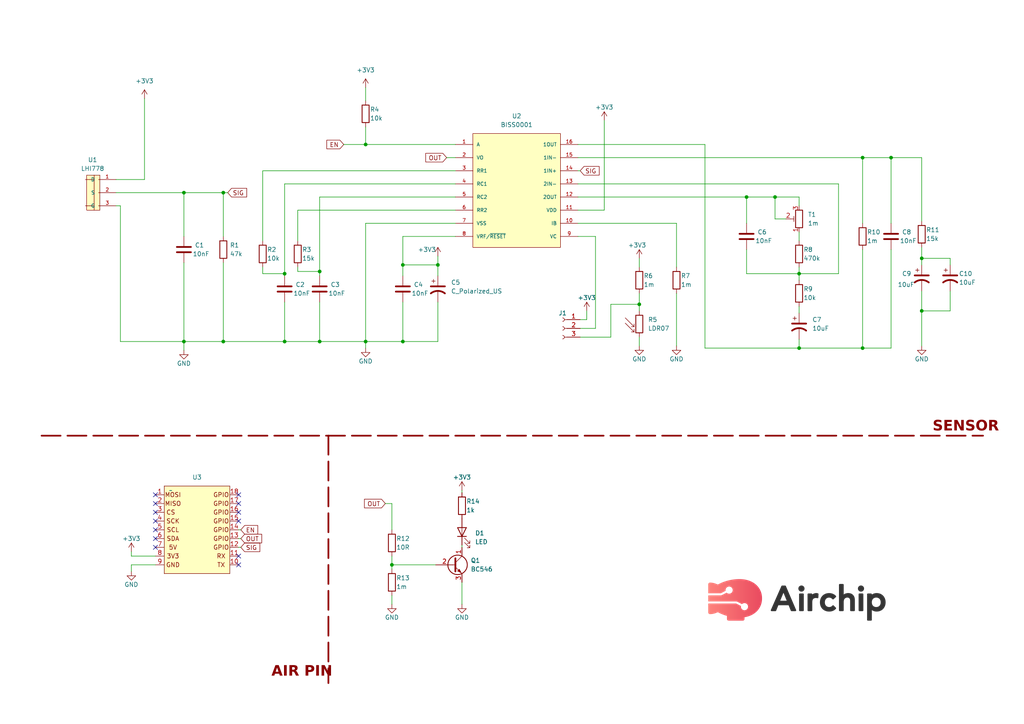
<source format=kicad_sch>
(kicad_sch (version 20230121) (generator eeschema)

  (uuid eab45804-5874-4f97-8002-dae767e35708)

  (paper "A4")

  (lib_symbols
    (symbol "BISS0001:BISS0001" (pin_names (offset 1.016)) (in_bom yes) (on_board yes)
      (property "Reference" "U2" (at 0 24.765 0)
        (effects (font (size 1.27 1.27)))
      )
      (property "Value" "BISS0001" (at 0 22.225 0)
        (effects (font (size 1.27 1.27)))
      )
      (property "Footprint" "SOIC127P600X180-16N" (at 0 0 0)
        (effects (font (size 1.27 1.27)) (justify bottom) hide)
      )
      (property "Datasheet" "" (at 0 0 0)
        (effects (font (size 1.27 1.27)) hide)
      )
      (property "E2_MAX" "0.0" (at 0 0 0)
        (effects (font (size 1.27 1.27)) (justify bottom) hide)
      )
      (property "SNAPEDA_PACKAGE_ID" "" (at 0 0 0)
        (effects (font (size 1.27 1.27)) (justify bottom) hide)
      )
      (property "B_NOM" "0.45" (at 0 0 0)
        (effects (font (size 1.27 1.27)) (justify bottom) hide)
      )
      (property "EMAX" "" (at 0 0 0)
        (effects (font (size 1.27 1.27)) (justify bottom) hide)
      )
      (property "D_MAX" "10.0" (at 0 0 0)
        (effects (font (size 1.27 1.27)) (justify bottom) hide)
      )
      (property "PACKAGE_TYPE" "" (at 0 0 0)
        (effects (font (size 1.27 1.27)) (justify bottom) hide)
      )
      (property "D1_NOM" "" (at 0 0 0)
        (effects (font (size 1.27 1.27)) (justify bottom) hide)
      )
      (property "E1_NOM" "3.9" (at 0 0 0)
        (effects (font (size 1.27 1.27)) (justify bottom) hide)
      )
      (property "L1_NOM" "" (at 0 0 0)
        (effects (font (size 1.27 1.27)) (justify bottom) hide)
      )
      (property "DMAX" "" (at 0 0 0)
        (effects (font (size 1.27 1.27)) (justify bottom) hide)
      )
      (property "E1_MIN" "3.9" (at 0 0 0)
        (effects (font (size 1.27 1.27)) (justify bottom) hide)
      )
      (property "L1_MIN" "" (at 0 0 0)
        (effects (font (size 1.27 1.27)) (justify bottom) hide)
      )
      (property "B_MAX" "0.45" (at 0 0 0)
        (effects (font (size 1.27 1.27)) (justify bottom) hide)
      )
      (property "EMIN" "" (at 0 0 0)
        (effects (font (size 1.27 1.27)) (justify bottom) hide)
      )
      (property "D2_MAX" "0.0" (at 0 0 0)
        (effects (font (size 1.27 1.27)) (justify bottom) hide)
      )
      (property "ENOM" "1.27" (at 0 0 0)
        (effects (font (size 1.27 1.27)) (justify bottom) hide)
      )
      (property "D_NOM" "10.0" (at 0 0 0)
        (effects (font (size 1.27 1.27)) (justify bottom) hide)
      )
      (property "VACANCIES" "" (at 0 0 0)
        (effects (font (size 1.27 1.27)) (justify bottom) hide)
      )
      (property "L_MAX" "0.5" (at 0 0 0)
        (effects (font (size 1.27 1.27)) (justify bottom) hide)
      )
      (property "A_MAX" "1.8" (at 0 0 0)
        (effects (font (size 1.27 1.27)) (justify bottom) hide)
      )
      (property "D1_MAX" "" (at 0 0 0)
        (effects (font (size 1.27 1.27)) (justify bottom) hide)
      )
      (property "L1_MAX" "" (at 0 0 0)
        (effects (font (size 1.27 1.27)) (justify bottom) hide)
      )
      (property "D1_MIN" "" (at 0 0 0)
        (effects (font (size 1.27 1.27)) (justify bottom) hide)
      )
      (property "A_NOM" "1.8" (at 0 0 0)
        (effects (font (size 1.27 1.27)) (justify bottom) hide)
      )
      (property "A_MIN" "1.8" (at 0 0 0)
        (effects (font (size 1.27 1.27)) (justify bottom) hide)
      )
      (property "STANDARD" "IPC 7351B" (at 0 0 0)
        (effects (font (size 1.27 1.27)) (justify bottom) hide)
      )
      (property "DNOM" "" (at 0 0 0)
        (effects (font (size 1.27 1.27)) (justify bottom) hide)
      )
      (property "DMIN" "" (at 0 0 0)
        (effects (font (size 1.27 1.27)) (justify bottom) hide)
      )
      (property "E_NOM" "6.0" (at 0 0 0)
        (effects (font (size 1.27 1.27)) (justify bottom) hide)
      )
      (property "B_MIN" "0.45" (at 0 0 0)
        (effects (font (size 1.27 1.27)) (justify bottom) hide)
      )
      (property "PIN_COUNT" "16.0" (at 0 0 0)
        (effects (font (size 1.27 1.27)) (justify bottom) hide)
      )
      (property "L_NOM" "0.5" (at 0 0 0)
        (effects (font (size 1.27 1.27)) (justify bottom) hide)
      )
      (property "MANUFACTURER" "SC Electronics Tech" (at 0 0 0)
        (effects (font (size 1.27 1.27)) (justify bottom) hide)
      )
      (property "A1_MIN" "0.1" (at 0 0 0)
        (effects (font (size 1.27 1.27)) (justify bottom) hide)
      )
      (property "E1_MAX" "3.9" (at 0 0 0)
        (effects (font (size 1.27 1.27)) (justify bottom) hide)
      )
      (property "E_MIN" "6.0" (at 0 0 0)
        (effects (font (size 1.27 1.27)) (justify bottom) hide)
      )
      (property "D_MIN" "10.0" (at 0 0 0)
        (effects (font (size 1.27 1.27)) (justify bottom) hide)
      )
      (property "PINS" "" (at 0 0 0)
        (effects (font (size 1.27 1.27)) (justify bottom) hide)
      )
      (property "L_MIN" "0.5" (at 0 0 0)
        (effects (font (size 1.27 1.27)) (justify bottom) hide)
      )
      (property "E_MAX" "6.0" (at 0 0 0)
        (effects (font (size 1.27 1.27)) (justify bottom) hide)
      )
      (symbol "BISS0001_0_0"
        (rectangle (start -12.7 17.78) (end 12.7 -15.24)
          (stroke (width 0.1524) (type default))
          (fill (type background))
        )
        (pin passive line (at -17.78 14.605 0) (length 5.08)
          (name "A" (effects (font (size 1.016 1.016))))
          (number "1" (effects (font (size 1.016 1.016))))
        )
        (pin passive line (at 17.78 -8.255 180) (length 5.08)
          (name "IB" (effects (font (size 1.016 1.016))))
          (number "10" (effects (font (size 1.016 1.016))))
        )
        (pin power_in line (at 17.78 -4.445 180) (length 5.08)
          (name "VDD" (effects (font (size 1.016 1.016))))
          (number "11" (effects (font (size 1.016 1.016))))
        )
        (pin output line (at 17.78 -0.635 180) (length 5.08)
          (name "2OUT" (effects (font (size 1.016 1.016))))
          (number "12" (effects (font (size 1.016 1.016))))
        )
        (pin input line (at 17.78 3.175 180) (length 5.08)
          (name "2IN-" (effects (font (size 1.016 1.016))))
          (number "13" (effects (font (size 1.016 1.016))))
        )
        (pin input line (at 17.78 6.985 180) (length 5.08)
          (name "1IN+" (effects (font (size 1.016 1.016))))
          (number "14" (effects (font (size 1.016 1.016))))
        )
        (pin input line (at 17.78 10.795 180) (length 5.08)
          (name "1IN-" (effects (font (size 1.016 1.016))))
          (number "15" (effects (font (size 1.016 1.016))))
        )
        (pin output line (at 17.78 14.605 180) (length 5.08)
          (name "1OUT" (effects (font (size 1.016 1.016))))
          (number "16" (effects (font (size 1.016 1.016))))
        )
        (pin passive line (at -17.78 10.795 0) (length 5.08)
          (name "VO" (effects (font (size 1.016 1.016))))
          (number "2" (effects (font (size 1.016 1.016))))
        )
        (pin passive line (at -17.78 6.985 0) (length 5.08)
          (name "RR1" (effects (font (size 1.016 1.016))))
          (number "3" (effects (font (size 1.016 1.016))))
        )
        (pin passive line (at -17.78 3.175 0) (length 5.08)
          (name "RC1" (effects (font (size 1.016 1.016))))
          (number "4" (effects (font (size 1.016 1.016))))
        )
        (pin passive line (at -17.78 -0.635 0) (length 5.08)
          (name "RC2" (effects (font (size 1.016 1.016))))
          (number "5" (effects (font (size 1.016 1.016))))
        )
        (pin passive line (at -17.78 -4.445 0) (length 5.08)
          (name "RR2" (effects (font (size 1.016 1.016))))
          (number "6" (effects (font (size 1.016 1.016))))
        )
        (pin power_in line (at -17.78 -8.255 0) (length 5.08)
          (name "VSS" (effects (font (size 1.016 1.016))))
          (number "7" (effects (font (size 1.016 1.016))))
        )
        (pin passive line (at -17.78 -12.065 0) (length 5.08)
          (name "VRF/~{RESET}" (effects (font (size 1.016 1.016))))
          (number "8" (effects (font (size 1.016 1.016))))
        )
        (pin passive line (at 17.78 -12.065 180) (length 5.08)
          (name "VC" (effects (font (size 1.016 1.016))))
          (number "9" (effects (font (size 1.016 1.016))))
        )
      )
    )
    (symbol "Connector:Conn_01x03_Female" (pin_names (offset 1.016) hide) (in_bom yes) (on_board yes)
      (property "Reference" "J" (at 0 5.08 0)
        (effects (font (size 1.27 1.27)))
      )
      (property "Value" "Conn_01x03_Female" (at 0 -5.08 0)
        (effects (font (size 1.27 1.27)))
      )
      (property "Footprint" "" (at 0 0 0)
        (effects (font (size 1.27 1.27)) hide)
      )
      (property "Datasheet" "~" (at 0 0 0)
        (effects (font (size 1.27 1.27)) hide)
      )
      (property "ki_keywords" "connector" (at 0 0 0)
        (effects (font (size 1.27 1.27)) hide)
      )
      (property "ki_description" "Generic connector, single row, 01x03, script generated (kicad-library-utils/schlib/autogen/connector/)" (at 0 0 0)
        (effects (font (size 1.27 1.27)) hide)
      )
      (property "ki_fp_filters" "Connector*:*_1x??_*" (at 0 0 0)
        (effects (font (size 1.27 1.27)) hide)
      )
      (symbol "Conn_01x03_Female_1_1"
        (arc (start 0 -2.032) (mid -0.5058 -2.54) (end 0 -3.048)
          (stroke (width 0.1524) (type default))
          (fill (type none))
        )
        (polyline
          (pts
            (xy -1.27 -2.54)
            (xy -0.508 -2.54)
          )
          (stroke (width 0.1524) (type default))
          (fill (type none))
        )
        (polyline
          (pts
            (xy -1.27 0)
            (xy -0.508 0)
          )
          (stroke (width 0.1524) (type default))
          (fill (type none))
        )
        (polyline
          (pts
            (xy -1.27 2.54)
            (xy -0.508 2.54)
          )
          (stroke (width 0.1524) (type default))
          (fill (type none))
        )
        (arc (start 0 0.508) (mid -0.5058 0) (end 0 -0.508)
          (stroke (width 0.1524) (type default))
          (fill (type none))
        )
        (arc (start 0 3.048) (mid -0.5058 2.54) (end 0 2.032)
          (stroke (width 0.1524) (type default))
          (fill (type none))
        )
        (pin passive line (at -5.08 2.54 0) (length 3.81)
          (name "Pin_1" (effects (font (size 1.27 1.27))))
          (number "1" (effects (font (size 1.27 1.27))))
        )
        (pin passive line (at -5.08 0 0) (length 3.81)
          (name "Pin_2" (effects (font (size 1.27 1.27))))
          (number "2" (effects (font (size 1.27 1.27))))
        )
        (pin passive line (at -5.08 -2.54 0) (length 3.81)
          (name "Pin_3" (effects (font (size 1.27 1.27))))
          (number "3" (effects (font (size 1.27 1.27))))
        )
      )
    )
    (symbol "DIP-MOTION_POSITION-LHI778_3P-D8.1MM_:DIP-MOTION{slash}POSITION-LHI778(3P-D8.1MM)" (pin_names (offset 1.016)) (in_bom yes) (on_board yes)
      (property "Reference" "U" (at -6.3626 6.3626 0)
        (effects (font (size 1.27 1.27)) (justify left bottom))
      )
      (property "Value" "DIP-MOTION{slash}POSITION-LHI778(3P-D8.1MM)" (at 0 6.3563 0)
        (effects (font (size 1.27 1.27)) (justify left bottom))
      )
      (property "Footprint" "SNR3-D8.1XH4.2MM" (at 0 0 0)
        (effects (font (size 1.27 1.27)) (justify bottom) hide)
      )
      (property "Datasheet" "" (at 0 0 0)
        (effects (font (size 1.27 1.27)) hide)
      )
      (property "MPN" "LHI778" (at 0 0 0)
        (effects (font (size 1.27 1.27)) (justify bottom) hide)
      )
      (symbol "DIP-MOTION{slash}POSITION-LHI778(3P-D8.1MM)_0_0"
        (rectangle (start -5.08 0.8731) (end 5.08 4.6831)
          (stroke (width 0.1524) (type default))
          (fill (type background))
        )
        (polyline
          (pts
            (xy -5.08 2.54)
            (xy 3.81 2.54)
          )
          (stroke (width 0.1524) (type default))
          (fill (type none))
        )
        (polyline
          (pts
            (xy -3.81 5.08)
            (xy -3.81 2.54)
          )
          (stroke (width 0.1524) (type default))
          (fill (type none))
        )
        (polyline
          (pts
            (xy 3.81 2.54)
            (xy 5.08 2.54)
          )
          (stroke (width 0.1524) (type default))
          (fill (type none))
        )
        (polyline
          (pts
            (xy 3.81 5.08)
            (xy 3.81 2.54)
          )
          (stroke (width 0.1524) (type default))
          (fill (type none))
        )
        (pin bidirectional line (at 3.81 -3.81 90) (length 5.08)
          (name "D" (effects (font (size 1.016 1.016))))
          (number "1" (effects (font (size 1.016 1.016))))
        )
        (pin bidirectional line (at 0 -3.81 90) (length 5.08)
          (name "S" (effects (font (size 1.016 1.016))))
          (number "2" (effects (font (size 1.016 1.016))))
        )
        (pin bidirectional line (at -3.81 -3.81 90) (length 5.08)
          (name "G" (effects (font (size 1.016 1.016))))
          (number "3" (effects (font (size 1.016 1.016))))
        )
      )
    )
    (symbol "Device:C" (pin_numbers hide) (pin_names (offset 0.254)) (in_bom yes) (on_board yes)
      (property "Reference" "C" (at 0.635 2.54 0)
        (effects (font (size 1.27 1.27)) (justify left))
      )
      (property "Value" "C" (at 0.635 -2.54 0)
        (effects (font (size 1.27 1.27)) (justify left))
      )
      (property "Footprint" "" (at 0.9652 -3.81 0)
        (effects (font (size 1.27 1.27)) hide)
      )
      (property "Datasheet" "~" (at 0 0 0)
        (effects (font (size 1.27 1.27)) hide)
      )
      (property "ki_keywords" "cap capacitor" (at 0 0 0)
        (effects (font (size 1.27 1.27)) hide)
      )
      (property "ki_description" "Unpolarized capacitor" (at 0 0 0)
        (effects (font (size 1.27 1.27)) hide)
      )
      (property "ki_fp_filters" "C_*" (at 0 0 0)
        (effects (font (size 1.27 1.27)) hide)
      )
      (symbol "C_0_1"
        (polyline
          (pts
            (xy -2.032 -0.762)
            (xy 2.032 -0.762)
          )
          (stroke (width 0.508) (type default))
          (fill (type none))
        )
        (polyline
          (pts
            (xy -2.032 0.762)
            (xy 2.032 0.762)
          )
          (stroke (width 0.508) (type default))
          (fill (type none))
        )
      )
      (symbol "C_1_1"
        (pin passive line (at 0 3.81 270) (length 2.794)
          (name "~" (effects (font (size 1.27 1.27))))
          (number "1" (effects (font (size 1.27 1.27))))
        )
        (pin passive line (at 0 -3.81 90) (length 2.794)
          (name "~" (effects (font (size 1.27 1.27))))
          (number "2" (effects (font (size 1.27 1.27))))
        )
      )
    )
    (symbol "Device:C_Polarized_US" (pin_numbers hide) (pin_names (offset 0.254) hide) (in_bom yes) (on_board yes)
      (property "Reference" "C" (at 0.635 2.54 0)
        (effects (font (size 1.27 1.27)) (justify left))
      )
      (property "Value" "C_Polarized_US" (at 0.635 -2.54 0)
        (effects (font (size 1.27 1.27)) (justify left))
      )
      (property "Footprint" "" (at 0 0 0)
        (effects (font (size 1.27 1.27)) hide)
      )
      (property "Datasheet" "~" (at 0 0 0)
        (effects (font (size 1.27 1.27)) hide)
      )
      (property "ki_keywords" "cap capacitor" (at 0 0 0)
        (effects (font (size 1.27 1.27)) hide)
      )
      (property "ki_description" "Polarized capacitor, US symbol" (at 0 0 0)
        (effects (font (size 1.27 1.27)) hide)
      )
      (property "ki_fp_filters" "CP_*" (at 0 0 0)
        (effects (font (size 1.27 1.27)) hide)
      )
      (symbol "C_Polarized_US_0_1"
        (polyline
          (pts
            (xy -2.032 0.762)
            (xy 2.032 0.762)
          )
          (stroke (width 0.508) (type default))
          (fill (type none))
        )
        (polyline
          (pts
            (xy -1.778 2.286)
            (xy -0.762 2.286)
          )
          (stroke (width 0) (type default))
          (fill (type none))
        )
        (polyline
          (pts
            (xy -1.27 1.778)
            (xy -1.27 2.794)
          )
          (stroke (width 0) (type default))
          (fill (type none))
        )
        (arc (start 2.032 -1.27) (mid 0 -0.5572) (end -2.032 -1.27)
          (stroke (width 0.508) (type default))
          (fill (type none))
        )
      )
      (symbol "C_Polarized_US_1_1"
        (pin passive line (at 0 3.81 270) (length 2.794)
          (name "~" (effects (font (size 1.27 1.27))))
          (number "1" (effects (font (size 1.27 1.27))))
        )
        (pin passive line (at 0 -3.81 90) (length 3.302)
          (name "~" (effects (font (size 1.27 1.27))))
          (number "2" (effects (font (size 1.27 1.27))))
        )
      )
    )
    (symbol "Device:LED" (pin_numbers hide) (pin_names (offset 1.016) hide) (in_bom yes) (on_board yes)
      (property "Reference" "D" (at 0 2.54 0)
        (effects (font (size 1.27 1.27)))
      )
      (property "Value" "LED" (at 0 -2.54 0)
        (effects (font (size 1.27 1.27)))
      )
      (property "Footprint" "" (at 0 0 0)
        (effects (font (size 1.27 1.27)) hide)
      )
      (property "Datasheet" "~" (at 0 0 0)
        (effects (font (size 1.27 1.27)) hide)
      )
      (property "ki_keywords" "LED diode" (at 0 0 0)
        (effects (font (size 1.27 1.27)) hide)
      )
      (property "ki_description" "Light emitting diode" (at 0 0 0)
        (effects (font (size 1.27 1.27)) hide)
      )
      (property "ki_fp_filters" "LED* LED_SMD:* LED_THT:*" (at 0 0 0)
        (effects (font (size 1.27 1.27)) hide)
      )
      (symbol "LED_0_1"
        (polyline
          (pts
            (xy -1.27 -1.27)
            (xy -1.27 1.27)
          )
          (stroke (width 0.254) (type default))
          (fill (type none))
        )
        (polyline
          (pts
            (xy -1.27 0)
            (xy 1.27 0)
          )
          (stroke (width 0) (type default))
          (fill (type none))
        )
        (polyline
          (pts
            (xy 1.27 -1.27)
            (xy 1.27 1.27)
            (xy -1.27 0)
            (xy 1.27 -1.27)
          )
          (stroke (width 0.254) (type default))
          (fill (type none))
        )
        (polyline
          (pts
            (xy -3.048 -0.762)
            (xy -4.572 -2.286)
            (xy -3.81 -2.286)
            (xy -4.572 -2.286)
            (xy -4.572 -1.524)
          )
          (stroke (width 0) (type default))
          (fill (type none))
        )
        (polyline
          (pts
            (xy -1.778 -0.762)
            (xy -3.302 -2.286)
            (xy -2.54 -2.286)
            (xy -3.302 -2.286)
            (xy -3.302 -1.524)
          )
          (stroke (width 0) (type default))
          (fill (type none))
        )
      )
      (symbol "LED_1_1"
        (pin passive line (at -3.81 0 0) (length 2.54)
          (name "K" (effects (font (size 1.27 1.27))))
          (number "1" (effects (font (size 1.27 1.27))))
        )
        (pin passive line (at 3.81 0 180) (length 2.54)
          (name "A" (effects (font (size 1.27 1.27))))
          (number "2" (effects (font (size 1.27 1.27))))
        )
      )
    )
    (symbol "Device:R" (pin_numbers hide) (pin_names (offset 0)) (in_bom yes) (on_board yes)
      (property "Reference" "R" (at 2.032 0 90)
        (effects (font (size 1.27 1.27)))
      )
      (property "Value" "R" (at 0 0 90)
        (effects (font (size 1.27 1.27)))
      )
      (property "Footprint" "" (at -1.778 0 90)
        (effects (font (size 1.27 1.27)) hide)
      )
      (property "Datasheet" "~" (at 0 0 0)
        (effects (font (size 1.27 1.27)) hide)
      )
      (property "ki_keywords" "R res resistor" (at 0 0 0)
        (effects (font (size 1.27 1.27)) hide)
      )
      (property "ki_description" "Resistor" (at 0 0 0)
        (effects (font (size 1.27 1.27)) hide)
      )
      (property "ki_fp_filters" "R_*" (at 0 0 0)
        (effects (font (size 1.27 1.27)) hide)
      )
      (symbol "R_0_1"
        (rectangle (start -1.016 -2.54) (end 1.016 2.54)
          (stroke (width 0.254) (type default))
          (fill (type none))
        )
      )
      (symbol "R_1_1"
        (pin passive line (at 0 3.81 270) (length 1.27)
          (name "~" (effects (font (size 1.27 1.27))))
          (number "1" (effects (font (size 1.27 1.27))))
        )
        (pin passive line (at 0 -3.81 90) (length 1.27)
          (name "~" (effects (font (size 1.27 1.27))))
          (number "2" (effects (font (size 1.27 1.27))))
        )
      )
    )
    (symbol "Device:R_Potentiometer_Trim" (pin_names (offset 1.016) hide) (in_bom yes) (on_board yes)
      (property "Reference" "RV" (at -4.445 0 90)
        (effects (font (size 1.27 1.27)))
      )
      (property "Value" "R_Potentiometer_Trim" (at -2.54 0 90)
        (effects (font (size 1.27 1.27)))
      )
      (property "Footprint" "" (at 0 0 0)
        (effects (font (size 1.27 1.27)) hide)
      )
      (property "Datasheet" "~" (at 0 0 0)
        (effects (font (size 1.27 1.27)) hide)
      )
      (property "ki_keywords" "resistor variable trimpot trimmer" (at 0 0 0)
        (effects (font (size 1.27 1.27)) hide)
      )
      (property "ki_description" "Trim-potentiometer" (at 0 0 0)
        (effects (font (size 1.27 1.27)) hide)
      )
      (property "ki_fp_filters" "Potentiometer*" (at 0 0 0)
        (effects (font (size 1.27 1.27)) hide)
      )
      (symbol "R_Potentiometer_Trim_0_1"
        (polyline
          (pts
            (xy 1.524 0.762)
            (xy 1.524 -0.762)
          )
          (stroke (width 0) (type default))
          (fill (type none))
        )
        (polyline
          (pts
            (xy 2.54 0)
            (xy 1.524 0)
          )
          (stroke (width 0) (type default))
          (fill (type none))
        )
        (rectangle (start 1.016 2.54) (end -1.016 -2.54)
          (stroke (width 0.254) (type default))
          (fill (type none))
        )
      )
      (symbol "R_Potentiometer_Trim_1_1"
        (pin passive line (at 0 3.81 270) (length 1.27)
          (name "1" (effects (font (size 1.27 1.27))))
          (number "1" (effects (font (size 1.27 1.27))))
        )
        (pin passive line (at 3.81 0 180) (length 1.27)
          (name "2" (effects (font (size 1.27 1.27))))
          (number "2" (effects (font (size 1.27 1.27))))
        )
        (pin passive line (at 0 -3.81 90) (length 1.27)
          (name "3" (effects (font (size 1.27 1.27))))
          (number "3" (effects (font (size 1.27 1.27))))
        )
      )
    )
    (symbol "Sensor_Optical:LDR07" (pin_numbers hide) (pin_names (offset 0)) (in_bom yes) (on_board yes)
      (property "Reference" "R" (at -5.08 0 90)
        (effects (font (size 1.27 1.27)))
      )
      (property "Value" "LDR07" (at 1.905 0 90)
        (effects (font (size 1.27 1.27)) (justify top))
      )
      (property "Footprint" "OptoDevice:R_LDR_5.1x4.3mm_P3.4mm_Vertical" (at 4.445 0 90)
        (effects (font (size 1.27 1.27)) hide)
      )
      (property "Datasheet" "http://www.tme.eu/de/Document/f2e3ad76a925811312d226c31da4cd7e/LDR07.pdf" (at 0 -1.27 0)
        (effects (font (size 1.27 1.27)) hide)
      )
      (property "ki_keywords" "light dependent photo resistor LDR" (at 0 0 0)
        (effects (font (size 1.27 1.27)) hide)
      )
      (property "ki_description" "light dependent resistor" (at 0 0 0)
        (effects (font (size 1.27 1.27)) hide)
      )
      (property "ki_fp_filters" "R*LDR*5.1x4.3mm*P3.4mm*" (at 0 0 0)
        (effects (font (size 1.27 1.27)) hide)
      )
      (symbol "LDR07_0_1"
        (rectangle (start -1.016 2.54) (end 1.016 -2.54)
          (stroke (width 0.254) (type default))
          (fill (type none))
        )
        (polyline
          (pts
            (xy -1.524 -2.286)
            (xy -4.064 0.254)
          )
          (stroke (width 0) (type default))
          (fill (type none))
        )
        (polyline
          (pts
            (xy -1.524 -2.286)
            (xy -2.286 -2.286)
          )
          (stroke (width 0) (type default))
          (fill (type none))
        )
        (polyline
          (pts
            (xy -1.524 -2.286)
            (xy -1.524 -1.524)
          )
          (stroke (width 0) (type default))
          (fill (type none))
        )
        (polyline
          (pts
            (xy -1.524 -0.762)
            (xy -4.064 1.778)
          )
          (stroke (width 0) (type default))
          (fill (type none))
        )
        (polyline
          (pts
            (xy -1.524 -0.762)
            (xy -2.286 -0.762)
          )
          (stroke (width 0) (type default))
          (fill (type none))
        )
        (polyline
          (pts
            (xy -1.524 -0.762)
            (xy -1.524 0)
          )
          (stroke (width 0) (type default))
          (fill (type none))
        )
      )
      (symbol "LDR07_1_1"
        (pin passive line (at 0 3.81 270) (length 1.27)
          (name "~" (effects (font (size 1.27 1.27))))
          (number "1" (effects (font (size 1.27 1.27))))
        )
        (pin passive line (at 0 -3.81 90) (length 1.27)
          (name "~" (effects (font (size 1.27 1.27))))
          (number "2" (effects (font (size 1.27 1.27))))
        )
      )
    )
    (symbol "Transistor_BJT:BC546" (pin_names (offset 0) hide) (in_bom yes) (on_board yes)
      (property "Reference" "Q" (at 5.08 1.905 0)
        (effects (font (size 1.27 1.27)) (justify left))
      )
      (property "Value" "BC546" (at 5.08 0 0)
        (effects (font (size 1.27 1.27)) (justify left))
      )
      (property "Footprint" "Package_TO_SOT_THT:TO-92_Inline" (at 5.08 -1.905 0)
        (effects (font (size 1.27 1.27) italic) (justify left) hide)
      )
      (property "Datasheet" "https://www.onsemi.com/pub/Collateral/BC550-D.pdf" (at 0 0 0)
        (effects (font (size 1.27 1.27)) (justify left) hide)
      )
      (property "ki_keywords" "NPN Transistor" (at 0 0 0)
        (effects (font (size 1.27 1.27)) hide)
      )
      (property "ki_description" "0.1A Ic, 65V Vce, Small Signal NPN Transistor, TO-92" (at 0 0 0)
        (effects (font (size 1.27 1.27)) hide)
      )
      (property "ki_fp_filters" "TO?92*" (at 0 0 0)
        (effects (font (size 1.27 1.27)) hide)
      )
      (symbol "BC546_0_1"
        (polyline
          (pts
            (xy 0 0)
            (xy 0.635 0)
          )
          (stroke (width 0) (type default))
          (fill (type none))
        )
        (polyline
          (pts
            (xy 0.635 0.635)
            (xy 2.54 2.54)
          )
          (stroke (width 0) (type default))
          (fill (type none))
        )
        (polyline
          (pts
            (xy 0.635 -0.635)
            (xy 2.54 -2.54)
            (xy 2.54 -2.54)
          )
          (stroke (width 0) (type default))
          (fill (type none))
        )
        (polyline
          (pts
            (xy 0.635 1.905)
            (xy 0.635 -1.905)
            (xy 0.635 -1.905)
          )
          (stroke (width 0.508) (type default))
          (fill (type none))
        )
        (polyline
          (pts
            (xy 1.27 -1.778)
            (xy 1.778 -1.27)
            (xy 2.286 -2.286)
            (xy 1.27 -1.778)
            (xy 1.27 -1.778)
          )
          (stroke (width 0) (type default))
          (fill (type outline))
        )
        (circle (center 1.27 0) (radius 2.8194)
          (stroke (width 0.254) (type default))
          (fill (type none))
        )
      )
      (symbol "BC546_1_1"
        (pin passive line (at 2.54 5.08 270) (length 2.54)
          (name "C" (effects (font (size 1.27 1.27))))
          (number "1" (effects (font (size 1.27 1.27))))
        )
        (pin input line (at -5.08 0 0) (length 5.08)
          (name "B" (effects (font (size 1.27 1.27))))
          (number "2" (effects (font (size 1.27 1.27))))
        )
        (pin passive line (at 2.54 -5.08 90) (length 2.54)
          (name "E" (effects (font (size 1.27 1.27))))
          (number "3" (effects (font (size 1.27 1.27))))
        )
      )
    )
    (symbol "moduler_pin:air" (in_bom yes) (on_board yes)
      (property "Reference" "U" (at 7.62 2.54 0)
        (effects (font (size 1.27 1.27)))
      )
      (property "Value" "" (at 0 0 0)
        (effects (font (size 1.27 1.27)))
      )
      (property "Footprint" "" (at 0 0 0)
        (effects (font (size 1.27 1.27)) hide)
      )
      (property "Datasheet" "" (at 0 0 0)
        (effects (font (size 1.27 1.27)) hide)
      )
      (symbol "air_1_1"
        (rectangle (start -1.905 1.27) (end 17.145 -24.13)
          (stroke (width 0) (type default))
          (fill (type background))
        )
        (text "3V3" (at 0.635 -19.05 0)
          (effects (font (size 1.27 1.27)))
        )
        (text "5V" (at 0.635 -16.51 0)
          (effects (font (size 1.27 1.27)))
        )
        (text "CS" (at 0 -6.35 0)
          (effects (font (size 1.27 1.27)))
        )
        (text "GND" (at 0.635 -21.59 0)
          (effects (font (size 1.27 1.27)))
        )
        (text "GPIO" (at 14.605 -16.51 0)
          (effects (font (size 1.27 1.27)))
        )
        (text "GPIO" (at 14.605 -13.97 0)
          (effects (font (size 1.27 1.27)))
        )
        (text "GPIO" (at 14.605 -11.43 0)
          (effects (font (size 1.27 1.27)))
        )
        (text "GPIO" (at 14.605 -8.89 0)
          (effects (font (size 1.27 1.27)))
        )
        (text "GPIO" (at 14.605 -6.35 0)
          (effects (font (size 1.27 1.27)))
        )
        (text "GPIO" (at 14.605 -3.81 0)
          (effects (font (size 1.27 1.27)))
        )
        (text "GPIO" (at 14.605 -1.27 0)
          (effects (font (size 1.27 1.27)))
        )
        (text "MISO" (at 0.635 -3.81 0)
          (effects (font (size 1.27 1.27)))
        )
        (text "MOSI" (at 0.635 -1.27 0)
          (effects (font (size 1.27 1.27)))
        )
        (text "RX" (at 14.605 -19.05 0)
          (effects (font (size 1.27 1.27)))
        )
        (text "SCK" (at 0.635 -8.89 0)
          (effects (font (size 1.27 1.27)))
        )
        (text "SCL" (at 0.635 -11.43 0)
          (effects (font (size 1.27 1.27)))
        )
        (text "SDA" (at 0.635 -13.97 0)
          (effects (font (size 1.27 1.27)))
        )
        (text "TX" (at 14.605 -21.59 0)
          (effects (font (size 1.27 1.27)))
        )
        (pin input line (at -4.445 -1.27 0) (length 2.54)
          (name "" (effects (font (size 1.27 1.27))))
          (number "1" (effects (font (size 1.27 1.27))))
        )
        (pin input line (at 19.685 -21.59 180) (length 2.54)
          (name "" (effects (font (size 1.27 1.27))))
          (number "10" (effects (font (size 1.27 1.27))))
        )
        (pin input line (at 19.685 -19.05 180) (length 2.54)
          (name "" (effects (font (size 1.27 1.27))))
          (number "11" (effects (font (size 1.27 1.27))))
        )
        (pin input line (at 19.685 -16.51 180) (length 2.54)
          (name "" (effects (font (size 1.27 1.27))))
          (number "12" (effects (font (size 1.27 1.27))))
        )
        (pin input line (at 19.685 -13.97 180) (length 2.54)
          (name "" (effects (font (size 1.27 1.27))))
          (number "13" (effects (font (size 1.27 1.27))))
        )
        (pin input line (at 19.685 -11.43 180) (length 2.54)
          (name "" (effects (font (size 1.27 1.27))))
          (number "14" (effects (font (size 1.27 1.27))))
        )
        (pin input line (at 19.685 -8.89 180) (length 2.54)
          (name "" (effects (font (size 1.27 1.27))))
          (number "15" (effects (font (size 1.27 1.27))))
        )
        (pin input line (at 19.685 -6.35 180) (length 2.54)
          (name "" (effects (font (size 1.27 1.27))))
          (number "16" (effects (font (size 1.27 1.27))))
        )
        (pin input line (at 19.685 -3.81 180) (length 2.54)
          (name "" (effects (font (size 1.27 1.27))))
          (number "17" (effects (font (size 1.27 1.27))))
        )
        (pin input line (at 19.685 -1.27 180) (length 2.54)
          (name "" (effects (font (size 1.27 1.27))))
          (number "18" (effects (font (size 1.27 1.27))))
        )
        (pin input line (at -4.445 -3.81 0) (length 2.54)
          (name "" (effects (font (size 1.27 1.27))))
          (number "2" (effects (font (size 1.27 1.27))))
        )
        (pin input line (at -4.445 -6.35 0) (length 2.54)
          (name "" (effects (font (size 1.27 1.27))))
          (number "3" (effects (font (size 1.27 1.27))))
        )
        (pin input line (at -4.445 -8.89 0) (length 2.54)
          (name "" (effects (font (size 1.27 1.27))))
          (number "4" (effects (font (size 1.27 1.27))))
        )
        (pin input line (at -4.445 -11.43 0) (length 2.54)
          (name "" (effects (font (size 1.27 1.27))))
          (number "5" (effects (font (size 1.27 1.27))))
        )
        (pin input line (at -4.445 -13.97 0) (length 2.54)
          (name "" (effects (font (size 1.27 1.27))))
          (number "6" (effects (font (size 1.27 1.27))))
        )
        (pin input line (at -4.445 -16.51 0) (length 2.54)
          (name "" (effects (font (size 1.27 1.27))))
          (number "7" (effects (font (size 1.27 1.27))))
        )
        (pin input line (at -4.445 -19.05 0) (length 2.54)
          (name "" (effects (font (size 1.27 1.27))))
          (number "8" (effects (font (size 1.27 1.27))))
        )
        (pin input line (at -4.445 -21.59 0) (length 2.54)
          (name "" (effects (font (size 1.27 1.27))))
          (number "9" (effects (font (size 1.27 1.27))))
        )
      )
    )
    (symbol "power:+3V3" (power) (pin_names (offset 0)) (in_bom yes) (on_board yes)
      (property "Reference" "#PWR" (at 0 -3.81 0)
        (effects (font (size 1.27 1.27)) hide)
      )
      (property "Value" "+3V3" (at 0 3.556 0)
        (effects (font (size 1.27 1.27)))
      )
      (property "Footprint" "" (at 0 0 0)
        (effects (font (size 1.27 1.27)) hide)
      )
      (property "Datasheet" "" (at 0 0 0)
        (effects (font (size 1.27 1.27)) hide)
      )
      (property "ki_keywords" "power-flag" (at 0 0 0)
        (effects (font (size 1.27 1.27)) hide)
      )
      (property "ki_description" "Power symbol creates a global label with name \"+3V3\"" (at 0 0 0)
        (effects (font (size 1.27 1.27)) hide)
      )
      (symbol "+3V3_0_1"
        (polyline
          (pts
            (xy -0.762 1.27)
            (xy 0 2.54)
          )
          (stroke (width 0) (type default))
          (fill (type none))
        )
        (polyline
          (pts
            (xy 0 0)
            (xy 0 2.54)
          )
          (stroke (width 0) (type default))
          (fill (type none))
        )
        (polyline
          (pts
            (xy 0 2.54)
            (xy 0.762 1.27)
          )
          (stroke (width 0) (type default))
          (fill (type none))
        )
      )
      (symbol "+3V3_1_1"
        (pin power_in line (at 0 0 90) (length 0) hide
          (name "+3V3" (effects (font (size 1.27 1.27))))
          (number "1" (effects (font (size 1.27 1.27))))
        )
      )
    )
    (symbol "power:GND" (power) (pin_names (offset 0)) (in_bom yes) (on_board yes)
      (property "Reference" "#PWR" (at 0 -6.35 0)
        (effects (font (size 1.27 1.27)) hide)
      )
      (property "Value" "GND" (at 0 -3.81 0)
        (effects (font (size 1.27 1.27)))
      )
      (property "Footprint" "" (at 0 0 0)
        (effects (font (size 1.27 1.27)) hide)
      )
      (property "Datasheet" "" (at 0 0 0)
        (effects (font (size 1.27 1.27)) hide)
      )
      (property "ki_keywords" "power-flag" (at 0 0 0)
        (effects (font (size 1.27 1.27)) hide)
      )
      (property "ki_description" "Power symbol creates a global label with name \"GND\" , ground" (at 0 0 0)
        (effects (font (size 1.27 1.27)) hide)
      )
      (symbol "GND_0_1"
        (polyline
          (pts
            (xy 0 0)
            (xy 0 -1.27)
            (xy 1.27 -1.27)
            (xy 0 -2.54)
            (xy -1.27 -1.27)
            (xy 0 -1.27)
          )
          (stroke (width 0) (type default))
          (fill (type none))
        )
      )
      (symbol "GND_1_1"
        (pin power_in line (at 0 0 270) (length 0) hide
          (name "GND" (effects (font (size 1.27 1.27))))
          (number "1" (effects (font (size 1.27 1.27))))
        )
      )
    )
  )

  (junction (at 64.77 55.88) (diameter 0) (color 0 0 0 0)
    (uuid 09c86ef0-c075-44f0-a6bc-669382b362e7)
  )
  (junction (at 82.55 79.375) (diameter 0) (color 0 0 0 0)
    (uuid 22ff2cc6-1b27-459d-9974-7169246070f5)
  )
  (junction (at 116.84 99.06) (diameter 0) (color 0 0 0 0)
    (uuid 341ea5ab-e0f7-417a-b766-0cf3f791e900)
  )
  (junction (at 224.79 57.15) (diameter 0) (color 0 0 0 0)
    (uuid 34cd7e50-4795-4b82-bf23-cba0597ca37f)
  )
  (junction (at 267.335 90.17) (diameter 0) (color 0 0 0 0)
    (uuid 462c2779-3606-40ab-985d-1ee713fbd2fe)
  )
  (junction (at 92.71 99.06) (diameter 0) (color 0 0 0 0)
    (uuid 467a0a97-86a8-42c9-a36c-7af1d040301b)
  )
  (junction (at 250.19 45.72) (diameter 0) (color 0 0 0 0)
    (uuid 4aa27e53-fb84-4d43-b0e1-955c7bbf4a2a)
  )
  (junction (at 53.34 55.88) (diameter 0) (color 0 0 0 0)
    (uuid 4aac43ae-6fc4-4dca-8481-d24b6da33aa7)
  )
  (junction (at 267.335 74.93) (diameter 0) (color 0 0 0 0)
    (uuid 4ab5b2f0-f3fc-4eb3-8469-00fb58844699)
  )
  (junction (at 127 76.835) (diameter 0) (color 0 0 0 0)
    (uuid 520efd38-6d38-478f-9375-28e319779647)
  )
  (junction (at 185.42 88.265) (diameter 0) (color 0 0 0 0)
    (uuid 569d2877-5616-4c48-8b28-5d436c8ea51f)
  )
  (junction (at 258.445 45.72) (diameter 0) (color 0 0 0 0)
    (uuid 5dd3edc1-50aa-4cd9-b0fd-1bfd9b44741b)
  )
  (junction (at 250.19 100.965) (diameter 0) (color 0 0 0 0)
    (uuid 608a84b6-f495-4854-8b9d-dfcc894c0db5)
  )
  (junction (at 82.55 99.06) (diameter 0) (color 0 0 0 0)
    (uuid 650eaf69-ac02-4b42-9109-a4b1316894b6)
  )
  (junction (at 116.84 76.835) (diameter 0) (color 0 0 0 0)
    (uuid 651cf25b-00c0-4ce1-a816-356b9f59eee1)
  )
  (junction (at 216.535 57.15) (diameter 0) (color 0 0 0 0)
    (uuid 6f42b100-22c7-4662-981e-e45a687392ac)
  )
  (junction (at 53.34 99.06) (diameter 0) (color 0 0 0 0)
    (uuid 80a56986-f033-4181-b8e4-6b37bf31a2ca)
  )
  (junction (at 92.71 78.74) (diameter 0) (color 0 0 0 0)
    (uuid 91f6f0cd-d31e-4fc1-ae79-a63f6f4ef9bd)
  )
  (junction (at 64.77 99.06) (diameter 0) (color 0 0 0 0)
    (uuid bac2837b-5571-4621-b962-6e25f20897f7)
  )
  (junction (at 231.775 79.375) (diameter 0) (color 0 0 0 0)
    (uuid de4f4fda-3e15-4a98-ac90-0d6e35525dea)
  )
  (junction (at 231.775 100.965) (diameter 0) (color 0 0 0 0)
    (uuid de7ec74f-f7b0-4bda-8f66-b435832743db)
  )
  (junction (at 113.665 163.83) (diameter 0) (color 0 0 0 0)
    (uuid eafad53b-dfa9-4bd1-9fee-86a930233a40)
  )
  (junction (at 106.045 99.06) (diameter 0) (color 0 0 0 0)
    (uuid ec9235b9-eb07-459a-acbe-481cad9bd4a6)
  )
  (junction (at 106.045 41.91) (diameter 0) (color 0 0 0 0)
    (uuid f2ccd86a-9082-40e3-81d2-e96e24e9e5a1)
  )

  (no_connect (at 69.215 143.51) (uuid 0c6071d1-bf5f-4125-b877-42bf92dc04de))
  (no_connect (at 45.085 156.21) (uuid 2a24e0af-bafc-4fa4-8390-ff45694022e2))
  (no_connect (at 45.085 146.05) (uuid 326cdbbb-d34a-47e7-81e9-14424ed5c3dc))
  (no_connect (at 45.085 158.75) (uuid 36c567a7-1766-49e4-94b5-d1b6d153bf8f))
  (no_connect (at 69.215 148.59) (uuid 38995f12-b3a4-4274-95fa-2347beb4365b))
  (no_connect (at 69.215 151.13) (uuid 436122c0-0e1e-401d-a2d0-229e9010311f))
  (no_connect (at 69.215 146.05) (uuid 5bf5a668-5e6e-4133-a1d8-cdf054f751c9))
  (no_connect (at 69.215 163.83) (uuid 6331788b-ffc0-40cd-9619-f87af6e09bfe))
  (no_connect (at 69.215 161.29) (uuid 8150da41-cd46-4da9-abc6-a5d2f36fef25))
  (no_connect (at 45.085 151.13) (uuid 9f537526-ea3d-4fec-a8e5-f922a00fcc9e))
  (no_connect (at 45.085 143.51) (uuid a43a759e-d18d-4039-bd61-6c87cc116a12))
  (no_connect (at 45.085 148.59) (uuid cafe5fc1-2184-418e-b1be-69f0e61435a6))
  (no_connect (at 45.085 153.67) (uuid d8d5e1bc-a126-4b59-81e8-3778d7f06848))

  (wire (pts (xy 185.42 97.79) (xy 185.42 100.33))
    (stroke (width 0) (type default))
    (uuid 005cd338-296c-4dd4-9ada-b45a07ee5e31)
  )
  (wire (pts (xy 113.665 163.83) (xy 126.365 163.83))
    (stroke (width 0) (type default))
    (uuid 052ac23b-3a6b-411b-b6bd-755d04be884a)
  )
  (wire (pts (xy 34.925 99.06) (xy 53.34 99.06))
    (stroke (width 0) (type default))
    (uuid 05dd122f-88e2-4fe2-b02c-a535ebd18cbd)
  )
  (wire (pts (xy 204.47 41.91) (xy 167.64 41.91))
    (stroke (width 0) (type default))
    (uuid 0b7c7ce4-133a-44fa-b88a-ca1936428d1a)
  )
  (wire (pts (xy 64.77 76.2) (xy 64.77 99.06))
    (stroke (width 0) (type default))
    (uuid 0c077375-c8ba-43d0-a786-74fcc28a394e)
  )
  (wire (pts (xy 267.335 64.135) (xy 267.335 45.72))
    (stroke (width 0) (type default))
    (uuid 0d471ff4-685f-40ce-98c2-d74c007c3b73)
  )
  (wire (pts (xy 175.26 60.96) (xy 167.64 60.96))
    (stroke (width 0) (type default))
    (uuid 0e0c590b-83bd-43d8-85d9-47b26b752643)
  )
  (wire (pts (xy 231.775 77.47) (xy 231.775 79.375))
    (stroke (width 0) (type default))
    (uuid 0eed8574-1ff1-407a-b92b-aec88c7ef3e2)
  )
  (polyline (pts (xy 95.25 126.365) (xy 95.25 198.12))
    (stroke (width 0.5) (type dash) (color 132 0 0 1))
    (uuid 1182cd50-04d6-4c0a-9203-3bbcc48127a1)
  )

  (wire (pts (xy 127 80.01) (xy 127 76.835))
    (stroke (width 0) (type default))
    (uuid 13117b2f-126a-4b55-956e-1bebc1d1c03f)
  )
  (wire (pts (xy 231.775 79.375) (xy 243.205 79.375))
    (stroke (width 0) (type default))
    (uuid 167d9d71-b254-446d-b240-bd688bf12769)
  )
  (wire (pts (xy 34.925 59.69) (xy 34.925 99.06))
    (stroke (width 0) (type default))
    (uuid 170a12e1-a3fe-469b-a9d9-93464a4d1fb8)
  )
  (wire (pts (xy 106.045 99.06) (xy 106.045 64.77))
    (stroke (width 0) (type default))
    (uuid 17d57db8-d8a5-4a50-a61f-15a95a77debf)
  )
  (wire (pts (xy 34.925 59.69) (xy 33.655 59.69))
    (stroke (width 0) (type default))
    (uuid 17eafce6-afe5-4b10-9c44-ba4f7f8ad2c2)
  )
  (wire (pts (xy 185.42 74.93) (xy 185.42 77.47))
    (stroke (width 0) (type default))
    (uuid 18caf13e-483f-4f34-981b-b085d4ee3c1b)
  )
  (wire (pts (xy 38.1 163.83) (xy 45.085 163.83))
    (stroke (width 0) (type default))
    (uuid 1991bb65-e16a-459b-bcf1-5248617f8686)
  )
  (wire (pts (xy 113.665 161.29) (xy 113.665 163.83))
    (stroke (width 0) (type default))
    (uuid 1c3430f3-b5f4-40cd-b6bb-de3bd15dbced)
  )
  (wire (pts (xy 113.665 163.83) (xy 113.665 165.1))
    (stroke (width 0) (type default))
    (uuid 1cbc0df3-5ff4-4c8f-bf00-32c8f614523a)
  )
  (wire (pts (xy 69.85 158.75) (xy 69.215 158.75))
    (stroke (width 0) (type default))
    (uuid 1df5d07e-b3c1-4cfb-9587-5dd724f993b0)
  )
  (wire (pts (xy 86.36 78.74) (xy 92.71 78.74))
    (stroke (width 0) (type default))
    (uuid 1e276ffe-4ba9-48ae-9e15-b092fbca8ea8)
  )
  (wire (pts (xy 92.71 80.01) (xy 92.71 78.74))
    (stroke (width 0) (type default))
    (uuid 1f6b3be9-777c-44a7-b1bc-d72b6d3882be)
  )
  (wire (pts (xy 224.79 57.15) (xy 216.535 57.15))
    (stroke (width 0) (type default))
    (uuid 29feb818-c83d-4ecf-bc8f-f7bec7915e5b)
  )
  (wire (pts (xy 38.1 161.29) (xy 45.085 161.29))
    (stroke (width 0) (type default))
    (uuid 2a444c4d-adf2-4086-a4ab-51810211b5e2)
  )
  (wire (pts (xy 258.445 100.965) (xy 250.19 100.965))
    (stroke (width 0) (type default))
    (uuid 2ba926db-9bc8-4afe-aecf-4e81ab1ab621)
  )
  (wire (pts (xy 82.55 79.375) (xy 82.55 53.34))
    (stroke (width 0) (type default))
    (uuid 2c47d72c-c4be-4421-be3f-c3a2980cfddb)
  )
  (wire (pts (xy 224.79 63.5) (xy 224.79 57.15))
    (stroke (width 0) (type default))
    (uuid 2e3101fe-5917-40eb-bc33-619d79e3579e)
  )
  (wire (pts (xy 38.1 165.735) (xy 38.1 163.83))
    (stroke (width 0) (type default))
    (uuid 2ee8c991-e6bd-4009-8944-73caef9a0d6f)
  )
  (wire (pts (xy 258.445 45.72) (xy 267.335 45.72))
    (stroke (width 0) (type default))
    (uuid 30556bf5-f9d0-49ae-91ae-46f437615e0c)
  )
  (wire (pts (xy 216.535 64.77) (xy 216.535 57.15))
    (stroke (width 0) (type default))
    (uuid 323e6a0b-27aa-41c8-ac6f-cae795b89cd7)
  )
  (wire (pts (xy 82.55 99.06) (xy 92.71 99.06))
    (stroke (width 0) (type default))
    (uuid 35f49974-1d27-4a69-bec2-b7858bb1ddaa)
  )
  (wire (pts (xy 106.045 99.06) (xy 116.84 99.06))
    (stroke (width 0) (type default))
    (uuid 3731cc41-4829-430b-afcd-75e6d6628ecd)
  )
  (wire (pts (xy 33.655 52.07) (xy 41.91 52.07))
    (stroke (width 0) (type default))
    (uuid 3b605b8a-12df-417c-a9ff-3ffcc514ace1)
  )
  (wire (pts (xy 258.445 45.72) (xy 258.445 64.77))
    (stroke (width 0) (type default))
    (uuid 3c1c2c79-fb5c-429b-b89d-c703c8bf5a59)
  )
  (wire (pts (xy 267.335 90.17) (xy 267.335 100.33))
    (stroke (width 0) (type default))
    (uuid 3c93b41d-14a4-410f-8031-1da0934d9f7c)
  )
  (wire (pts (xy 177.165 88.265) (xy 185.42 88.265))
    (stroke (width 0) (type default))
    (uuid 3d4ac49d-0410-4d4f-9755-9fc07f8a43e4)
  )
  (wire (pts (xy 86.36 60.96) (xy 132.08 60.96))
    (stroke (width 0) (type default))
    (uuid 40bd8067-1fe5-4d52-a741-607e2ecfa84a)
  )
  (wire (pts (xy 196.215 64.77) (xy 196.215 77.47))
    (stroke (width 0) (type default))
    (uuid 41745c0f-dba0-4ae4-ac83-1beee68ff8fa)
  )
  (wire (pts (xy 116.84 76.835) (xy 127 76.835))
    (stroke (width 0) (type default))
    (uuid 4235c2f1-3a6b-4160-8682-3aff27c35088)
  )
  (wire (pts (xy 168.275 49.53) (xy 167.64 49.53))
    (stroke (width 0) (type default))
    (uuid 45372db1-6e85-4794-9c64-ee03c35c9a2e)
  )
  (wire (pts (xy 167.64 68.58) (xy 172.72 68.58))
    (stroke (width 0) (type default))
    (uuid 477e4079-cdce-4ef4-bfed-2e90cba2ed7b)
  )
  (wire (pts (xy 250.19 45.72) (xy 167.64 45.72))
    (stroke (width 0) (type default))
    (uuid 47b1da9b-274b-41c0-b278-955a82212ca5)
  )
  (wire (pts (xy 76.2 69.85) (xy 76.2 49.53))
    (stroke (width 0) (type default))
    (uuid 486602ad-32f1-4454-9064-722911564c0e)
  )
  (wire (pts (xy 243.205 79.375) (xy 243.205 53.34))
    (stroke (width 0) (type default))
    (uuid 4b3a81e1-87f9-45b9-8dc2-077d7764905e)
  )
  (wire (pts (xy 231.775 57.15) (xy 224.79 57.15))
    (stroke (width 0) (type default))
    (uuid 4e284882-dff2-4540-ba3f-2108a45a4023)
  )
  (wire (pts (xy 258.445 72.39) (xy 258.445 100.965))
    (stroke (width 0) (type default))
    (uuid 538f2bc5-f456-422e-b4b4-068230998d9e)
  )
  (wire (pts (xy 69.85 156.21) (xy 69.215 156.21))
    (stroke (width 0) (type default))
    (uuid 5557632c-3e69-43dc-8a32-f226a487f8ea)
  )
  (wire (pts (xy 53.34 101.6) (xy 53.34 99.06))
    (stroke (width 0) (type default))
    (uuid 55803852-e64c-4853-a59d-5780abcd5163)
  )
  (wire (pts (xy 275.59 84.455) (xy 275.59 90.17))
    (stroke (width 0) (type default))
    (uuid 56fec8c4-9eab-4c57-93d6-786b38a117a9)
  )
  (wire (pts (xy 250.19 45.72) (xy 258.445 45.72))
    (stroke (width 0) (type default))
    (uuid 57619170-e711-418b-ad03-fc34e34c54fa)
  )
  (wire (pts (xy 216.535 79.375) (xy 231.775 79.375))
    (stroke (width 0) (type default))
    (uuid 5b3d500e-216c-485d-b2f3-327282ef7d33)
  )
  (wire (pts (xy 231.775 59.69) (xy 231.775 57.15))
    (stroke (width 0) (type default))
    (uuid 5be4cc38-1f98-47b8-9745-6671ebceb4c0)
  )
  (wire (pts (xy 69.85 153.67) (xy 69.215 153.67))
    (stroke (width 0) (type default))
    (uuid 5c27c39f-808a-4c42-a466-98b5f9d99af1)
  )
  (wire (pts (xy 53.34 55.88) (xy 53.34 68.58))
    (stroke (width 0) (type default))
    (uuid 5de66512-0cbf-45d8-9b3a-ec27e48a8b56)
  )
  (wire (pts (xy 64.77 99.06) (xy 53.34 99.06))
    (stroke (width 0) (type default))
    (uuid 5fb39ffb-8226-48ed-a1df-61ef059e4217)
  )
  (wire (pts (xy 250.19 72.39) (xy 250.19 100.965))
    (stroke (width 0) (type default))
    (uuid 64848186-f05e-475b-9de7-905b3134720d)
  )
  (wire (pts (xy 106.045 25.4) (xy 106.045 29.21))
    (stroke (width 0) (type default))
    (uuid 65642015-a6f8-4899-9fb2-f8f0c9eaa671)
  )
  (wire (pts (xy 231.775 79.375) (xy 231.775 81.28))
    (stroke (width 0) (type default))
    (uuid 659ad87a-1d95-4c3f-9158-5eb3737e93ba)
  )
  (wire (pts (xy 76.2 77.47) (xy 76.2 79.375))
    (stroke (width 0) (type default))
    (uuid 663637a7-546f-4457-a4d4-fd4b8b36d141)
  )
  (wire (pts (xy 216.535 57.15) (xy 167.64 57.15))
    (stroke (width 0) (type default))
    (uuid 6a152f40-b10a-46e1-bd5a-60c7af1cc98e)
  )
  (wire (pts (xy 82.55 99.06) (xy 64.77 99.06))
    (stroke (width 0) (type default))
    (uuid 6badd0a9-de26-4c0f-a16a-a87901b609d4)
  )
  (wire (pts (xy 267.335 90.17) (xy 275.59 90.17))
    (stroke (width 0) (type default))
    (uuid 6c93b962-1a8c-4c04-8e49-46d8cadbef2b)
  )
  (wire (pts (xy 185.42 88.265) (xy 185.42 90.17))
    (stroke (width 0) (type default))
    (uuid 6fcbc9ed-3417-43f7-abdd-15293b4eb8d6)
  )
  (wire (pts (xy 132.08 68.58) (xy 116.84 68.58))
    (stroke (width 0) (type default))
    (uuid 70069747-5d76-41f2-ad6c-99cac72500d1)
  )
  (wire (pts (xy 167.64 64.77) (xy 196.215 64.77))
    (stroke (width 0) (type default))
    (uuid 708bbab6-fead-4f94-9eb4-581e8e9dc5d9)
  )
  (wire (pts (xy 231.775 88.9) (xy 231.775 90.805))
    (stroke (width 0) (type default))
    (uuid 719c0fcd-452c-42be-9a5c-566460f13c36)
  )
  (polyline (pts (xy 12.065 126.365) (xy 285.115 126.365))
    (stroke (width 0.5) (type dash) (color 132 0 0 1))
    (uuid 72764abd-d37e-4485-93de-e9a535803723)
  )

  (wire (pts (xy 275.59 76.835) (xy 275.59 74.93))
    (stroke (width 0) (type default))
    (uuid 76ecd6b2-4075-4894-a3ee-655cb8c610dd)
  )
  (wire (pts (xy 127 87.63) (xy 127 99.06))
    (stroke (width 0) (type default))
    (uuid 78aaa723-1f24-4ac6-99d3-81a8d6edb074)
  )
  (wire (pts (xy 82.55 87.63) (xy 82.55 99.06))
    (stroke (width 0) (type default))
    (uuid 7adde807-dd3a-432f-832e-7995c50d48db)
  )
  (wire (pts (xy 170.18 90.17) (xy 170.18 92.71))
    (stroke (width 0) (type default))
    (uuid 800ce267-0789-4a26-a3f3-373956ed80ba)
  )
  (wire (pts (xy 127 99.06) (xy 116.84 99.06))
    (stroke (width 0) (type default))
    (uuid 817bd637-9584-4946-9b93-c260a2b2e425)
  )
  (wire (pts (xy 243.205 53.34) (xy 167.64 53.34))
    (stroke (width 0) (type default))
    (uuid 81bc4da8-8f2e-4308-89fb-7580cdc964e1)
  )
  (wire (pts (xy 250.19 64.77) (xy 250.19 45.72))
    (stroke (width 0) (type default))
    (uuid 8322882a-1606-46db-a466-78fbf33c9c66)
  )
  (wire (pts (xy 38.1 160.02) (xy 38.1 161.29))
    (stroke (width 0) (type default))
    (uuid 85eca916-367f-48bd-a7ce-7fbdae3af420)
  )
  (wire (pts (xy 41.91 52.07) (xy 41.91 28.575))
    (stroke (width 0) (type default))
    (uuid 85ff8f81-1d9e-4a77-924a-366e8b7fcfc7)
  )
  (wire (pts (xy 64.77 55.88) (xy 66.04 55.88))
    (stroke (width 0) (type default))
    (uuid 88cd3221-b1cb-419f-b8a1-454ff35ee59a)
  )
  (wire (pts (xy 172.72 95.25) (xy 168.275 95.25))
    (stroke (width 0) (type default))
    (uuid 8b814bf0-c959-42b0-a16a-7796f6e5250e)
  )
  (wire (pts (xy 231.775 98.425) (xy 231.775 100.965))
    (stroke (width 0) (type default))
    (uuid 8e7f413e-62fa-46b6-87e6-c01e9e9baba8)
  )
  (wire (pts (xy 92.71 99.06) (xy 106.045 99.06))
    (stroke (width 0) (type default))
    (uuid 8f0dd4b1-05ba-40f3-8c34-c775019c957f)
  )
  (wire (pts (xy 82.55 80.01) (xy 82.55 79.375))
    (stroke (width 0) (type default))
    (uuid 92e8d4f7-abad-420a-a936-8da6d2a5d51a)
  )
  (wire (pts (xy 86.36 69.85) (xy 86.36 60.96))
    (stroke (width 0) (type default))
    (uuid 92f907f2-83e2-4276-881a-fbc4a59f4c65)
  )
  (wire (pts (xy 76.2 49.53) (xy 132.08 49.53))
    (stroke (width 0) (type default))
    (uuid 93986d54-f3ee-4d93-9c11-aaa32d689fa6)
  )
  (wire (pts (xy 170.18 92.71) (xy 168.275 92.71))
    (stroke (width 0) (type default))
    (uuid 93cd58a5-3751-4de6-afeb-a643cd754985)
  )
  (wire (pts (xy 267.335 71.755) (xy 267.335 74.93))
    (stroke (width 0) (type default))
    (uuid 93d03a49-faba-456b-a1a2-511cb6314ba9)
  )
  (wire (pts (xy 267.335 74.93) (xy 267.335 76.835))
    (stroke (width 0) (type default))
    (uuid 982ddcab-91d3-4895-9821-18456c5689ad)
  )
  (wire (pts (xy 92.71 87.63) (xy 92.71 99.06))
    (stroke (width 0) (type default))
    (uuid a09a51ba-d978-4dd4-8eb1-035328a86575)
  )
  (wire (pts (xy 133.985 142.875) (xy 133.985 142.24))
    (stroke (width 0) (type default))
    (uuid a3755654-d7b0-4151-9dc2-fb78a140336e)
  )
  (wire (pts (xy 133.985 175.26) (xy 133.985 168.91))
    (stroke (width 0) (type default))
    (uuid a562be7d-6e4e-45fc-a860-7351443b57f8)
  )
  (wire (pts (xy 204.47 100.965) (xy 204.47 41.91))
    (stroke (width 0) (type default))
    (uuid a645f282-7524-4818-84e4-5840f32da792)
  )
  (wire (pts (xy 185.42 85.09) (xy 185.42 88.265))
    (stroke (width 0) (type default))
    (uuid a881b0d3-6931-4822-81a7-e955c8e42f5f)
  )
  (wire (pts (xy 177.165 97.79) (xy 168.275 97.79))
    (stroke (width 0) (type default))
    (uuid ac971034-e47a-4f66-9fa3-de3c2b6741f1)
  )
  (wire (pts (xy 132.08 41.91) (xy 106.045 41.91))
    (stroke (width 0) (type default))
    (uuid b15a5a53-7388-48c1-91c6-8d41337a8740)
  )
  (wire (pts (xy 267.335 74.93) (xy 275.59 74.93))
    (stroke (width 0) (type default))
    (uuid b423f922-9768-48fe-b9c3-eb05deb9cd64)
  )
  (wire (pts (xy 106.045 41.91) (xy 106.045 36.83))
    (stroke (width 0) (type default))
    (uuid b6e9d3cb-5d5c-498d-abd6-7f90227da8cd)
  )
  (wire (pts (xy 76.2 79.375) (xy 82.55 79.375))
    (stroke (width 0) (type default))
    (uuid b81241d0-cc7e-4e8f-98ad-65e158b9620e)
  )
  (wire (pts (xy 113.665 175.26) (xy 113.665 172.72))
    (stroke (width 0) (type default))
    (uuid be744a6c-d667-47a6-8d14-ea3f9b94de3d)
  )
  (wire (pts (xy 172.72 68.58) (xy 172.72 95.25))
    (stroke (width 0) (type default))
    (uuid bfa55867-5b29-4364-80e6-f1a9c14fb6ad)
  )
  (wire (pts (xy 116.84 76.835) (xy 116.84 80.01))
    (stroke (width 0) (type default))
    (uuid c2a6495c-4cd1-4bfa-8e74-309b33d20fdf)
  )
  (wire (pts (xy 53.34 76.2) (xy 53.34 99.06))
    (stroke (width 0) (type default))
    (uuid c2b42dd5-e095-4e22-b413-2cf3babea94c)
  )
  (wire (pts (xy 113.665 153.67) (xy 113.665 146.05))
    (stroke (width 0) (type default))
    (uuid c306b785-58fb-4fd4-994a-f0db5f6983f8)
  )
  (wire (pts (xy 106.045 100.965) (xy 106.045 99.06))
    (stroke (width 0) (type default))
    (uuid c3555140-caf1-491c-af3c-a03ff3fb9fcf)
  )
  (wire (pts (xy 216.535 72.39) (xy 216.535 79.375))
    (stroke (width 0) (type default))
    (uuid c38ce47b-7a09-429c-9810-5b4802adf976)
  )
  (wire (pts (xy 92.71 78.74) (xy 92.71 57.15))
    (stroke (width 0) (type default))
    (uuid cb722440-0a8a-4259-92ab-1ce80b62f7a2)
  )
  (wire (pts (xy 116.84 68.58) (xy 116.84 76.835))
    (stroke (width 0) (type default))
    (uuid cd664292-8657-40cb-8b78-5c995413210c)
  )
  (wire (pts (xy 129.54 45.72) (xy 132.08 45.72))
    (stroke (width 0) (type default))
    (uuid cf58250a-3f33-452a-936f-7ed9cade2214)
  )
  (wire (pts (xy 231.775 67.31) (xy 231.775 69.85))
    (stroke (width 0) (type default))
    (uuid d1001901-c64c-4ad9-b3bc-7f1b70dc791e)
  )
  (wire (pts (xy 116.84 99.06) (xy 116.84 87.63))
    (stroke (width 0) (type default))
    (uuid d3b34704-6480-428c-9798-0f687f6ab05e)
  )
  (wire (pts (xy 82.55 53.34) (xy 132.08 53.34))
    (stroke (width 0) (type default))
    (uuid d4acf968-981a-4adc-987b-047023746ec9)
  )
  (wire (pts (xy 92.71 57.15) (xy 132.08 57.15))
    (stroke (width 0) (type default))
    (uuid d9c429bb-4907-4b75-ae9c-1d21aae1efaa)
  )
  (wire (pts (xy 231.775 100.965) (xy 204.47 100.965))
    (stroke (width 0) (type default))
    (uuid da77505a-cb58-4ab4-b8cf-2614f6ca27cf)
  )
  (wire (pts (xy 227.965 63.5) (xy 224.79 63.5))
    (stroke (width 0) (type default))
    (uuid df571d27-1724-443b-85e0-6f50529eefe8)
  )
  (wire (pts (xy 64.77 55.88) (xy 64.77 68.58))
    (stroke (width 0) (type default))
    (uuid e00e3744-f2f5-41b7-a0d5-3766fd537f79)
  )
  (wire (pts (xy 127 74.295) (xy 127 76.835))
    (stroke (width 0) (type default))
    (uuid e02cddcf-8dcc-463d-8791-d8d21de843ae)
  )
  (wire (pts (xy 86.36 77.47) (xy 86.36 78.74))
    (stroke (width 0) (type default))
    (uuid e1d23202-c7b4-442d-a80a-32756467fced)
  )
  (wire (pts (xy 106.045 64.77) (xy 132.08 64.77))
    (stroke (width 0) (type default))
    (uuid e1e334f1-d710-439c-811f-40e11dd16db2)
  )
  (wire (pts (xy 113.665 146.05) (xy 111.76 146.05))
    (stroke (width 0) (type default))
    (uuid e5c65fd6-ef39-4134-855b-8b353b5f7caa)
  )
  (wire (pts (xy 33.655 55.88) (xy 53.34 55.88))
    (stroke (width 0) (type default))
    (uuid e6097b70-3e8c-410a-87c0-e33261a78bed)
  )
  (wire (pts (xy 175.26 34.925) (xy 175.26 60.96))
    (stroke (width 0) (type default))
    (uuid eada5da7-b62a-4b9e-84e2-1689dab7740a)
  )
  (wire (pts (xy 177.165 88.265) (xy 177.165 97.79))
    (stroke (width 0) (type default))
    (uuid eb8a797b-cf3f-4e71-94f3-f6dc16f5efd4)
  )
  (wire (pts (xy 53.34 55.88) (xy 64.77 55.88))
    (stroke (width 0) (type default))
    (uuid f0809dad-e485-4f2c-ab11-8308c12472ac)
  )
  (wire (pts (xy 250.19 100.965) (xy 231.775 100.965))
    (stroke (width 0) (type default))
    (uuid f0ac0a85-4807-4123-bbc4-9ab455ac2b6d)
  )
  (wire (pts (xy 267.335 84.455) (xy 267.335 90.17))
    (stroke (width 0) (type default))
    (uuid f3065228-5173-434c-b0e7-c7f874de2510)
  )
  (wire (pts (xy 99.695 41.91) (xy 106.045 41.91))
    (stroke (width 0) (type default))
    (uuid f3bb39b8-0475-4d4e-96d3-acfdfc6229c7)
  )
  (wire (pts (xy 133.985 158.115) (xy 133.985 158.75))
    (stroke (width 0) (type default))
    (uuid f9b10e58-f73d-4f59-ac0a-be7ff46f9e00)
  )
  (wire (pts (xy 196.215 85.09) (xy 196.215 100.33))
    (stroke (width 0) (type default))
    (uuid fbd33761-7600-41eb-aabe-f9e5c6759e1a)
  )

  (image (at 231.14 173.99) (scale 0.303838)
    (uuid 0262f578-03d8-4fcc-9e7f-3ef41c7a79ea)
    (data
      iVBORw0KGgoAAAANSUhEUgAAB9AAAAHVCAYAAACpJWDwAAAABHNCSVQICAgIfAhkiAAAIABJREFU
      eJzs3XeYnGW9//F3SEKyCS0hARUVBCSKYvuiqKiAokRasKAeRUn4WSghFUTNsYAiICGNA6gQEBso
      TfEg6hFE8KjouRFsIAgiiEJCEwhJKJnfH88sKdtmdmfmnvJ+XddcuzzPPfd8dpjMzj6fpwxDkjrQ
      ox+ZPhzYnBKbA5sDW5S/dt82BbqATSkxFugqwSbl5SOBzYqZSpsAI4CNgTHFIjYFNuo3QKnXpSuB
      J8oDHgWeLsHjwBOUeILi+5XACuAx4N/l77tvD5eXPUiJh4AHgYc2P//MFZU+L5IkSZIkSZIkSZ1s
      WO4AklQLj3706E2BZ1NiIvAcYCKw5Tpft4TS+PL3W1GU4X0V2esrrfel95UDLKp+TGn9YZXM2ff8
      TwIPQel+4F5gObAMuJcS3cvuA+4G7tv862c9XeWjSZIkSZIkSZIktQULdElN7bGPHb0J8FxKbAPP
      3J4LbFOCZwFbU3wdDQxQNA+t7G7hAr3vhT0XPV0qCvV/lG/3UBTrdwJ3UOLOLb5x1oNVppEkSZIk
      SZIkSWoJFuiSsnnsYzOGUZTf2wLbQWnb8vfdt+fRfar0SntqC/R+xleWtYKn8BHgb8CdULoduLV8
      u22Lb3z5H1XllCRJkiRJkiRJaiIW6JLq6rHDZ4wCdijftn/m+xI7AC+guHZ4WT/VrQV6depboPe3
      YAUlbgP+AtwC/An4I3DbFt/88lP9TS1JkiRJkiRJkpSbBbqkIVtxxIzhJXg+8CJgJ0pMAiYBO1Gc
      br2nattvC/Tq5CvQ+5rgSYpC/Q/An4GbgN9t8c0v39Pfw0mSJEmSJEmSJDWSBbqkiq04YubGFCX5
      zlDaGXgp8EJgp9K6R5IPukC2QN9wQBsV6H1ZTokbgN+VKL4Ct4/71per/YklSZIkSZIkSZKGzAJd
      Ug8rjpw5HNgReDnwUkq8FNi5vGx4MWr9frPU53/0wQK9ogEdUKD39vw+BKXfAL8Grgd+M+5bX3mg
      ylklSZIkSZIkSZKqZoEudbgVR84cR1GUvxx4WfnrzkDXM4MqKGMt0Ac350ADOrRA722S2yhxPfAL
      4FrglnHf/opHqUuSJEmSJEmSpJqyQJc6yIqjZj4LCOAVQFBiV+B5A97RAr2foRbo1U3Q95wDFOgb
      Lrof+F/gOopC/Xfjvv2Vp6p8ZEmSJEmSJEmSpPVYoEttasVRs7YCXg2l3Vhbmj9nvUGVFp0W6P0M
      tUCvboK+56yyQN/QI8DPgauAqyjxp3EXeIS6JEmSJEmSJEmqjgW61AYenz5rLMUR5bsBrwZeU4Jt
      i7XVldKVj7NAr8WcAw2wQB/kvCXuo7tMhx+Nu+Ar/6wylSRJkiRJkiRJ6kAW6FILenz6rB2B1wOv
      A3YHXgJstG7BWOrlux4s0C3Q27dA39BNULoCuBL41bgLvvp0FbNJkiRJkiRJkqQOYYEuNbnHp88a
      TXFUeXdh/npgYq+DLdAt0Psd39EF+roLHwZ+AlxeKnHF+Au/+nAVM0uSJEmSJEmSpDZmgS41mceP
      nrUZRUn+Jkq8CdgVGFXRnS3QLdD7HW+B3mNJiacorp3+PeD74y/86t1VPIokSZIkSZIkSWozFuhS
      Zo8fPXs88CZgTyi9AXglsBEwpNLUAn0ok/Q+xgK9t5UtX6BvKAEXAxeNv/Crt1fxiJIkSZIkSZIk
      qQ1YoEsN9viM2ZsDb6TEXsBbgJfxzL/FDdo8C/R+V1mgVzu/BXqPJf3PeQNwEXDB+Au/+vcqHl2S
      JEmSJEmSJLUoC3SpzlbOmD26BG+kKMv3ojgl+0YVFXwW6P2uskCvdn4L9B5LKp/zeuACSlww/jtf
      XVZFEkmSJEmSJEmS1EIs0KUaWzlj9jCKo8rfVr69oQSjewy0QK8ukAV6dSzQK1pYRYHePcVTwP8A
      3wC+N/47X11Z5QySJEmSJEmSJKmJWaBLNbBy5uxnUWIfisL8rcDEdddXXvRaoFcz3gK92vkt0Hss
      Gdrz+ihwMZTOG/+ds6+rciZJkiRJkiRJktSELNClQVg5c/Zw4HXAZGBf4JVV99QW6NUFskCvjgV6
      RQuHWKCvu/BW4Bzg/PHfOdtTvEuSJEmSJEmS1KIs0KUKrZw5ZyLw9uJWmgxssd4AC/Tq5rVAr2iA
      Bfog5218gd7tKeByYCnwo/HfOXtNlY8gSZIkSZIkSZIyskCX+rFy1pyXAAdS4gDgtTzzb6a6cs8C
      fXBzDrTKAr3a+S3Qeyyp1/NauIMSZwHnjv/u2Q9W+UiSJEmSJEmSJCkDC3RpHStnzRkJvAk4AJgC
      bAcMuTS0QB/cnAOtskCvdn4L9B5L6lugd69aBVwInDH+u2f/X5WPKEmSJEmSJEmSGsgCXR1v5aw5
      YyhOzX4QRXG+eY9BFugDLrRAH9ycAw2wQB/kvM1VoK/r1yVYAFy25XfPfqrKR5ckSZIkSZIkSXVm
      ga6OtHLWnPHAfsA7gcnA6H7vYIE+4EIL9MHNOdAAC/RBztu8BXr3or8Di4ClW3737EerTCFJkiRJ
      kiRJkurEAl0dY+XsOVtRFObvosSewIiK72yBPuBCC/TBzTnQAAv0Qc7b/AV6t0cocTawaMuLzv5H
      lWkkSZIkSZIkSVKNWaCrra2aPXc8lN4BHFyCvYHhQA3KSAt0C/TazDnQAAv0Qc7bOgV694IngfOB
      U7a86Oy/VplKkiRJkiRJkiTViAW62k5RmvMO4GDgLVAaAYMoePsdb4FugV6bOQcaYIE+yHlbr0Dv
      tga4CEonbXnROTdVF06SJEmSJEmSJA2VBbrawqo5c7uAAynxfoprmm+8du0GRWSP/6iABfqACy3Q
      BzfnQAMs0Ac5b+sW6Osu/D5w/JYXnfO7irJJkiRJkiRJkqQhs0BXy1o1Z+4IitOyf4DiiPOx/ZVb
      FuiVZqh0nAV6LeYcaIAF+iDnbY8CvZtFuiRJkiRJkiRJDWKBrpazas7cXYEPAe8DJq630gK9l28t
      0KufpPcxFui9rbRAb0CB3u0y4D+3vOicP/f9gJIkSZIkSZIkaSgs0NUSVs2Zuw3FkeaHAjv3OdAC
      vZdvLdCrn6T3MRbova20QG9ggV6sKPFN4DNbXnzOnX0/sCRJkiRJkiRJGgwLdDWtVXPnjqHEQRSl
      +d7ARgPeyQK9l28t0KufpPcxFui9rbRAb3CB3r3qSeAM4MQtLz7n/r4HS5IkSZIkSZKkaligq+ms
      mjs3gP8HvJ8Sm1d1Zwv0Xr61QK9+kt7HWKD3ttICPVOB3u0R4FRgwZYXn/N433eSJEmSJEmSJEmV
      sEBXU1g195hxUDqEojh/+TMralhuWaBXmqHScRbotZhzoAEW6IOct3MK9G73AMcB397y4nOq/akk
      SZIkSZIkSVKZBbqyWTX3mGHAHsBHgXdCaVSPQRbo1bFAt0Dvd7wFeo8l7VOgd7semLXlxef8ut9R
      kiRJkiRJkiSpVxboarjVxxwzHvhQqcTHgBetXVO7Iq63hRbolWaodJwFei3mHGiABfog5+3cAr3b
      tynx8S0vOeeeikZLkiRJkiRJkiTAAl0NtPqYY14LHA68B+jqWVxZoFugW6BvOMACfZDzWqBDiceA
      40uwaMIl5zxV4b0kSZIkSZIkSepoQyrQ1xz/qS1KJV4KTAK2ADZdZ/VqYOUG3z9MiVXl7x8CHgAe
      HH78F1eitrT6mGO6gPcDR7Putc3prbiyQLdAt0DfcIAF+iDntUBf93n9E3DUhEvO+XmF95QkSZIk
      SZIkqWNVXaCvOf5TOwAfBPYHXlUqVTlH70XBKuBBYBlwLyXuBu4F/gncDdwJ/G34CSc9Xm1e5bH6
      mGO2A44EPgyM622MBXoFCy3Q+11lgV7t/BboPZZ0RoHe7ZvA3AmXnLOswhkkSZIkSZIkSeo4FZff
      a46ftxuU/pOiOH9GXcqHvue8F7ijBHcAtwA3A3+mxO0jPn/Sk1UmUY2tPuaYYcCewAzgQGCj/sZb
      oFew0AK931UW6NXOb4HeY0lnFehQ7Kw2F0rnT7hkabU/vSRJkiRJkiRJbW/AAn3N8fMmAqcChzas
      fBhgzl7Kh6eAW4Eby7ffQemGEZ8/+cEq02kQVh97zCjgEErMBl5S6f0s0CtYaIHe7yoL9Grnt0Dv
      saTzCvTulVcBH51wydI7KpxNkiRJkiRJkqSO0G+Bvub4eXsAFwDPLpY0bYHe16i7gV+Xb78Cbhjx
      +ZNXDxxSlVh97DETKE7TfhSwVbWlmQV6BQst0PtdZYFe7fwW6D2WdG6BDrAS+AywcMIlS5+ucFZJ
      kiRJkiRJktpanwX6muPnTQWWst5puFuuQN/QE8ANlPg5cA3wixFfOPmx/h9NG1p97LEvgtJs4EPA
      6GdWWKBXfvdKF1qg97vKAr3a+S3Qeyzp7AK92/XAoRMuWfqXCmeWJEmSJEmSJKlt9Vqgrzlh3uGU
      OKvnmpYv0Ddc9TTwf8DVwI+BX474wsleS70Pq4899nXAJ4H9odTztWOBXvndK11ogd7vKgv0aue3
      QO+xxAK920pKfApYMuHSpWsqfARJkiRJkiRJktpOjxJ0zQnz3gV8l9K6R553a7sCfUOPAj+lKNN/
      OOILJ9/df5L2t/rYY4cBkymK8zeuXTP00swCvYKFFuj9rrJAr3Z+C/QeSyzQN1x0LTB1wqVL/1bh
      o0iSJEmSJEmS1FbWK9DXnDDvhcDvgLFZy4d8BfqG424AvleC74088eQ/VHivtrD648eOoMTBwCeA
      l/UcYYFe2WP3s8oCvbpAFujVsUCvaKEFeq+LHgOmT7h06fkVPpIkSZIkSZIkSW3jmQJ9zQnzhgO/
      BnYF8pYPzVOgr/vlDihdClw48sRTUoUztJzVHz92Y+CDwCcpsUPfIy3QK3vsflZZoFcXyAK9Ohbo
      FS20QO930XeAwydcuvThCh9RkiRJkiRJkqSWt26BfhTwX8+ssUDvpXx45rvbKIqFb4888ZSbK5yt
      qZWL88OATwHPA+pTRK473AJ94IUW6P2uskCvdn4L9B5LLNAHmvcu4JAJly69rsJHlSRJkiRJkiSp
      pQ0DWHPCvC7gb8DWz6yxQO+vQF/X74CvUZTp91c4c9N44uPHdgEfKcExdBfn3SzQ+xlvgW6BXps5
      BxpggT7IeS3Qa/m6XQN8Hvj8hEuXPl3ho0uSJEmSJEmS1JK6C/TpwOnrrbFAr7RA7/YkJS6nKNOv
      HPnFU5q6ZHiiOOL8YxRHnD+rYUXkusMt0AdeaIHe7yoL9Grnt0DvscQCvZp5r6bEByZctvTeChNI
      kiRJkiRJktRyugv03wGvWG+NBXq1Bfq6q/8BnA2cPfKLp/yrwkdriCeOO3YEJaYBn2adI84t0Kud
      1wLdAr02cw40wAJ9kPNaoNfrdXsf8N4Jly39eYUpJEmSJEmSJElqKcPWnDBvEnBLjzUW6EMp0Ls9
      BXwfOHPkF0+5usJHrYsnjjt2I+AQ4DOU2GHD9Rbo1c5rgW6BXps5BxpggT7IeS3Q6/m6XQN8Fjhx
      wmVLq30GJUmSJEmSJElqasN6PX07WKCvM24IBfq6/gAsoMS3R550yhMVJqiJJ4479h3AicCLgbxF
      5LrDLdAHXmiB3u8qC/Rq57dA77HEAr26edcf8wPgkAmXLX2kwkSSJEmSJDWliBgBvACYAIzKHKfb
      CuDelNLduYNIktRphq05Yd4FwPt6rLFAr3WB3j3mPuC/gC+PPOmU+ytMMihPHPfxNwCnQOn1G2To
      JVYvLND7GW+BboFemzkHGmCBPsh5LdAb9br9C3DQhMuW9jyTjSRJkiRJTS4i9gSmA5OBsXnT9Ole
      4BJgUUrpr7nDSJLUCYatOWHejcDLe6yxQK9Xgd5tBXAOcOrIk065p8JEFXniuI/vDJwMHNBrMAt0
      C/Rq57dA72eoBXp1E/Q9pwX64Ofsb1wDXrePAodOuGzpZZUFkyRJkiQpr4gYT7Ft9h25s1ThSeAk
      4ISU0tO5w0iS1M6GrTlh3oPAuB5rLNDrXaB3exJK5wGnjjzpS0Pag/CJ4z6+HfBp4FBgeJ8PaoFu
      gV7t/Bbo/Qy1QK9ugr7ntEAf/Jz9jWvc67b0WeDzEy47t9pnVZIkSZKkhomI5wI/A3bMnWWQvge8
      J6X0ZO4gkiS1q2FrTphX8bZ1C/S6FOjdC9cAl1Oc3v1nI0/60poKZuOJT3x8I2B3SnwY+ADrFed9
      PKgFugV6tfNboPcz1AK9ugn6ntMCffBz9jeugQU6wIXAtAmXnbuqgtkkSZIkSWqoiOgCrgd2yZ1l
      iM5KKR2ZO4QkSe3KAr2CB2pQgb6uB0rwI+CXlLgFuJPilO9PABOArYGXArsB+wDPrqrxskC3QK92
      fgv0foZaoFc3Qd9zWqAPfs7+xjW4QAe4vgQHTbzs3HsrmFGSJEmSpIaJiJOAT+TOUSN7p5Suyh1C
      kqR2ZIFewQNlKNCrL80s0PsZb4FeyfhK5+1roQX64OYcaIAF+iDntUDPWaBTgruAAyZedu7vK5hV
      kiRJkqS6i4hxwN3A2NxZauR/U0pvyB1CkqR2tFHuAJIkqe08H7hu+UGH7Z07iCRJkiRJZe+mfcpz
      gN0jYvvcISRJakcW6JIkqR42A364/KDDDskdRJIkSZIk4E25A9TBHrkDSJLUjizQJUlSvYwEvrH8
      oMPa5fpykiRJkqTWtWPuAHXwgtwBJElqRxbokiSp3k5aftBhpy8/6LBhuYNIkiRJkjpWV+4AdbBZ
      7gCSJLUjC3RJktQI0ymORh+RO4gkSZIkSZIkSX2xQJckSY3yAeDS5Qcd1o57/UuSJEmSJEmS2oAF
      uiRJaqQDgCuWH3TY5rmDSJIkSZIkSZK0IQt0SZLUaHsBP7FElyRJkiRJkiQ1Gwt0SZKUw2uwRJck
      SZIkSZIkNRkLdEmSlMtrgGuWTzlsYu4gkiRJkiRJkiSBBbokScrrFcDVluiSJEmSJEmSpGYwIncA
      SZLU8V5KUaK/ceL3z304dxhJklSZiNgaeBEwCdgR2AzYpHwDeKx8ewS4DbgVuCWldF/j00qSJKmV
      RcSmwE4Unz93AsYDmwJblIesZu1nz7uAvwC3AH9PKT3d8MCSWpoFuiRJagYvBX68fMphb5v4/XP/
      nTuMpPYSEeOA/wAmA7sA4/ImesYqig07vwC+lVJKmfNI/YqI5wBvA/YE9ga2GeQ89wA/Ba4BfpxS
      +leNIkqSJKlNRMRYYC/gLeWvLwOGDWKqRyPiWuBq4Kcppd/XLqWkdjVszQnzSr2u6XVpz4Wl3u/d
      t0rmHWDOHqsrzFrp/BuOK224YCjzVvq8VjPngOMGfn6rfQorn6SfGSr5H1nD11dpwHHVzFtd1sqf
      3+r+LfR394pet0N6fZX6/q8a/lvob1XDXrc93gtqN+dAA6p+L+h3fGVZq3sKa/fvtp9XVPXz5vwd
      NsCqfL/DBphkyK/bXt51Bvce87/A2yZ+/9zHK7y3JPUpIoYBc4BPA5tnjlOJK4DpKaU7cweRukXE
      JsA7gA9RbLwczEbL/pQoyvRvAJemlFbUeH5JkgCIiBuBl+fOUWOLU0qzcoeQaiUiNqLYWfNDwLtY
      e2ajWroZ+DrwzZTSP+owv6Q24DXQJUlSM9kd+O/lUw7ryh1EUmuLiDHAfwPzaY3yHGA/4IaI2Ct3
      ECkiJkTEicA/KDYw7k3ty3PKc761/Bj3RMQXImJCHR5HkiRJTSoiRkbEVIpTrl8FHEp9ynOAFwMn
      AXdFxIURsUudHkdSC7NAlyRJzWYv4ILlUw4bnjuIpNZUPvL8ImDf3FkGYRxweUS029FRahERsUVE
      zAfuBD5FY3dA2RyYB9wZEadGxBYD3UGSJEmtKyI2iogPA7cD5wEvbODDDwPeC/w+Ir4XES9u4GNL
      anIW6JIkqRlNAb66fMq0ehzpJqn9HUVrlufdNgEujIiNcwdR54iIYRFxKHAbMBcYmzHOWOAY4LZy
      JkmSJLWZiNgV+C1wNvC8zHGmAH+IiNPK116X1OEs0CVJUrM6DDgxdwhJrSUiNgU+lztHDbyI4n1Q
      qruIeDZwJfA1oJlOnz4B+FpEXFnOKEmSpBZXPl37F4FfA6/KnWcdw4E5wB8jYvfcYSTlZYEuSZKa
      2SeXT5k2K3cISS3l/wFb5g5RI3Mjwr/ZVFcR8RbgJmCf3Fn6MRm4KSLenDuIJEmSBi8ingtcB3yS
      orBuRtsB10bEJ8uXB5PUgdwYI0mSmt3C5VOmvTt3CEnNLyKGAzNz56ihHSmKQ6kuIuJo4CfAxNxZ
      KjAR+J+ImJ47iCRJkqoXEbsBCdgtd5YKbAR8EfhORHTlDiOp8SzQJUlSK/jG8inTXpc7hKSmN4Xi
      aIF2MiN3ALWf8vXOvwQsobW2C2wEnB4Rp3g0kCRJUuuIiAOAnwFb5c5SpYOBqyJi89xBJDVWK/2h
      LEmSOtdo4PLlB07bPncQSU1tTu4AdbBPREzKHULto1w8nwkcmzvLEHwcONMSXZIkqflFxIHAJUCr
      Hsn9OuBqS3Sps1igS5KkVjEB+OHyA6eNzx1EUvOJiF2B3XPnqBNPWa1aOgU4PHeIGjgcOCl3CEmS
      JPUtIiYDFwMjc2cZolcBP4mIsbmDSGoMC3SpuTwN3Az8ADgdmAccAUwD3gt8sPz9TOBE4Dzg58C/
      coSVpAwmARcvP3DaiNxBJDWd2bkD1NHUiNgsdwi1vvI1z1v5yPMNHec10SVJkppTRLwSuIjWL8+7
      vQa4MCKG5w4iqf7c+Czl9SjwU4oS/JfA78ecvmj1YCZ6fPqsrYAA9gD2Al4NeEpDSe1oL2ARHpEp
      qSwitgHekztHHW1CsRPl4txB1Loi4s0Uvz/bzeKI+FNK6We5g0iSJKkQEVsC36P4W6ad7E9xYNsn
      cgeRVF/D1pwwr9Trml6X9lxY6v3efatk3gHm7LG6wqyVzr/huNKGC4Yyb6XPazVzDjhu4Oe32qew
      8kn6maGS/5E1fH2VBhxXzbzVZd1g1b+BSyhxIXDNmNMXPlllmoqsOGrW1sCBUHo/Ranes0wf0uur
      1Pd/1fDfQn+rGva67fFeULs5BxpQ9XtBv+Mry1rdU1i7f7f9vKKqnzfn77ABVuX7HTbAJEN+3fby
      27L+v8M+OvHy886u8FEktbGIOIn234DxV2BSSmlN7iBqPRHxbOAmYGLuLHWyHNglpXRf7iCSpOYV
      ETcCL8+do8YWp5Rm5Q4hrSsihgE/BCbnzlJHB6aUfpA7hKT68Qh0qXFuoDgt+3fHLFn4eL0fbOwZ
      i+4DzgbOXnHUzO2BjwIfAbx2sKR2ccbyA6fdMvHy867LHURSPhExBvhY7hwNsCPFBqgf5g6ilnQu
      7VueQ/GznQfsmzuIJEmSOJr2Ls8BlkbES1JKy3MHkVQfXgNdqr9rgb3HLFkYY5Ys/FojyvMNjT1j
      8R1jz1j8CWBbYC6wrNEZJKkORgIXLztw2ja5g0jK6lBgXO4QDTIjdwC1nog4lPbfgAnw9oj4UO4Q
      kiRJnSwitgO+mDtHA0ykOFhOUpuyQJfq5xZg/64lC/cYs2ThVbnDAIw9Y/FjY89YvADYATgeWJk5
      kiQN1VbARcsOnDYydxBJjVc+NWAnnbJyn4iYlDuEWkdEbA6cmjtHA80v/8ySJEnKYxEwNneIBnlv
      RLwldwhJ9WGBLtXeKoprcO7StWThFbnD9KZcpH8O2Bm4MnMcSRqq1wHzc4eQlMW+wE65QzTY9NwB
      1FI+SXufun1DEyn+FpMkSVKDRcQewJTcORpsQXnHbkltxgJdqq3fAi/rWrLwlK4lC5/KHWYgY89c
      fOfYMxfvC0wDHsmdR5KGYMayA6e9N3cISQ03O3eADKZGxGa5Q6j5RcQEOnOHi6PLP7skSZIa67O5
      A2TwMjpvpwGpI1igS7VzKvD6riULb8sdpFpjz1z8NeBVwA2Zo0jSUCxdduC0F+UOIakxImIXoBNP
      l7cJxc6P0kBm0Dmnz1zXWDpzxwFJkqRsIuK1wF65c2QyL3cASbVngS4N3Urg3V1LFn68FY4678vY
      MxffDuwOfDN3FkkapLHAhcsOnDY6dxBJDdGJR593mx4R/i2nPkXEGIoCvVPNioiu3CEkSZI6yCdz
      B8hoV6+FLrUfN7pIQ3Mf8MauxQsvyR2kFsaeuXjV2DMXf5DOPN2OpPbwcrweutT2ImIr4P25c2S0
      IzA5dwg1tYOAzXOHyGhz4B25Q0iSJHWCiJgI7Js7R2ZTcweQVFsW6NLg3QO8oWvxwpQ7SK2NPXPx
      CcBRuXNI0iAdtezAaQflDiGpro4ERuUOkVknH12sgR2aO0AT+GDuAJIkSR3i/cCI3CEye2dEbJI7
      hKTasUCXBuce4E1dixf+NXeQehl75uIzKTZOS1IrOnfZgdOelzuEpNqLiFHAEblzNIF9ImJS7hBq
      PhGxNbB37hxN4G3ls1VIkiSpvj6QO0ATGAO8M3cISbVjgS5V735gz67FC+/IHaTexp65+Czg2Nw5
      JGkQxgFfW3bAtGG5g0iquQ8AlmKF6bkDqCm9Ff/Wh+I5eFvuEJIkSe0sIrYEds2do0n42VNqI/5R
      LVVnFTClnY8839DYMxfPB07PnUOSBuHNeIpjqR3Nyh2giUyNiM1yh1DT2St3gCayZ+4AkiRJbW4v
      wIMXCm/JHUBS7VigS9X5aNfiBb/MHSKD2cBVuUNI0iCcsuyAaS/OHUJSbUTE3sAuuXM0kU2AablD
      qOm44W4tT2UvSZJUX+68udazIuJFuUNIqg0LdKlyZ3UtXvCN3CFyGHvW4qeB91Fc+12SWsko4JvL
      Dpg2MncQSTXh0ec9TY8I/64TABExHtg2d44msm1EjMsdQpIkqY15+vb1+XxIbcINLVJl/gTMyR0i
      p7FnLb4fOAQo5c4iSVV6FTAvdwhJQxMRk4B9c+doQjsCk3OHUNPwiJeefE4kSZLqZ1LuAE1mp9wB
      JNWGBbo0sKeBD3UtXrAqd5Dcxp61+BpgSe4ckjQIn1x2wLSX5g4haUhJ6ZcxAAAgAElEQVRm4rX1
      +jIjdwA1DTdg9uRzIkmSVAcRsTWwee4cTcadN6U2YYEuDWxB1+IFN+QO0UQ+BdyVO4QkVWlj4Lxl
      B0wbnjuIpOqVT0t9aO4cTWyf8hH60va5AzShF+QOIEmS1KZ2zB2gCfl5XGoTFuhS//4FnJA7RDMZ
      e9bix4G5uXNI0iDsSodfjkNqYR8FxuQO0eSm5w6gprBp7gBNyKOiJEmS6sPPnj352VNqExboUv/m
      dS1a8FjuEM1m7FmLLwZ+kTuHJA3C8csOmOoe0lILiYiRWA5XYmpEbJY7hLLbIneAJuRGTEmSpPrY
      JHeAJuROBVKbsECX+nYr8I3cIZrYvNwBJGkQuoAzc4eQVJWDgW1yh2gBmwDTcodQdm7E7MnnRJIk
      qT78nNWTz4nUJizQpb6d2LVowVO5QzSrsWctuRa4LncOSRqEty47YOp7c4eQVLHZuQO0kOkR4d94
      nW1N7gBNyOdEkiRJjeJnT6lNuHFF6t0/gQtzh2gBp+QOIEmDtGjZAVM91bHU5CLiDcCuuXO0kB2B
      yblDKCsvP9WTz4kkSVJ9PJI7QBN6NHcASbVhgS717uyuRQueyB2iBVwJ/C13CEkahGcBJ+YOIWlA
      s3IHaEEzcgdQVm7E7MmNmJIkSfXh56ye3HlTahMW6FJPJWBp7hCtYOxZS9bgcyWpdR257ICpL88d
      QlLvIuIFwDty52hB+0TEpNwhlM2DuQM0oQdyB5AkSWpT7rzZ079zB5BUGxboUk8/61q04O7cIVqI
      p7qX1Ko2AhbnDiGpT0fj3yuDNT13AGVzR+4ATcgzZkmSJNXHrbkDNCGfE6lNuEFK6uni3AFaydiz
      ltwO/DZ3DkkapD2WHTD14NwhJK0vIjYDPpw7RwubWn4O1Xluzh2gCfmcSJIk1UFK6SFgee4cTcYC
      XWoTFuhST1fkDtCCfpg7gCQNwanL9p/alTuEpPUcBmyaO0QL2wSYljuEsrgtd4Am5EZMSZKk+vlL
      7gBN5pbcASTVhgW6tL6buxYtuCt3iBb049wBJGkItgXm5g4hqRARw4GZuXO0gekR4d97HSal9Ahu
      tFvXn1NKj+YOIUmS1Mauzx2gyfwmdwBJteEGFWl91+UO0KJ+C6zMHUKShuATy/afunXuEJIAmAJs
      lztEG9gRmJw7hLK4KneAJvKz3AEkSZLanJ+31rojpXRn7hCSasMCXVrfr3IHaEVjz1ryFF4HXVJr
      Gwt8JncISQDMyR2gjczIHUBZuBFzLXcmkCRJqq+fA0/nDtEk/BwutRELdGl9N+YO0MJuyh1Akobo
      Y8v2n/rC3CGkThYRuwK7587RRvaJiEm5Q6jhfgo8kTtEE3gCuDp3CEmSpHaWUnoMz+ra7YrcASTV
      jgW6tNYa4M+5Q7SwP+YOIElDNBw4KXcIqcPNzh2gDU3PHUCNlVL6N3B57hxN4Pvl50KSJEn19fXc
      AZrAQ8APc4eQVDsW6NJa93QtWuCRGoN3R+4AklQD71q2/9TdcoeQOlFEbAO8J3eONjQ1IjbLHUIN
      50ZMnwNJkqRGuRhYmTtEZhemlFbnDiGpdizQpbXuzh2gxd2VO4Ak1cjxuQNIHWo6MCJ3iDa0CTAt
      dwg13I+Ae3OHyOhfwI9zh5AkSeoEKaVHgYty58js3NwBJNWWBbq0VidvYKqFZbkDSFKN7LNs/6mv
      zR1C6iQRMQb4WO4cbWx6RPi3XwdJKT0JnJI7R0ZfKj8HkiRJaoxTgFLuEJn8JKX0f7lDSKotN6JI
      az2SO0Ar2+SsJQ/TuR+SJLWfk3MHkDrMocC43CHa2I7A5Nwh1HDnAA/kDpHBA8BXc4eQJEnqJCml
      PwOX5s6RyUm5A0iqPQt0aa1/5w7QBtwJQVK72GPZ/lP3zB1C6gQRMQyYlTtHB5iRO4AaK6X0GPCl
      3DkyOCWl9HjuEJIkSR3oC3TeAVbXpJSuyR1CUu1ZoEuSJPXus7kDSB1iX2Cn3CE6wD4RMSl3CDXc
      EuBvuUM00N8ofmZJkiQ1WErpRmBp7hwNVAJm5w4hqT4s0KW1xuQO0AZ8T5HUTvb0WuhSQ7jBoXGm
      5w6gxkoprQKOzJ2jgY5IKa3OHUKSJKmDfQK4P3eIBjm9vNOApDZk2SWtNTZ3gDawae4AklRjn8od
      QGpnEbEL8JbcOTrI1IjYLHcINVZK6UfAeblzNMB5KaUf5w4hSZLUyVJKDwBH5M7RALcD83KHkFQ/
      FujSWhboQ/DYETM2z51BkurggGX7T31Z7hBSG/Po88baBJiWO4SymEmxka9d/RWYkTuEJEmSIKV0
      Me29A+eTwAdSSo/lDiKpfizQpbW2yh2gxT03dwBJqpNP5g4gtaOI2Ap4f+4cHWh6RPh3YIdJKT0K
      vBN4PHeWOngceKcbMCVJkprKUcBNuUPUydyU0vW5Q0iqLzecSGttnztAi3te7gCSVCcHL9t/6ra5
      Q0ht6EhgVO4QHWhHYHLuEGq8lNLvgUOANbmz1NAaiqN//pA7iCRJktZKKa0EDgTuzZ2lxr6SUjo9
      dwhJ9WeBLq219cpZc7yG9+BZoEtqV8OBo3OHkNpJRIyiM66L16w81XWHSildBkzPnaOGjkopfS93
      CEmSJPWUUroLeDvwSO4sNXI5xZH1kjqABbq0vh1zB2hhu+QOIEl19JFl+091Jyupdj6Al8/JaZ+I
      mJQ7hPJIKZ0FfCJ3jho4NqX05dwhJEmS1LeU0o3A22j9Ev0HwMEppadzB5HUGBboUuFfFEdBeeq/
      wds1dwBJqqPNgP+XO4TURmblDqC2OgpZVUopnQIcTmuezn0NcHhKaX7uIJIkSRpY+XrhewHLcmcZ
      pIuBd6eUnsgdRFLjWKCr0z0AfBzYoWvRgi93LVrwVO5ArWjFETNGAK/MnUOS6mzWsv2nDs8dQmp1
      EbE3nrmmGUyNiM1yh1A+KaWvAAcBj+XOUoXHgCnl7JIkSWoRKaUbgNcCN+fOUqUvAe+xPJc6jwW6
      OtUK4ASK4vzUrkULVuYO1OJeAYzOHUKS6mxbYL/cIaQ24NHnzWETYFruEMorpfQDYDdaY0Pmn4HX
      pJT+O3cQSZIkVS+l9DfgNcBFubNU4FHgvSml41JKpdxhJDWeBbo6zWpgMbBd16IFn+1atODfuQO1
      if1zB5CkBjkidwCplZWvu71v7hx6xvSI8G/CDpdS+jPF5ZjOyJ2lH2cAu6aUWqHolyRJUh9SSo+l
      lN4DHEZRUjejXwCvSCl9N3cQSfm4sUSd4mlgKbBT18IFs7oWLbg/d6A2MyV3AElqkH2W7T91h9wh
      pBY2ExiWO4SesSMwOXcI5ZdSejylNB3YA/hT7jzr+CPwppTS9JSSZw2TJElqEyml84AXA5fmzrKO
      h4HpwB4ppTtyh5GUlwW6OsF3gZ27Fi74cNfCBXflDtNuVhwx43kUp3CXpE4wDDg8dwipFUXEeODQ
      3DnUw4zcAdQ8UkrXUny2Pxy4O2OUu8sZXplSui5jDkmSJNVJSumelNK7gL2AazNGWQEsBHZMKZ2R
      UlqTMYukJmGBrnb2I+BVoxcueO/ohQtuzR2mjU3NHUCSGuyw+/abOip3CKkFfRQYkzuEetinfGp9
      CYCU0lMppa8AOwDTgEb+LXVr+TG3Tyl9JaX0VAMfW5IkSRmklK5JKe1BcTakHzXwoR8Gvghsl1Ka
      k1J6oIGPLanJjcgdQKqDXwCfGr3wNI9UqLMVR8zYCPhw7hyS1GDjgYOA7+QOIrWKiBhJcSo8Nafp
      wNG5Q6i5pJSeBL4WEecDrwM+BLwX2KLGD/UwcCHwjZTSL2s8tyRJklpE+WxI10bEdsAHy7cX1vhh
      nqIo6b8OXJ5SWl3j+SW1CQt0tZMbgXmjF572w9xBOsi+wPNzh5CkDA7DAl2qxsHANrlDqE9TI2Je
      SumR3EHUfFJKJeCXwC8jYgbwGuAtFKfa3BUYW+WUjwEJuLp8+01K6YnaJZYkSVIrSyndCXwe+HxE
      vJjis+eewBuArauc7ingFuAq4BrgZymlf9cqq6T2ZYGudnAb8BngO6MXnlbKHabDHJM7gCRl8tb7
      9pv6/K2v+NpduYNILWJ27gDq1yYUp81enDuImlu56P5F+XY8QEQ8F9iJ4uigTSleT91HqT9MUZg/
      SvF3260ppX80OLYkSZJaVErpZuBm4L8AImILYFL5Np7ic+cmFF3XCtZ+9ryLojj/W/nMSpJUFQt0
      tbK7gROAr41ecJrXxmuwFUfM2JPiujSS1ImGAVMpfg9J6kdEvIHiKFU1t+kRcXpKaU3uIGot5UL8
      HxRHk0uSJEl1k1J6GLi+fJOkutkodwBpEB4A5gCTRi847RzL82xOzB1AkjI79L79pg7LHUJqAbNy
      B1BFdgQm5w4hSZIkSZKUm0egq5U8AiwAThu94LTHcofpZCuOmHkQlF6fO4ckZbY98FrgV7mDSM0q
      Il4AvCN3DlVsBvDD3CEkSZIkSZJyskBXK1gFnAGcPHrBaffnDtPpVhwxc1NgSe4cktQkPoAFutSf
      o/GsV61kn4iYlFL6S+4gkiRJkiRJubgxS83saeArwA6jF5x2jOV50/g88LzcISSpSbznvv2mjswd
      QmpGEbEZ8OHcOVS16bkDSJIkSZIk5WSBrmZUAi4AXjR6wWmHj15w2j9zB1JhxREzd6c4kkySVJgI
      7J07hNSkDgM2zR1CVZta3vlBkiRJkiSpI3kKdzWbHwCfHn3aaTflDqL1rThi5jjgW7jjjSRt6P3A
      lblDSM0kIoYDM3Pn0KBsAkwDFucOIkmSJEmSlINFmJrFz4HXjz7ttAMtz5vPiiNmbkRRnm+bO4sk
      NaED79vv0I1zh5CazBRgu9whNGjTI8K/FSVJkiRJUkfyCHTldgPwqdGnzf9x7iDq18nA23OHkKQm
      tRnwZuBHuYNITWRO7gAakh2Bt+H7miRJkiRJ6kAeVaBcbgbeDexqed7cVhw5czpwbO4cktTkDs4d
      QGoWEbErsHvuHBqyGbkDSJIkSZIk5WCBrka7m+Kaii8bfdr8S0afNr+UO9BgrZw5e1TuDPW24siZ
      HwBOz51DklrAgfftd+jw3CGkJjE7dwDVxOSIeGHuEJIkSZIkSY1mga5GuQ+YBew4av78r42aP/+p
      3IEGa+XMObFy5uwfA79bOXP2c3PnqZcVR878EPD13DkkqUVMAN6UO4SUW0RsA7wndw7VxDBgeu4Q
      kiRJkiRJjWaBrnr7N/CfFMX54lHz5z+RO9BgrZw5Z+eVM+dcDPwfxTUhXwz8fOXM2ZPyJqu9FUfO
      nAucj+8RklSNA3IHkJrAdGBE7hB19tXcARpoWkRsmjuEJEmSJElSI7X7xi3lswpYDJwyav78h3KH
      GYqVs+Y8nxInAIcAG56ed3vgVytnzn5n1+KF1zQ8XI2tOHLmSGAJcHjuLJLUgvYH5uQOIeUSEWOA
      j+XOUWd/AGYC7wK2zJylETYFpuIlfSRJkiRJUgfx6FLV2pPAmcD2o+bP/0Qrl+crZ83ZeuWsOYuB
      vwKH0rM87zYO+OnKGbOPXTlj9rCGBayxFUfO3Aa4CstzSRqsF96336FeL1id7FCKz0Xt7KyU0iqK
      M/V0iukR0bKfcSVJkiRJkqrlEeiqlaeBbwHHj5o//47cYYZi5aw5WwDHUhxdNLbCuw0HvgTstXLG
      7A93LVn4z3rlq4cVR848GDiLzjiSSpLqaX9gYe4QUqOVC9ZZuXPU2WPAN8vfn0XnnHFiJ2Af4Ee5
      g0hSpSJic+A5FDt2jQPGU/zdPgroAh4FnqK47NwT5a//BO5JKbXspedUfxHxzGsopfR07jxSq4iI
      EcBWwERgc2Cz8teR5SFblL+uBFaXv19B8f78b+Bh4IGU0v2NyixJtRIRmwFbU7zXbV7+ukl59ejy
      7Qng8fKyFRQHq64EHuy+pZRa9oDVVmSBrqF6iOIInMWj5s+/M3OWIVk5a04XRWl+HGs/tFXr7cAf
      Vs6YfSxwXteShaVa5auHFUfOfDbFBuApubNIUpuwQFen2peiaG1nX08pPQqQUvprRFwNvDlzpkaZ
      gQW6pCYTESOBXYCXAS8GJgEvBJ7P2g2Sg5n3PuBu4HbgT8BNwG9SSvcONbOaQ0SMBp63zu25wLNZ
      u8PFurdRFNtPexxgEREAJeCR8qLHWLuR+4Hy14eAfwB3AX8H7kopPVCfn0zKKyImUrwvTwJ2KN+2
      o9ihaasaPcZqih2e/gXcAdwK3Fb++qeU0up+7i5JdVHeSWgnis+kLyzfXgBsQ/E5Y0yNHqcE3M/a
      zxbdt78DfwFucWfQ2hm25oR5vRd8vS7tubBUbT1YybwDzNljdYVZK51/w3GlDRcMZd5Kn9dq5hxw
      3MDPb4WxngbuA/4Ipd9RbES7btSp81t6j9uVs+ZsDHwY+DTwrF4HVfKi67nol8DsriULfzO0hLW3
      4qiZXcBRlPhPij2e+lfBC6TU96pBzznQqmqnqHyS3sdU/GY56J+/54Cq3wv6HV9Z1uqewkH+/L2M
      7+cVVf28OX+HDbAq3++wASYZ8uu2l9+WOX+H9bty6K/bnq+dZxasBsZvfcX5j284QmpnEfFT4C25
      c9TZLimlP3b/R0S8C7g4Y55GKgGTUkq35Q4iqXNFxJbAG4E9gd0pivONGxjh78A1wNXAlSml5Q18
      bA1CRDyXYkP2hreaFHlD8DjFDhp/Lt/+WP7615TSUzmDtbuIuBF4ee4cNbY4pdTwM0FFxARgN+B1
      wKspntetG51jA08BNwO/A34D/AL4Q0ppTdZUktpKRAwHXkLx/rcbxfvfSyh2usvtaYpLEnd/vrgR
      +FVK6V9ZU7WoYWtOmNf7kbYW6Bbo6y98ctSpp66oME1LWDlrzkbAIcDnKPYG6tvQSsOLS3DimCUL
      b6wuYe2tOGrmCGAqxc+8zdBeXxbotZhzoAEW6IOc1wLdAr3flXUt0AH22fqK839S3YxS64qIXYDf
      585RZ9ellN607oLykY93k39DYaMsSSnNzB1CUueIiI0oSpn9KM50EnkTrWcN8CtgKXBBSmlV5jwd
      r1zm7Qq8pnx7NfmL8mqtAm6geG39BvhlSukfeSO1Fwv0wYuIcRQ7ML2F4ixML673Y9bII8B1wE+A
      H6aU/po5j6QWU/5M+kqK97+9KYrzQZ/tKJO7gV8D1wPXAsmdiwY2LHcAqdFWzp4zjBJTgBOBnSu6
      0xBLw/KqK4EzgCvHLFnY0DenFUfN3Br4WPn2nA2DDcgCvZ+hFujVTdD3nBbog5+zv3EW6BUurG2B
      ftrWV5x/THUzSq0rIs4FpuXOUWf/kVK6cMOFEfF54D8z5MnhUWCb7tPYS1I9RMQwiiN5Dgb+g+K0
      2s3uTuCjKaX/yR2kk0TEeOBNFBuy96LS7Tut51/AVcBPgf9JKf0zc56WZoFenYjYnuKyjwcCb6A9
      Lgd7O/B94CLg+pRStVuGJHWA8jXLJ1O8B04GxudNVHMPUpxV6ScUny/uzBunOVmgq6OsnD3nLcCJ
      lNitqjvWpkDvdhdwASW+Peb0hXU7WmvFUbM2BfaD0juBg4CRAwXrkwV6P0Mt0KuboO85LdAHP2d/
      4yzQK1xY2wL9pq2vOP8V1c0otaaI2Iris00znKqsXpYBz+vtOmIRsS3FtRc3aniqPGaklE7PHUK1
      VS4s96TYOPQqiiM2R+fMtI5VFP8Gb6DY2H1Nu23oLp+W/H0UBeALgC3zJlrPgxSnLb8a+G5K6b56
      PVBEPAc4lGKHrBfW63HqaA1weErp7NxB2llEvIpi+8a+FEeCdcrv33X9kaJM/2+K98SWvqxio1mg
      D6z8fvy+8u3VtZq3Sd0NfBs4N6V0a+4wnSQiXkjxGns98Dya52jep4EHgFuAHwOXppRW5o1UWxGx
      MbA/8HZgF4rPnj17gzxWAP+kOFL64pTSTY188IjYlOJzxgcoPps38lJBuf0R+B7FZ/4/5A7TLCzQ
      1RFWzZ6zWwm+SHGKoRqUkUMq0NddeDfFteSvAX4x5vSFd1WZ7BmPT5/VRYmg+ODxphK8Fdi4lkVc
      fwst0Ac350ADLNAHOa8FugV6vyvrXqADbLX1Fed7XUy1vYj4HPDZ3Dnq7IsppXl9rYyIH1BsgOgE
      twIvarcCs5NFxO7AfwGtsuPXjcD0lNL/5g4yVBExmuL9cxbNs8NCf1YDZwKfTinV7PJuEfFG4Gjg
      ncDwWs2bSQk4KKV0ee4g7aJ8jdE9KXbwOYiiZNFay4HLgYuBq1JKT2bO0/Qs0HsXESMoPs9+lOJI
      y07sDK4FzqYoj3rsOKvaKO+gsZDiTDOt8Dp7gOKMY19ph7+BIuJ9wJdond+nV1LsxF23Sy+UT8++
      D8VOnAfQGp/L6+12is8W30wp/TF3mJxa4U1KGrRVs+fuDKUvAlOqLnj7HV+zAn3DhQ9RXEP0NuAu
      SvwT+DfwMPBUedAmwKbARGA7YPvy15dQWnsqpV6qrKoyV5C17/+yQK94zoEGWKAPcl4LdAv0flc2
      pEA/eOsrzr+4ulml1hIRoyiOPm+164tWYw2wfUrp730NiIj9gR80LlJ2b08p/Sh3CA1dRMwG5tN6
      R3CuAeamlBblDjJY5Y3H/01xBG2ruZnifaDP98WBlDdUTqHYIP2qWgVrEvcDO6WUHsodpJVFxMuB
      D1IcAfaszHFaxUMUp6Q+L6X069xhmpUF+voiYgJwOHAkrXHJjEb4F8XOhV9OKT2YO0w7iYjXU5xR
      aELuLINwKfDBlNLjuYMMRnmHtLOAj+TOMgiPAe9LKV1Ry0kjYhvg/5Vvz6/l3G3m/4BzgQtSSg/n
      DtNoFuhqS6tmz90e+BxwCJSGwSAK3n7H161Ar3jOgR7IAn0ok/Q+xgK9t5UW6BboPVdaoAOwZOsr
      zp9Z3axSa4mIw4CluXPU2eUppSn9DSgXQX+jc/7ovjKltG/uEBqaiJgOtPrp+I9KKZ2ZO0S1ImJz
      4FfAi3NnGYLbgdemlO6v5k7lywW8F/gMrf3zD+TzKaXP5A7RasrXNJ8KfIj2Kzgb7c8UG7u/kVJa
      ljtMM7FAL0TEjsCxFP/ePNqydysoivT51f6+U0/lHaOuBTbLnWUIfkBxppk1uYNUKyLOBj6cO8cQ
      PAlMTildPdSJImJXijNAvYfmOXV9K1hFsSPJkpTS9bnDNEqr7Wku9WvV7LnPXjV77hkU1yn5IO4k
      IknKY4/cAaQGqNm1FpvYWQMNKG9A+WoDsjSLyeVrFqpFlTdgLsydowYWRcTLcocYhP+i9cvjHYBz
      qrlDROxDcS37C2j9n38gh+UO0Eoi4uURsRT4B3Aa7Vdu5rAzxRlG7omIb5XLAomI2DEivkax3fSj
      WJ73ZyxwHHBnRJxU3gFOg1A+c9l3ae3yHIrTe8/OHaJa5dO2t3J5DkXRfUFEjBvsBBHxtoj4GfBb
      ijPcWJ5XZzTwfuDXEfG/EfHu8uU/2poFutrCqjlzx62aM/dkij3hj8Q3QElSXrvct++h/oGtthUR
      ewO75M5RZ3cAP6lw7FLWXm6n3Q0DpucOoSH5EtAOGztGUvwsLSMiXg0ckjtHjUyJiD0HGhQRkyLi
      SuBHwCvqnqo5bFM+ulN9iIiNyhterwVupNjpoCtzrHY0gmJj928j4tqIOKh85hx1mIjYOiLOpCjO
      DwWGZ47USsYCnwBui4iPlU+FreocAeyUO0SNfC4itsgdolIRsTEt9nm5H1sBn6z2ThExOSJ+DfwY
      2LPWoTrU6ykuG/PXiJgZEW37Gc4PTWppq+bM3WTVnLnzKE6beRz+wSVJag4bAbvnDiHVUSccff7l
      Sk/Pl1K6F/henfM0k2kRsWnuEKpeROwEvC13jhrap8WKyiNyB6ixo/paERFjIuJk4A/A5MZFahov
      yh2gGUXEiIh4P/BHig2vb8wcqZO8EbgM+EtETO2Eo8ZUHPkbEZ8C/krxO8jyd/AmAl8GboiI1+YO
      02L6/LzQgjahuPRBq5gCPC93iBr6SPmMBgOKiNeVd9S7EtitvrE61rbAIuCOiDiqvMNGW7FAV0ta
      NWfuxqvmzJ1B8QHwC4BH+UmSms3rcweQ6iEiJgHtfg3s1RTXDq3Gl+sRpEltSnGdWrWediwyW+n9
      qJWyVmKf3o7Ei4g3A7+n2Mm9U88OZzm5jnJxPpXi6Ndv0f6n8W9mOwLnAbdExH94RHr7Kp8x6g/A
      iRSln2rj/7N332F6lmXC/7+BAFLSUBMU1gWpouDqiR1XVkUQdLGyP+UVk4DApiCQuLr2vuvaXpUk
      hJqgFNeugIqi2MB2oaCCBRSwICIliUCo+f1xT3xDSJlJ5rnPu3w/xzGHJjPzPF/S5pn7vK/r2hu4
      JCI+EhH+uq7H0NFPbbrZcTja9Hru+dkBo2wisM4bWCLi0RHxWeASvFGvLttRHVN1dUQc06Wb9HyR
      pFZZfsKcsctPmDOVanD+EWBKbpEkSWv15OwAaUBeS7WNd5d9spRy8wg/5xvAbwYR01CzIqLrfw66
      6HHZAQPQiv+miHg43fv+dRyw48ofRMSWETEPuIjqnHSJiDiEasX5Gfjnokl2Bs4Gfh4RL8uO0eiJ
      iIdGxCeArwG7Zvd01BjgWKq/Pw7o1m3v7IABaNNRZq14nTxCj13TTw7tfvRO4ErgxfUmacg/AAuA
      n0VEJ27ecICuVlh+wpwxy0+Y81Kqu9jPoFtbj0iSuunJNx70aodL6pSI2Jbq3MSuWzDSTyilrAAW
      DqClqXYDDsiO0Ig9PDtgAB6WHTBM22YHDMg4gIh4AnAZMCM3pzH+lh2QLSKeFBHfoTriZPfsHq3V
      Y4BPRcTFEfH47BhtnIg4mOra6WHZLT3xj8DFEfGOLq24HGVdPPapTa/puvja/0H/TUPD2quAtwDD
      2uJdA7UHcEFEnD+0g2FrOUBX4y0/Yc4BwI+AT+M2X5Kk9piAFwvVPUcBW2VHDNhPSynf38DPPYNq
      +/e+ODY7QCPWxRu72nJdY8vsgEGJiKOAS/Hc71Utzw7IEhFTht0bTjMAACAASURBVFa//hDYN7tH
      w/YsqrOdTxraMUMtMnTW+YnAecAjs3t6ZhPgrcA3I2K77BjV4iHZASPQxdf+f/9vGtpx40zgAuBR
      eUlai4Oodup4X0S06e/N37XlG0310PI5c562/IQ5FwNfASI5R5KkDfGU7ABptETEZsCs7I4azNvQ
      Tyyl3AJ8ahRbmu7AoXMNJfXXR6l233C1zwP1bgV6RGwSEUdTnXPu6td22gQ4Gvh1RBzpUS2t8Wjg
      B8DM7JCe2xcoEeE1AKkGQztu/AJ4VXaL1mks8B9U27o/KztmpBygq3GWz5mz9/I5c74IXEJ1B6wk
      SW21T3aANIpeDmyfHTFgS4BzNvIxRrz9e4uNoR83VUhaO89+XbPbswPqFBF7A98FTgImJudo400E
      TgG+FhE7ZcdovV4IuP1+MzwS+HZEONCTBuchq+y4MSU7RsO2C9WRFydFxPjsmOFygK7GWD5nzi7L
      58w5G/gp1Ys/SZLa7p+yA6RRdHx2QA0Wl1I2auhRSrkE+Pko9bTBtIjo4tmGkrQxerGFe0RsGhFv
      oDp272nZPRp1z6FaMfbaiPAasjQ8mwNnRsR/ZodIHfU63HGjzY4GroiIp2eHDIcvfpRu+Zy5j1w+
      Z+5JVNt8vYJuns0hSeqnx9940Kv9uqbWi4h96ceOCqO1erxPq9DHAVOzIySpYZZlBwza0MrkbwH/
      RTUwUjdtDfxf4KKI8GxtafjeGxEf8ygEadQ502y/f6TareNNEbFpdsy6+IdNaZbPmfuw5XPmvh+4
      hurOk0b/ZZEkaQOMozqTTmq747IDavDNUsovR+mxPkG/tu+d5cVBSXqATn8NiIhpwBXAM7JbVJv9
      qFaMHZwdIrXILGC+r5Ml6UE2Bd5NdYPeDtkxa+MAXbW7a+7ciXfNnft2qsH5XOAhuUWSJA2U27ir
      1YZWmL04u6MG80frgUopS4GzR+vxWmA34IDsCElqiPtLKfdkRwxCRDwkIk4HTge2ye5R7R4KnBcR
      H4oIdx2QhucYYEHTV1lKUpJnASUinpkdsiYO0FWbu+bOfejQ4Pxa4G3A+NQgSZLq8fjsAGkjzab7
      3zfcAHxhlB/zpFF+vKY7NjtAkhqik9u3R8SjgUuBadktSnc81darj8gOkVriaPr3vYEkDddkqpXo
      R2eHrK7rF8LUAHfNnfuUu+bOXQT8kWpwPiG3SJKkWu2ZHSBtqIgYDxyZ3VGDk0d7tWAp5TLgR6P5
      mA13YETsmh0hSQ3Que3bh7btLrizkv6fpwA/ioh9skOkljgyIt6eHSFJDbUZcFJELGjSLjdjswPU
      PXfNnTuG6puqlwCvAHbOLZIkKdVjsgOkjTAdGJcdMWD3AacM6LFPAp40oMdumjFU5zy+NjtEkpLd
      lR0wmiJiNvB/cRGOHmx74DsRMb2Uck52jNQCb4uIP5RSTs0OkaSGOgbYJSJeOnQ0XioH6Npod71u
      7lhgL1bwFOAZwPOotl2QJEmw640HvXrslAsW35sdIo3E0Dl9fRiGfrGU8scBPfa5wIfozw5M0yLi
      zaWUTm5fLEnDlH6xbzQMvQ74EB7RoXV7CHB2ROwJvLWUsiI7SGq4hRHxu1LKRdkhktRQzwW+GRHP
      L6X8JTNk7P3vfNOL1vieNb7cefBPrhjpy6LhPO56HvNB7x5m63Aff/WPW7H6T2zM4w7313Ukj7ne
      j1v/r+8wssZQXfjbDHg4rHgksAOwO7AL3owhSdLabEb1tfKX2SHSCB0C7JgdUYP5g3rgUsodEbGY
      /gwfxgFTgY8ld0hSpjuyAzZWRGxFdRPYC7Nb1BpvBnaIiNeUUrxxWFq7TYBPRkSUUq7LjpGkhnoi
      cElEHFBKuSYrYizwuawnlyRJ6onH4ABd7XNCdkANfg0MevXHQvozQAeYFREnugJNUo8tzw7YGBEx
      ATifaodBaSSmAg+NiH8rpdyZHSM12EOBz0bEvv5dkaS12hn4XkTsX0r5WUaA5xdJkiQN3i7ZAdJI
      RMQ+9OPC+YJBD3pLKVcC3x7kczTMbsAB2RGSlKi1W7hHxMOBC+nHawANxguB8yNiXHaI1HBPBD6c
      HSFJDTcF+EZE7JXx5A7QJUmSBm/n7ABphI7PDqjBncDimp5rYU3P0xR9WnEvSatr5RbuETEZ+Abw
      5OwWtd6/AF8f2s1A0todHREvyI6QpIZ7GElDdAfokiRJg+cAXa0REdsDh2Z31ODcUsqtNT3Xp4Gb
      anquJjgwInbNjpCkJHdlB4zU0Mrz7wCPy25RZzwZuDAitskOkRrutKEbmCRJa7dyiL5HnU/qAF2S
      JGnwHKCrTWYBY7MjajCvricqpdwNLKrr+RpgDNWfI0nqoyXZASMxtEr461RHcEij6cnAFyNiq+wQ
      qcEmAwuyIySpBR4GfC0idqjrCR2gS5IkDd6jbjzo1ZtlR0jrM3SB8+jsjhr8qJRSan7Ok4CBnrfe
      MNM8/1RST92ZHTBcQ1/3vwLsnd2izvoX4JyI2DQ7RGqwl7iVuyQNyw7ABXUdE+MAXZIkafA2pXqR
      JzXdq4FJ2RE1mF/3E5ZSfku1wq8vxgFTsyMkKcHy7IDhiIjNgS8BT81uUef9K/Ce7Aip4U50twZJ
      Gpa9gM8PvZYdKAfokiRJ9XCArkaLiDHAcdkdNbgVODfpuWsf3CebNfTnSpL6pC1buJ8KPDs7Qr0x
      NyL2zI6QGuwfgbdkR0hSS+wHLB709QYH6JIkSfVwgK6mO4h+nH96Rikla3XgecCfkp47w27AAdkR
      klSzxm/hHhFvAl6V3aFe2RSYmx0hNdxxEfEP2RGS1BL/H/Cfg3wCB+iSJEn18BthNd3x2QE1WZD1
      xKWUe4FTsp4/ybHZAZJUs0Zv4R4RhwLvzu5QL700IsZmR0gN9hDgXdkRktQi74qI5w/qwR2gS5Ik
      1WP77ABpbSJiL+A52R01uLCUcnVyw2nAfckNdTowInbNjpCkGjV2C/eI2AdYnN2h3hoP+JpAWrfD
      I2Lv7AhJaolNgLMjYpdBPbgkSZIG75HZAdI6uPq8JqWU31Nt5d4XY4BZ2RGSVKNGrkCPiEnAp6hW
      OEpZJmcHSA03BnhrdoQktchE4PMRseVoP7ADdEmSpHo4QFcjRcRk4JXZHTX4A/Cl7IghC7MDajYt
      IsZlR0hSTRo3QI+IMcCZwI7JKdIW2QFSC7wkIh6THSFJLfJY4EOj/aAO0CVJkurxsOwAaS1m0I+L
      mSeXUpqydfpXgd9lR9RoHDA1O0KSanJbdsAavB54QXaEBNyYHSC1wBiqf7clScN3TEQcMpoP6ABd
      kiSpHm5XqMaJiC2Af8/uqME9wCnZESuVUu4HTs7uqNmsoRWQktR1jVqBHhHPAN6d3SEBfwOuzI6Q
      WuKwiNghO0KSWub0iNh+tB7MAbokSVI9Jt540Ks3y46QVnMY/bi543OllD9nR6zmdKrBfl/sBhyQ
      HSFJNWjMAD0itgEWA5tmt0jAF0opfXrtI22MscBR2RGS1DLbAotG6+Z9B+iSJEn1mZAdIK3muOyA
      mizIDlhdKeUvwGezO2p2bHaAJNWgSVu4vx/YOTtCAlYAH8yOkFrmNRHhTfiSNDLPBaaPxgM5QJck
      SarP+OwAaaWIeC6wV3ZHDa4spVycHbEWJ2UH1OzAiNg1O0KSBuyu7ACAiDgAOCa7Qxoyr5Tyk+wI
      qWW2A16UHSFJLfTBiHjExj6IA3RJkqT6bJMdIK3C1ef5vgX8MjuiRmOAWdkRkjRIpZQ7sxsiYjzV
      USFSE3wDmJMdIbXUEdkBktRCE4D5G/sgDtAlSZLqs3V2gAQQEbsDB2V31OB24MzsiLUppawAFmZ3
      1GxaRIzLjpCkAVmaHTDkXcAjsyMk4EvAC0spd2eHSC21f0RMzo6QpBZ6UUS8ZGMewAG6JElSfVyB
      rqZ4LdVq4K47q5TSlGHG2iwG0lcr1mgcMDU7QpIGZHl2QEQ8AZiZ3SEBZwAvLqXckR0itdgmwKHZ
      EZLUUh+MiC039JMdoEuSJNXHAbrSRcS2wKuzO2qy0Vt2DVop5Vbgf7M7ajYrIvpwA4ek/km9ISoi
      NqE6umTTzA4J+B/giFLKfdkhUgcclh0gSS21I3DChn6yA3RJkqT6OEBXExwFbJUdUYNLSimXZ0cM
      U5PPaR+E3YADsiMkaQCWJD//kcBTkhukE0oprx86qkbSxntqRDwiO0KSWuqNEbH9hnyiA3RJkqT6
      uBpIqSJiM2BWdkdNWjOULqX8AGjLsH+0HJsdIEkD8NesJ46IbYB3Zj2/BNwDvKqU8uHsEKmDDs4O
      kKSW2gr47w35xLGjHCJJkqS1cwW6sr0c2KA7b1vmr8CnsiNGaAFwUnZEjQ6MiF1LKb/JDpGkUXRF
      4nPPBaYkPr/67U7gpaWUL2eHKNUtwJ+Am4BbgWWrvX9LYDyw3SpvGp4XAKdmR0gakfuAG4Abqf5N
      vBW4Yw0fNw6YCEwCHkH1es4jz0bXYRHxP6WUn43kkxygS5Ik1ccV6Mp2fHZATU4rpdyVHTFCZwMf
      oD832oyh2g3htdkhkjSKzst40ojYjmqArg33J+Ay4Brg2qG331Fty78EWF5K+fsZ9xGxBTCB6mL3
      JOAfht52Bh4DPBaYXFt9rpuBF5RSvp8dotrcDRTgUuCnwC+AX5VSbh/JgwztnPEY4HHAM4D9qP4O
      6cH2j4gtWvg9jtQHd1PtKPcj4Mqht98AN5RS7hvpgw3tHLg91dFne1K9pnjK0P/3uuKGGQO8C3jR
      SD7JAbokSVJ9tswOUH9FxL7APtkdNVgBLMyOGKlSyrKI+Djw79ktNZoWEW8upay+OkmS2uiXwDeT
      nvutwNZJz91Wvwa+AnwH+E4p5caRfPLQEOsvQ28ADxoeR8Q/Ak8H9gWeD+y0McEN9QfgeaWUq7JD
      NHB/Bj4NfBm4uJSyplWUI1JK+RvVwOlHwBkAEfFo4FDgMKrBuipbAU8DLk7ukFRdc7gU+BpwEfDD
      0by5pZRyD//vZr4LV/58RGxN9briucDzgH8arefsiUMi4omllMuG+wkO0CVJkuqzRXaAeu247ICa
      fLmU8rvsiA10Mv0aoI8DpgIfS+6QpNFwfCnl/rqfNCIeBbym7udtqcuBc4HP1HGESCnlOuA64ByA
      iNiD6jidw4DdB/38NbiKanj+h+wQDcy9wBepXqN+fUNWUo5UKeW3VGfV/ndEPA34D+AQ3M4Y4Jk4
      QJcyfYdq57jPjfTGu9EwtMvH14beXh8ROwIvpXpd8YS6e1rqvcCBw/1gB+iSJEn12Tw7QP0UETsB
      L87uqMmC7IANVUr5aURcSrW6pC9mRcSJpZQV2SGStBHeV0r5StJzvwGv763LHcCZwKmllJIZUkr5
      JdX2oe+KiKcCM4B/o53fI3yfatv2m7NDNBDLgVOAD5RSrs+KKKVcCrw4IvYE3g8clNXSEM+i+jdE
      Un1uodrh7rRSyjXZMasqpVwLfBD4YETsDRwDHI67Eq3LARHxpFLKj4bzwb7AliRJkrpvNrBJdkQN
      rgUuyI7YSAvp1wB9N+AAqm10JWkk7qM6o3rlmdV/otpO+6ah990G3A8sHfr4zam2wH0YsAPVdto7
      UW0RvDFba78P+M+N+PwNFhGPAKZlPHcL3Ax8GDipiUPeofPCvx8Rr6c6v/5o2nPB+8vAy0ZjC281
      0mLgLaWU32eHrFRKuRI4OCJeBJwETElOyvL0iBhbSrk3O0Tqgd8D/wUsKqXcmR2zPqWUK4AZEfEm
      qtcUc4GH5lY11uuojgpZLwfokiRJUodFxHjgyOyOmizM2D53lH2S6oL/pOyQGh2LA3RJ63cV8F2q
      la+XAVeWUu4ejQeOiElUW1/uAzyDapvc9f07fBXVtu1fHY2GDXQ88JDE52+iO4APAB8spSxd3wdn
      K6XcAMyJiPcB76Dajn/T3Kp1+jhwxND5rOqWXwJHllK+lx2yNqWUz0fEJcBZVGcA982WwN5UXwMl
      DcZfgLdTrTgfldeZdSql3Ep1BMaJwGupdiraJreqcV4SETsN5+g/B+iSJEn18dw2ZZhOddZ0190N
      nJ4dsbFKKcsjYjH9ObMe4MCI2LWO82gltcq9wEXAp4GvDPKc5aGLjd8YeiMiNqEaUjwLeCrwaGAL
      qm08rwDOBy7KvGlraOg/I+v5G+ps4D9KKX/MDhmpUspfgH+PiI9RHUfzz8lJa/JhYI7HrnTSPGBu
      KWV5dsj6lFL+EhEHAh8BZmb3JHgCDtClQbiX6uvcu9twA976lFL+BrwnIk6jWkk/NbeoUTYFTqDa
      qXGdHKBLkiTVpy3bMqojImJTqruO++BTQxefu+Ak+jVAHwPMoj9/ViWt26+ojrP4eCnlrxkBQ4Px
      nw69fSSjYRim4WvLlX4PHJV4Dv2oKaVcGRH7Ue0e9AFgfG7R3/1HKeX92REadXcAU0spn8oOGYlS
      yn3ArIhYStIRGomeCJyWHSF1TKHaXeXy7JDRVkr5MzAtIs4ETgZ2SU5qimkR8bZSyi3r+qA+nIMo
      SZIk9dUhwI7ZETVZkB0wWkopvwIuzu6o2bSI6MNOCZLW7gfAvwKPKaV8OGt43gZDK+T7uPJyTf4X
      2LsLw/OVSikrSimnAI8HLknOuR+Y5vC8k24EntG24fmqSilvBD6U3VGzJ2YHSB1yP/Be4KldHJ6v
      qpTyTaodLFq/a98o2Ro4fH0f5ABdkiRJ6q4TsgNqckWTz2vcQJ25IWCYxuG2clJf/RZ4KfC0UsqX
      3B56WA6g2la+z+4BZpZS/q2Uclt2zCCUUq6l2sr9PUkJdwKHlFIWJT2/Bue3wL6llJ9mh4yCucAX
      siNq9LjsAKkj/go8r5TyplLKvdkxdSil/K2UcgRwGNXX+L47cn0f4ABdkiSpPn/LDlB/RMQ+wDOy
      O2rSxWHz56lWBvXJrIgYkx0hqTb3Ua36eVwp5bMOzkdkVnZAsr8CzymlzM8OGbRSyn2llDcDLwaW
      1fjUtwH7l1LOq/E5VY8/AgeUUq7ODhkNQ187XgVck91Sk20i4pHZEVLLXQ48qZRyUXZIhlLK2cDT
      geuzW5I9NiKevq4PcIAuSZIkddPx2QE1WQZ8IjtitJVS7qZ/26vtRrWqUlL3XQf889CqH1fAjEBE
      /CPw/OyORNdRrZz9TnZInUopnweeSj0Xu/8IPLODu/sIllDdGNGJ4flKpZRlwCuptmPug12zA6QW
      u4jqNei12SGZhnYgeTrws+yWZEet650O0CVJkqSOiYjtgUOzO2pyZimlq7s7nAz0bUXmsdkBkgbu
      YiBKKdlnO7fVYUBfd+u4hmp4/qvskAyllCuphuiXDfBpfk11LvbPB/gcynEf8NJSylXZIYNQSvkh
      8NHsjprslh0gtdSXgINKKUuzQ5qglPJH4JnAD7NbEh0aEdus7Z0O0CVJkqTumQWMzY6oSRe3bwf+
      fvbpV7I7anZgRLiqRuquc6m2Dr45O6TFXpUdkOQaYL9Syh+yQzKVUm4Ang18cwAP/yOqGxSuG8Bj
      K9+be7Bd8duBPnx92SU7QGqhLwEvG9rpTUNKKUuA59HfIfqWVMfkrJEDdEmSpPrcnh2g7ouIrYCj
      sztq8u1Syi+yIwbspOyAmo3Bs32lrjoT+D9euNxwEfEkYI/sjgQ3Ud140evh+UpDF7tfAFwwig97
      IfAvpZSbRvEx1RxfB96XHTFoQ3833p3dUYMdsgOklvk6Ds/XapUhetevrazN/7e2dzhAlyRJqk9f
      zmRTrlcDk7IjajI/O6AG5wN9GxhMi4hx2RGSRtVngemllPuyQ1ru/2QHJLiTarvVa7JDmqSUcgfV
      iqkvjcLDfRJ4YSnFm327aQkwtZTSl2OBFtL9VeiPyA6QWuRyHJ6v19AQ/UDgj9ktCZ4XEduu6R0O
      0CVJkupzR3aAui0ixgDHZXfU5Ebgc9kRgzY0bDo5u6Nm44Cp2RGSRk2hWnnu8HwjRMQmwKHZHQmO
      KqX8ODuiiYaGAS9j47Zz/yjwCgcLnfaGoXNue6GUcicwL7tjwLbPDpBa4q/AIUPDYa3H0E4/LwLu
      ym6p2Vjg5Wt6hwN0SZKk+rgCXYN2ELBbdkRNTu3Rxd7TgL4NnmYN3RAiqd1uAV48NNDQxnkSsF12
      RM1OLKV8IjuiyYZeC70A+OoGfPobSymv7dHK5D66jP7diAlwKt3+3tsBurR+9wOHllKuyw5pk6Gb
      Fo/J7kiwxnPQHaBLkiTVx20RNWjHZwfU5H6q7Rl7oZTyJ+AL2R01243qHDZJ7XZkKeX32REdcUh2
      QM1+DrwuO6INhrZzfwHV2c/3DONTbgD+tZTyXwMNUxPMKaV0eZC8RkNfdy7K7higrSNi8+wIqeHe
      XUrZmB1aequUsgg4K7ujZvtFxNar/6QDdEmSpPq4hbsGJiL2Ap6T3VGTL/VwINObGwZWMSs7QNJG
      OauU0vmjNmrUpwH6vcBhpZTl2SFtUUq5t5TyFmB3qkH6r4BVV5bfBXyL6qif3Uopo3F2uprta6WU
      i7MjEn0yO2DAJmYHSA32Q+Bd2REtNwO4NjuiRlsAz139J8cmhEiSJPWV25dqkPqy+hxgQXZAgq8B
      1wA7Z4fU6OCI2LmUck12iKQRuw04ITuiKyJiV2DP7I4avb+UckV2RBuVUn4HvAV4S0RsQbXt/13A
      LT06+kaVd2YHJPsS1U0kXT0SaALwl+wIqYHuBqaVUu7NDmmzUsrSiDiaDTsipq0OZrWd/1yBLkmS
      VB9XoGsgImIy8MrsjppcQzVM7pWh80n7tgp9DK5Cl9rqPaUUL+yPnudnB9Tod7hqbFSUUu4qpVxX
      Svmzw/PeubSU8t3siExDX4Muy+4YIFegS2v2P6WUK7MjuqCUciH92sr9oNV/wgG6JElSfTwDXYMy
      g2rLqT5Y0MezHIecQXVHfZ9Mj4htsiMkjcjvgROzIzrm2dkBNfqPUoq7Nkkb56PZAQ3R5fOPH3RW
      ryR+D7w3O6JjXkd/rmVuHxF7rPoTDtAlSZLqsyw7QN0ztD3nv2d31OQuqiFyL5VS/gp8OrujZuOB
      w7MjJI3IBzy7evRExCbAP2d31ORS4DPZEVLL3QR8NjuiIbq8Cr8vN09LI/Gf3oQ3ukopNwDvy+6o
      0X6r/sABuiRJUn2WZAeokw4DJmdH1OTcUsot2RHJTsoOSDA7Irp6fqXUNTcDp2RHdMwTgUnZETV5
      y9CRJZI23Cfcsv/vfpQdMEBbZgdIDfNT4OzsiI76MNVr/D7Yb9UfOECXJEmqjyvQNQjHZQfUaEF2
      QLZSyneAX2R31GwPYP/sCEnDcoYrf0bdftkBNflBKeWi7AipAxwgDSml/An4a3aHpFq8w5vwBqOU
      8jfgA9kdNXnmqj9wgC5JklSfpdkB6paIeC6wV3ZHTS4rpfwgO6IhFmYHJJidHSBpWE7ODuigZ67/
      QzrBM0uljXdNKeXH2REN8/PsgAEZmx0gNcgvgS9kR3TcicBt2RE1eGRE7LLyBw7QJUmS6nHzlAsW
      358doc7p0+rz+dkBDXImcEd2RM0OjoidsyMkrdMPSim/yY7ooKdkB9TgOuC87AipA76YHdBAv80O
      GJBtsgOkBvmIq88Ha2gVel9ulP37a28H6JIkSfX4S3aAuiUidgcOyu6oyRLgnOyIpiilLAHOze6o
      2RhgVnaEpHU6KzugayJie2BKdkcNTiqleKOptPG+lB3QQFdnB0gaqNuobjDX4M0D+vB6LVb+Hwfo
      kiRJ9fhTdoA657VUQ8U+WFRK6duK6/Xp43nw0yPC1TZSc7nycfT1YfX5/cCi7AipA+4Evpcd0UB+
      Hy5129leK6hHKeV64MLsjhrss/L/OECXJEmqx43ZAeqOiNgWeHV2R436OCxep6HzLS/L7qjZeODw
      7AhJa3RFKeW67IgOivV/SOt9vZTy5+wIqQO+V0q5Ozuigfz3Req207MDeqYPv95PiIhNwAG6JElS
      Xf6YHaBOOQrYKjuiJt8opfwqO6Kh+ngu/OyI6MvOC1KbfC07oKP2Wf+HtJ5b/0uj49vZAQ11U3aA
      pIH5VSmlZEf0zHnA7dkRA7YNsBs4QJckSarLDdkB6oaI2Ix+nQU9Lzugwc4FlmVH1GwPYP/sCEkP
      cnF2QEc9JjtgwO6nuhAraeP9IDugoZZmB0gamM9mB/RNKeVO+vHabU9wgC5JklSX67MD1BkvB7bP
      jqjJn/BM3bUqpdwOLM7uSDA7O0DSg3w3O6BrImIb4B+yOwbsu6WUW7IjpI74YXZAQzlAl7rLAXqO
      z2QH1GB3cIAuSZJUFwfoGi3HZwfU6JRSyr3ZEQ13cnZAgoMjYufsCEl/9+tSym3ZER20e3ZADc7P
      DpA64nr/HV4rz4WXuukm4LLsiJ76OtUuQl22O8DY7ApJkqSecICujRYR+9KP81BXeltEvC07Qo0z
      huoYgz7dTCI12Y+zAzpqz+yAGnwjO0DqiCuyAySpZheWUro+xG2kUsqtEfED4GnZLQPkCnRJkqSa
      3DXlgsU3ZkeoE47LDpAaYvrQ9saS8v0sO6Cjur4CfRnwk+wIqSN+mR3QVK7Mlzrrm9kBPXdxdsCA
      7QEO0CVJkurw2+wAtV9E7AS8OLtDaojxwOHZEZIAuDI7oKN2yg4YsEtLKfdlR0gd8evsAEmq2SXZ
      AT333eyAAZsYERMdoEuSJA3eNdkB6oTZeAOstKrZETEmO0KSA/QB2SE7YMDc+l8aPX6/KalPbsWd
      N7Jdmh1Qg+29ACdJkjR4V2cHqN0iYjxwZHaH1DB7APtnR0g9dz9wXXZER3V9gF6yA6QO+VN2gCTV
      6CellBXZEX1WSrkVuDa7Y8B2cIAuSZI0eA7QtbGmA+OyI6QGmp0dIPXc70sp92RHdFTXB+iXZQdI
      HXJjdoAk1ejy7AAB3f99cIAuSZJUAwfo2mARsSnw2uwOqaEOjoidsyOkHrshO6CLImIKsHl2xwAt
      x50LpNFy99BKQEnqi59lBwjo/u/D9mPxBaukbtoc2Gro9KmHMQAAIABJREFUf7dMbpGkq7ID1GqH
      ADtmR0gNNQaYBRyfHSL11E3ZAR21XXbAgP3GrVelUeO/w5L6xkUqzdD134dHjN3kre/ZMbtCkgZp
      2Wtmbw08Etge2J3qvMwnAE+iGrJL0iDdPuWCxddnR6jVTsgOkBpuekS8pZTyt+wQqYfcNngwHpod
      MGC/yQ6QOsSdQCT1ja8jmqHrA/SJY7MLJGnQxp3ysdupvrD+Brh45c8ve82sTYHHA88DDgT2BTZN
      SJTUba4+1waLiH2AZ2R3SA03HjgcmJ8dIvXQzdkBHTUpO2DArs0OkDrkr9kBklSju0spf86OEAC/
      yw4YsEkO0CX11rhTTrwPuGzo7b+XHTlrMvASqguwT8tsk9QpDtC1MdyWWhqe2RGxwC2Bpdo5uBmM
      rg/QXTErjZ67sgMkqUa+hmiOvwArqI5V66KJm2QXSFJTjDv1xL+MO/XEk8adeuLTqVamLwSWJ2dJ
      ar+fZweonSJie+DQ7A6pJfYA9s+OkHrIAfpgdH2A/ofsAKlD7skOkKQaOUBviFLKvVRD9K6a5ABd
      ktZg3KknXjHu1BOPAR4NfAC4PTlJUntdnh2g1poFuGOUNHyzswOkHvL7pMHo+gC9yxdbpbr577Ck
      PrkpO0AP0OWbaV2BLknrMu7UE28Yd9qJrwN2Bj6Kd/ZKGrmfZgeofSJiK+Do7A6pZQ6OiJ2zI6Se
      8fujwdgqO2DAbs0OkDrk/uwASarRkuwAPUCXfz+2cIAuScMw7rQTbxx/2omvBXYBFgP3JSdJaocb
      p1yw+MbsCLXSq+n+6jNptI2h2rlBUn3uzQ7oqK6eJbnSbdkBUocszQ6QpBp1eWDbRp3+/XCALkkj
      MP60E68ff9qJU4G9gc8k50hqPlefa8QiYgxwXHaH1FLTI2Kb7AipR/6WHdBRE7IDBqzTF1slSdLA
      ePNms9ydHTBA4xygS9IGGH/aiVeOP+3ElwH7ABdm90hqrJIdoFY6CNgtO0JqqfHA4dkRkqR1ckc3
      SZK0Ibx5s1nuyg4YoE0coEvSRhh/2rwy/rR5BwD/Anw/u0dS4/wwO0CtdHx2gNRys4d2cpA0eF7E
      HIxNswMGqZTiCnRJkrQhXIHeLHdmBwySA3RJGgXjT5t38fjT5j0NOAS4IrtHUmP8ODtA7RIRewHP
      ye6QWm4PYP/sCKknvIg5GOOyAyRJkqQ+c4AuSaNo/Gnzvgg8ATgMuCY5R1KuP025YPEfsyPUOq4+
      l0bH7OwASdoIy7MDJEmSGmiL7AA9QKdv+nSALkmjbPzp8+4ff/q8s6lWP/07cENykqQcbt+uEYmI
      ycArszukjjg4InbOjpCkDeQAXZIk6cG2zA7QA3T52KF7HKBL0oCMP33eveNPn3cSsDPwOuDm5CRJ
      9fpudoBaZwbeTS2NljHArOwISdKDRUSXL7ZKkqTBeUh2gB5gq+yAAbrDAbokDdj40+fdOf70eR+g
      GqS/E7g9OUlSPb6XHaD2iIgtqHYtkTR6pkfENtkRkrQBuv49Y6e3+5QkSQMzPjtAD9Dp3w8H6JJU
      k/Gnz1sy/vR5bwN2BD6C2/JJXbYcuCw7Qq1yGDA5O0LqmPHA4dkRkrQB7skOGLAJ2QGSJKmVfA3R
      LF3+/bjTAbok1Wz86fP+Ov6MeccBuwOnAfclJ0kafT+acsHiu7Mj1CrHZQdIHTU7IsZkR0jSCHX9
      deTE7ABJktRKD88O0AN0+ffjVgfokpRk/Bnzrh9/xrwjgT2B/83ukTSqvp0doPaIiOcCe2V3SB21
      B7B/doQkjdCt2QED5q47kiRpQ+yQHaDK0FGED83uGKDbHKBLUrLxZ8z79fgz5v0b8ETgy9k9G+ku
      4E/Ab4HLgZ8D1wE3Afcndkl1uyg7QK3i6nNpsGZnB0jSCHV9gP7I7ABJktRKkyNi0+wIAfCI7IAB
      u3VsdoEkqTL+jHk/AQ5aOm3mM4H3AvsmJ63LzcClVGc8XwFcA/x24sdPWrq2T7jt/xwzBtgOeDSw
      K/AEYB8ggC0GHSzV6C6qvx/SekXE7sBB2R1Sxx0cETuXUq7JDpGkYer6AH377ABJktRKmwL/AFyb
      3CHYKTtgwG5zgC5JDTP+jHnfAZ65dNqMg4D3AP+UnASwAvgecB7VKvmfTfz4ghUjeYCJnzhpBXDD
      0Nv3gEUAtx12zEOApwH/OvT26FGrlnJ8f8r5i5dnR6g1Xgt4PrM0WGOAWcDx2SGSNExdH6Dvmh0g
      SZJaa2ccoDfBLtkBA+YKdElqqvFnzL9gybQZXwb+DXgnORcZfgecCnxi4pkLrh/EE0w866TlwDeH
      3o6/9bBjnga8GjgM2GYQzykN2DeyA9QOEbEt1b93kgZvekS8pZTyt+wQSRoGB+iSJElrtjsendgE
      u2cHDNgfPQNdkhpswhnzV0w4Y/65wJ7Aa4Df1/TU36VaDb7LxDMXvHdQw/M1mXTWSZdOOmvhMVTb
      +s2hOlNdapOvZAeoNY4CtsqOkHpiPHB4doQkDdMN2QED9pjsAEmS1Fp7ZQcI6P7vw5/G3v/ON719
      je9a48a8D/7JFSPawHeYj7uex3zQu4fZOtzHX/3jVqz+ExvzuMP9dR3JY67349b/6zvSX8LhP8g6
      HmE4v5Gj+OdrxXo/biSPO7LW4f/6juzvwro+fVh/bjfqz9eKtf9oFP8urOtd63mIu4AlwF+AnwFX
      jzvlY/cNo6yRJiyafy9w6pKpM84CjgHeBDx0AE/1I+A/J565IP0uvklnLVwKfOjWw44+kWrI9Fbg
      4blV0nrdDPw4O0LNFxGbUW0pLak+syNiQSllpK+yJaluNwD3UZ3z2UXbRsSjSim13agtSZI6ownH
      nar7vw9/HAu8LbtCkmpwx7LXzPo68Hngs+NOOXFJdtCGmLBo/p3Ah5dMnXEK1ersE6hWVG2sG4HX
      UW3V3qiLypPOWng3cOKtrzz6TKoh+nF090KS2u9rU85ffH92hFrh5VQ7bUiqzx7A/sCF2SGStC6l
      lPsi4gZgh+yWAdoHcIAuSZJGau+IGFtKuTc7pK8iYntgcnbHgP3BLdwl9cVWVFuSnw78ftlrZn1w
      2WtmPSq5aYNNWDT/bxMWzX8HsDPwQWD5RjzcImCPCWcu+PiEhg3PVzXp7IVLJ529cC4QwOXZPdJa
      fDU7QK1xfHaA1FOzswMkaZj+kB0wYE/ODpAkSa20FfCE7Iie2zc7oAa/d4AuqY/GUa3c/tWyI2d9
      eNmRsx6WHbShJiya/9cJi+bPBXYBFlJt8zdctwIvmXDmgmkTzlxw20ACB2DS2Qsvp7rY8r7sFmk1
      K4AvZ0eo+SJiX6pVV5Lqd3BE7JwdIUnDcF12wIDtlx0gSZJa6xnZAT339OyAAbuplHK7A3RJffYQ
      qu3Ar1125Kx3LDty1oTsoA01YdH8P05YNP8Yqq1Jz2H9J9FfBjxhwpkLPjfwuAGYdPbCuyedvfAN
      wAuB1gz/1Xnfn3L+4huzI9QKrj6X8owBZmVHSNIwdH2Avk9EjMuOkCRJrfTs7ICee052wID9EsAB
      uiTB1lRna1+z7MhZc5cdOWvL7KANNWHR/KsnLJr/SqptbM5by4d9Bth3wuIFrb8gM+nshecBTwN+
      l90isfa/c9LfRcROwIuyO6Semx4R22RHSNJ6/DI7YMA2pfsXXyVJ0mA8OyI2z47oo4jYAXhsdseA
      /QYcoEvSqh4KvB+4etmRs45ZduSssdlBG2rC4vmXT1g8/4VU29l8a5V3fQw4dMLiBXfmlI2+SWcv
      /CXwFOCn2S3qvS9kB6gVjsXX4FK28cDh2RGStB5XZQfU4AXZAZIkqZW2Bv45O6KnDswOqMFV4MU7
      SVqTRwILgF8uO3LWK5cdMau1/1ZOWDz/kgmL5+9H9YVt7oTFC46dsHjB/clZo27S2QtvojpD74fJ
      Keqv3045f/EvsiPUbBExHjgiu0MSALMjYkx2hCStQ9dXoAP8a0Rsmh0hSZJa6WXZAT3Vh1/3X4MD
      dElal52Bs4CfLDti1guzYzbGhMXzvzph8YIPZncM0qSzFy4Bngdcnt2iXvpUdoBa4QjAsz6lZtgD
      2D87QpLWppRyG3BDdseAPRx4bnaEJElqpUMiwhlnjSJiW/pxBM/PwQG6JA3H3sAXlx4x69KlR8za
      LztGa7fKEP3a5BT1jwN0rdPQ6qpjszskPcDs7ABJWo8+bOP+yuwASZLUStvhTdF1+zegtcfeDtOt
      pZTfggN0SRqJpwLfXHrErK8uPWJWZMdozSadvfAvwEHAkuwW9cb1U85fXLIj1HgvAnbMjpD0AAdH
      xM7ZEZK0Dj/ODqjByyNiYnaEJElqpenZAT3Th1/vv1/jdYAuSSP3PODHS4+Y9emlR8zcMztGDzbp
      nIVXAVOzO9Qbn84OUCscnx0g6UHGALOyIyRpHfowQN8SODw7QpIktdKLImJydkQfRMQ/Aftkd9TA
      AbokjYKXAlcsPWLmoqVHzHxUdoweaNI5Cz8PfCi7Q71wdnaAmi0ingQ8I7tD0hpNj4htsiMkaS1+
      kB1Qk9meYSpJkjbA5sAx2RE9cVx2QE1+svL/+OJUkjbOpsCrgauXHjHzI0uPmDklO0gP8Ebg59kR
      6rRfTTl/kdu3a3368k2G1EbjceWjpIYqpVwP/CW7owa7AC/OjpAkSa00IyK2zI7osoh4BPCK7I6a
      /P0GVgfokjQ6NgOOBa5ZOn3mu5dOn+kZbg0w6ZyFdwHTgPuzW9RZrj7XOkXEDsCh2R2S1ml2RIzJ
      jpCktfhRdkBN3uy/xZIkaQNMAY7Ojui411Ot9u+660op1678gQN0SRpdWwNvAn63dPrMNyydPtO7
      35JNOmfhj4H52R3qLAfoWp+ZwNjsCEnrtAewf3aEJK3Ft7IDavJPwEuyIyRJUiu93lXogzG0+rwv
      Nyg84HW3A3RJGoyJwH8Bv106feaMpdNn9uEOrSZ7K3BbdoQ655Ip5y+6OjtCzRURW9OfbzKktpud
      HSBJa/HN7IAavTci/N5ZkiSN1HbAa7MjOurtwEOyI2rynVV/4ABdkgZrO2AecNXS6TMPXzp9pv/u
      Jph0zsJbgXdnd6hzzsgOUOMdDkzKjpA0LAdHxM7ZEZK0BpcBt2ZH1GQ3vKFJkiRtmDdGxOTsiC6J
      iL2AI7M7anTxqj9wkCNJ9Xg0sBj42dLpM1+0dNpMz3ar33zg5uwIdcYdwP9mR6i5ImIT4LjsDknD
      NgaYlR0hSasrpdxPf7ZxB3hbRGyfHSFJklpnHPCB7IiuiIgxVAsD+zJHvq6U8oCdRvvyHy5JTbEn
      8Dng0qXTZj47O6ZPJp1z8p3Ah7I71BmfmXL+oqXZEWq051OtopLUHtMjYpvsCElag4uyA2o0Djgp
      O0KSJLXSqyJi/+yIjjgKeGZ2RI3OX/0nxmZUSJJ4CnDR0mkzvwG8cfwZ836QHdQTJ1Odh75Fdoha
      7/TsADXe8dkBCQ4rpZydHaHRERGfBw7J7qjZeKqjF+Znh0jSas4HPpYdUaMXRMSrSymLs0PaKCIe
      TvX17ABgL2BL4B7gGuCbwKJSyq/yCiVJGqhTI2LvUsqS7JC2iogdgf/J7qjZgwborkCXpFzPBr6/
      dNrMzy+dNnPP7Jium3TOyX/Fbbe18a6iX9toaoSGzoh6TnZHzW4GPpMdoVF1cnZAktlDW9VJUmOU
      Un4HXJHdUbN5EbFrdkSbRMTYiHgrcC3VFrb7A9sBE4CHUd3I/wbgqog4IyImZbVKkjRAjwIWZEe0
      VURsCpxFdYN5X9xJdZPhAzhAl6RmOAT4+dJpMxcvnTbz0dkxHffx7AC13slTzl+0IjtCjdbH1eeL
      Syl3ZUdoVH0F+F12RII9qAYOktQ0n88OqNnWwKciYqvskDaIiAnAhcA7gPX9mo0BpgKXRcQuA06T
      JCnDKyLiqOyIlnov8PTsiJp9vZRy5+o/6QBdkppjDNU2a79cOm3GvKXTZjwiO6ijLgL+nB2h1roT
      ODM7Qs0VEZOBw7I7EvR1tXJnlVLuB07N7kgyOztAktbgC9kBCR5PtQ2rO4OsQ0RsDnwO+JcRfuqO
      wMUO0SVJHXViRDwtO6JNIuJlwH9kdyRY442qDtAlqXk2A2YA1yyZNuO/l0ybMTE7qEsmnXPy/cB5
      2R1qrf+dfN6iW7Ij1GgzgM2zI2r2Lc/R7KzTqM5M7ZuDI2Ln7AhJWlUp5TLg99kdCV4BvD07oqki
      YhOqbVZHOjxfaXscokuSumkz4At+bzc8Qzcb9HHR0N2s5UhCB+iS1FxbAq8Hrl0ydcablkydsU12
      UIdckB2g1vpIdoCaKyK2oBqg942rzzuqlHIj/dsyGKpdgWZlR0jSGpydHZDkrRFxdHZEQ30MeNlG
      PoZDdElSVz0c+HJEPDw7pMkiYlfgi1TziL75cillyZre4QBdkppvAvBu4OolU2ccu2TqjL6tbByE
      bwGeYa2R+u7k8xb9JDtCjXYY1TdnfXIza7lTV52xIDsgyfSI8OZFSU3Tx1VBK82PiD4ek7NWEfHf
      jN7Nmw7RJUldtSvwDYfoazb0tf+bwMOyW5Kcu7Z3OECXpPaYQrX69TdLps6YumTqjE2zg9pq0jkn
      3wL8IrtDrePqc63P8dkBCRaXUu7KjtBAXQz8OjsiwXjg8OwISVpVKeVKoGR3JNkEODMijsgOyRYR
      Y4aG568f5Yd2iC5J6qrHUQ3Rt8sOaZKI2IPqe/7tk1Oy3E618n6NHKBLUvs8CjgD+NmSqTP8xnbD
      9fXCkzbM9fRzG2MNU0Q8l+obsr5x+/aOK6WsAE7K7kgyOyLGZEdI0mo+nh2QaBPg1Ih4U3ZIlojY
      lOrr8mgPz1faHvhuROw1oMeXJCnL44BLvFGsEhFPBb5Lf4fnAJ8spdyxtnc6QJek9noMsEV2RIv9
      NDtArfLRyectujc7Qo3Wx9Xn3yql/Co7QrVYDPRxp4E9gOdmR0jSas4G7smOSPbuiDg9Inp1vFlE
      bAV8EjhqwE81hWqVnkN0SVLX7AT8ICKenR2SKSJeCXwDeGh2S7KF63qnA3RJaq8VwNXZES3mr52G
      awnreUGlfouI3YHnZ3ckcPV5T5RSbqG6YN9Hs7IDJGlVpZSbgE9ldzTANOBbEbFDdkgdIuKRwLeB
      l9b0lA/DIbokqZu2BS6MiDl923EsIjaLiA8CZwFbZvcku7yU8sN1fYADdElqr99PWDS/j6vBRstv
      swPUGvMnn7fob9kRarTjgF590wXcDHwmO0K16uuNRC+MiJ2yIyRpNR/LDmiIpwJXRMSLskMGKSKe
      A1wGRM1P7RBdktRVmwIfAC6IiMnZMXWIiF2BS4ETslsaYr2LQhygS1J7XZ8d0HI3ZgeoFe4CPpod
      oeaKiG2Bw7M7EiwupXgTV4+UUi4BrsjuSDAGV6FLaphSyveBkt3REJOAz0XEJyKiU9uQRsQWEfEu
      4EKqbdUzOESXJHXZgcBVEdHZ6zoRsWlEzAEup/6b8Zrqb8An1vdBDtAlqb2WZAe02aRzTr4ZuC+7
      Q423aPJ5i/6cHaFGOxrYKjsigdu391NfV6FPj4itsyMkaTWuQn+gw6gugB8ZEa2/3hkR+1DdJPFm
      8q/fOkSXJHXZtsDiiLgoIvbOjhlNEfHPwI+pVtv3fcv2VZ1cSlm6vg/KfgEmSdpwt2cHdIDbcmtd
      7gHemx2h5oqIzYCZ2R0JvlVK+VV2hFJ8gn5+7ZwIvCo7QpJWcy7gjZ4P9HDgFODHEXFgdsyGiIjJ
      EbEQ+CHw2OyeVThElyR13bOBn0TEKRHxqOyYjRERe0bEp4FvAf+U3dMw9wIfGc4HOkCXpPZygL7x
      7s8OUKN9fPJ5izwqQetyKLB9dkQCV5/31NAd2udkdySZHRFjsiMkaaWho1Tel93RUE8AvhwRl0TE
      C9rw73dETIyItwO/AY6iOkKkaRyiS5K6bhPgSODqiDg5IvbMDhqJiHhqRPwv8HPgpdk9DfXJUsqw
      rvc6QJek9nL78Y3nr6HW5j7gv7Ij1HjHZQckuBn4THaEUi3IDkiyJ9WKBElqklOovjZrzZ4GfIlq
      a/fZEbFtdtDqImLniPgQcC3wNmB8btF6OUSXJPXBZsBrgF9ExIUR8bKI2CI7ak0iYlxETI+IHwCX
      Ai+nmTfiNcX7h/uBYwdZIUkaqM2yAzrAX0OtzScmn7fo6uwINVdE7Avsk92RYPHQijf1VCnlJxHx
      I+BJ2S0JjgUuyo6QpJVKKbdHxAfwxs/12R34KPCBiPg81c2AF5RSUo4liYgJwIuBVwLPpX0XuVcO
      0Z9dSvlZdowkSQO2/9DbLRHxGeCzwDczr41ExDbAAcBLgBcBW2W1tMwXSimXD/eDHaBLUnv5hXHj
      +WuoNbkHeEd2hBrv+OyAJG7fLqhWofdxgP7CiNiplPK77BBJWsV84PXAxOyQFtic6gieQ4HlEfEd
      4KtU54P+tJRy7yCeNCLGAnsD+wEHAc8camkzh+iSpL7ZlmpV+muAZRHxbeDrwHeBy0sp9wzqiSNi
      S6ojap4FPAfYF2jkiviGG9H1XgfoktRek7MD2uzWVxw1ccUKV6BrjU6ffN4ihyNaq4jYieoO3775
      VinlV9kRaoRPAh8GJmSH1GwMMAuYkx0iSSuVUpZGxHsYwXaUAuAh/L8VZQB3RsRPgJ8BVwK/Bq4H
      rh/uSvWIGAf8A/AoYGeq4z/2AoJu3rztEF2S1FfjgIOH3gDuiojLgV9QvY74DfAH4A+llBuH84AR
      sQkwhep1xA5UO+jsQXUT3uOATUfzP6CHPllK+clIPsEBuiS115TsgJbz109rshxXn2v9jgU2yY5I
      4OpzAVBKuSMiFlP9Xeib6RHx1lLK7dkhkrSKj1Hd4POP2SEttiXw9KG3B4iIu4FbgNuB1YfpE4Ct
      gUn08zqrQ3RJkqrV4E8eenuAiAC4FVhK9Tpi1R1vNqd6HTERGD/wyv66D3jnSD+pjxf+JKkrHr1k
      6oy2nZXWJLtlB6iR5k0+b9EN2RFqrogYDxyR3ZHgZqrzQqWVFmYHJJkIvCo7QpJWNXQG55uyOzps
      c2A7qlXlj1/tbUfg4fRzeL7SyiH6XtkhkiQ11CSqGx0fywNfRzyGasW5w/PBWlxKuXKkn+QAXZLa
      a3Oq7eG0YXbPDlDj3Aq8JztCjXcE1VZdfXPG0MV5CYChbz6/nd2RZHZEeBOjpKY5GyjZEeoth+iS
      JKmJlrGBN5o6QJekdnt8dkCLPSY7QI3znsnnLbo1O0LNFRGb0s8tq6G/q421bn39c7En8OzsCEla
      VSllBf19naJmcIguSZKa5t2llD9vyCc6QJekdntidkCLRXaAGuU64MTsCDXei6i26eybb5RSrs6O
      UCN9BrgpOyKJQypJjVNKuQQ4JbtDveYQXZIkNcXVwP/d0E92gC5J7fbM7IA2uvUVR20L7J3doUb5
      z8nnLXJ7aq3P8dkBSfq6yljrMbSt/6LsjiQvjIidsiMkaQ3eQH9vblIzOESXJElNcFwp5e4N/WQH
      6JLUbk9fMnXGFtkRLfTPgGeXaqXvAedmR6jZIuJJwDOyOxLcBHw+O0KNdjKwIjsiwRhgVnaEJK2u
      lHILMCe7Q73nEF2SJGX6ZCnl/I15AAfoktRuWwLPyo5ooedmB6gxVgDHTj5vUR+HPxqZ47IDkiza
      mLt11X1D2/t/PbsjyfSI2Do7QpLW4BPAhdkR6r2VQ/Sds0MkSVKv3AzM3tgHcYAuSe13SHZAm9z6
      iqM2AV6S3aHGOGPylxZdlh2hZouIHYBDszuSnJwdoFY4KTsgyUTgVdkRkrS6UsoKYDpwa3aLeu9h
      wOciYvPsEEmS1BuvLaVs9JFGDtAlqf1evmTqjM2yI1pkP+AR2RFqhCXAG7Mj1AozgbHZEQm+MbS6
      WFqfLwI3ZEckmR0RHgsjqXFKKX8EZmR3SMBe9Hc3J0mSVK8LSilnjcYDOUCXpPZ7OHBAdkSLvCI7
      QI3xpslfWnRjdoSabWh75qOzO5IszA5QO5RS7gVOze5Isifw7OwISVqTUsq5wLnZHfr/27vzMLnq
      Ot/j70ASEhglZLtedVCv3HFQ3O5xYRx11FEQ3HB0FAgkLqMxkTUkgKCOgCwJJlFQCQlJcBJkNwsq
      GAQ3UBG+CrLpCIgg+4ROsyUdkq77x2kkZOlUpav7W8v79Tz1hJxT/atPmqqu0/U5v98R8HlPOJMk
      Sf3sYcpVmOrCAl2SWoMzC6rQccBnRwLjsnOoIQRwVnYINYXxwC7ZIRI8AizNDqGmMg/ozg6R5LDs
      AJLUi8nA3dkh1PZ2Bf5fdghJktTSJkRE3SZLWaBLUmt4b+cnJv9Ddogm8FlgeHYIpasAk8Zedm67
      Fj2qUlEU29G+y02eGxFrs0OoeUTEvcAPsnMk+UBRFC/LDiFJmxMRHcBHga7sLGp7b8gOIEmSWtas
      iLiingNaoEtSaxgEfCE7RCPrOOCzQ4FDsnOoIXx77GXnXp8dQk1hH6BdT06amx1ATWlOdoAkg/AY
      Q1IDi4gADs3Oobb3wuwAkiSpJQX90I1YoEtS6xjX+YnJzn7assnAi7JDKN29wHHZIdQ0jswOkOTq
      iLgjO4Sa0hXAX7JDJPlUURQ7ZYeQpC2JiHnAudk51NZc3UiSJNXb/wAf6Y9VFC3QJal1DAFOzQ7R
      iDoOmDgC+GJ2DjWEyWMvO/ex7BBqfEVRvBr41+wcSc7ODqDmFBHdtO/qBSOAg7NDSNJWTAauyw6h
      tlW3a5JKkiQB64B/j4h+OZHfAl2SWsvHOz8x+S3ZIRrQccCo7BBKd8HYyxZ+PzuEmka7zj5/BFia
      HUJNbQHwdHaIJIcWRTEoO4QkbUlErAY+CNydHEXt6WfZASRJUkuZEhE/7a/BLdAlqfWc3Tlh8pDs
      EI2i44CJrwemZOdQuv8BDssOoeZQFMVYYFx2jiTn9seyV2ofEfEg7XsSxiuBd2WHkKTeRMTDwL5A
      Z3YWtZXbI+JP2SEkSVLLmB8RZ/bnA1igS1Lr2QPIsN9ZAAAgAElEQVQ4PjtEI+g4YOIQYCGwfXYW
      pZs49rKFj2SHUNOYDAzNDpGkXZffVn3NyQ6QyJO1JDW8iLgd+Ajtu2KIBt4p2QEkSVLLuByY2N8P
      YoEuSa3pi50TJu+ZHaIB/Cfw2uwQSvfdsZct/F52CDWHoih2oCzQ29HVEXFHdgi1hJ8A/50dIskH
      iqJ4WXYISdqaiLgKOBDozs6ilncFcF52CEmS1BKuAz4aEev7+4Es0CWpNW0PXNg5YfLI7CBZOg6Y
      +D6ciS+4H2cDqjbjgDHZIZKcnR1ArSEiKrTv82kQcEh2CEmqRkRcAnwiO4da2q3AuJ5jA0mSpL74
      E/CBiHhqIB7MAl2SWteuwAWdEya33fLlHQdMfDmwODuHGsKnxl62cGV2CDWVI7MDJHmE9r1utfrH
      uUBXdogknyqKYqfsEJJUjYhYRPuuvqP+9WfgvRHxaHYQSZLU9O4D3h0RA3aJTgt0SWpt7wG+nR1i
      IHUcOHEM8ANgRHYWpTtj7GULf5QdQs2jKIp3A3tk50hybkSszQ6h1tHzYflF2TmSjAAOzg4hSdWK
      iLOAI7JzqKXcB+wVEX/NDiJJkprefcA7IuKegXxQC3RJan2f7Zww+cTsEAOh48CJzwd+CLwiO4vS
      3Qwckx1CTaddZ58DzM0OoJY0JztAokOLohiUHUKSqhUR3wA+g9dEV9898yH3HdlBJElS00s7rrBA
      l6T28KXOCZOOzQ7RnzoOnPh3lMsPvyE7i9J1AePGLl+4JjuImkdRFK8A9snOkeRqP+BUf4iIX1Ke
      0NSOXgm8KzuEJNUiIs4BxgFPZ2dR07I8lyRJ9XI3iccVFuiS1D5O7Zww6eTsEP2hZ9n2q4B3ZmdR
      Qzhi7PKF7VrYaNsdAbTrbNGzswOopbXzLPTDsgNIUq0i4gLgI8Dq7CxqOncC/2x5LkmS6uBG4J8y
      jyss0CWpvRzXOWHSuZ0TJg3NDlIvHQdOfAnwM+BN2VnUEC4cu3xhO5c12gZFUYwExmfnSPII5eod
      Un9ZDDyVHSLJB4qieFl2CEmqVURcBrwNeDA7i5rGjZTl+V+yg0iSpKZ3FeXM89RjUQt0SWo/E4Ar
      OydMekF2kL7qOHDie4AAds/OooZwF+V1G6VaTQR2zA6R5NyIWJsdQq0rIh4DzsvOkWQQcEh2CEna
      FhERlCcp35SdRQ1vBeWH3A9lB5EkSU3vImDfiOjMDmKBLknt6e3A7zrHT2rKa3N2HDhx+44DJ34J
      uAIYlZ1HDaEL+NjY5Qsfzw6i5lIUxRDg89k5Es3NDqC20M6XCfhUURQ7ZYeQpG0REfcCbwW+n51F
      DeubNMiH3JIkqemdAOzfKBM9LNAlqX29ALiqc/ykr3eOn9Q0My87Dpy4O3AtcCK+j+lZk8cuXxjZ
      IdSUPga8KDtEkqu9RqUGQs8sxuuzcyQZARycHUKStlVEPAF8CPgy0J0cR41jHTApIg6NiPXZYSRJ
      UlN7AtgvIr4SEZXsMM+weJAkHQ7c3jl+0gezg/Sm48CJwzsOnPhlymurvTk7jxrKvLHLFy7IDqGm
      dUR2gERnZQdQW2nnWeiHFkUxKDuEJG2riOiOiJOAvYBHsvMo3Upg74iYkx1EkiQ1vT8Bb46IZdlB
      NmaBLkkC2BVY1jl+0tWrxk8qssNsqGPcxO07xk38NOWb6QnA0ORIaizXA4dmh1BzKorircAbsnMk
      eQhouF9O1NLOB9p1eddXAk152RxJ2lBEXAW8jnJFMLWnnwOvjYirs4NIkqSmdyHwxoi4LTvI5lig
      S5I29E7ghlXjJ12xavykt2cG6Rg3cXjHuImfBW4BzqF9l1jWlj0EfGTs8oVd2UHUtI7MDpBoQUQ8
      nR1C7SMingIWZedIdFh2AEmqh4i4H/gX4FigIa5PqQHRDZwEvCsi7ssOI0mSmtqTwCcjYv+IaNgT
      7QdnB5AkNaS9gb1XjZ/0e2AucMGI/zpr5UA8cMe4z+0BlYOAzwAjB+Ix1ZTWAv82ZvnCe7ODqDkV
      RfFiYL/sHEkqlCcmSQPtLOCQ7BBJPlAUxd9HhO9bkppezzWvpxdFcTnwX8BrkyOpf90PjO9ZgUCS
      JKkvAtg/Iu7IDrI1FuiSpN68Bvgm8PVV4yddSYXlwBUjFp11d70eYNW4zw0GXleBfYCPAXvUa2y1
      tM+NWb7wl9kh1NQ+RvuuxvTjiLgrO4TaT0TcVhTFNcBbs7MkGAR8HPhadhBJqpeI+H1RFG8GvgQc
      DQxJjqT6OweYFhGrsoNIkgScAbyA8jMdNZcu4ETg9GZZEdECXZJUjcGUBfc+AKsOnvQX4Fqo/A64
      CbgTuGfEojnrehtk1UGf2xH4B+AVwO7AnlR4K7BTP2ZX65k1ZvnChdkh1PTekh0g0dnZAdTWzqI9
      C3SAf8YCXVKLiYgu4ItFUXwX+BbwjtxEqpO7gYkRsSI7iCRJG+iIiMOLovghcCbwvOxAqsovgM9E
      xB+zg9TCAl2StC1e0nM7cINt3asO/txKKqykPKPsMcr3mR17bi/Agxr13WWUs1ukvto1O0CSh4Dl
      2SHU1i6lnDUwKjtIghdnB5Ck/tKzysi7gIMoTxYamxxJ22Y9ZSHxpYh4IjuMJEmbExHfKYriJ5Qn
      aO+bnUdbtAo4FpgbEZXsMLWyQJck1ct2wJiem9QffgscMGb5wvXZQdQShmYHSLKgWZbKUmuKiK6i
      KBYA07KzJGiEpY17XS2oSTXLzzSLKLW8ng9GFxVFcRlwPHAIMCw3lWqwAjgiIm7PDtKPurMD9IO1
      2QGUwuOKPE9mB1ApIu4B3lcUxThgNn4m3UjWU57c8JWIWJkdZlu163UfJUlSc7kXeP+Y5Qv9RUX1
      8mB2gAQVyutYStnmZgdI8lB2AFrzZ1+z/JseyQ7QT/4nO4AaT0SsiohplJfu+g7lMYga1x3AByNi
      7xYvzwEeyA7QDxrh+KLRNW1504tmOa5oxeOEh7MD6Lki4jzKY44zKYtb5boCeHVEHNrM5TlYoEuS
      pMb3GLDvmGULW/HDDuWJ7AAJfhwRd2WHkCLiDuDK7BwJGuHnzu+yA/SDpvg3RUQncGd2jjp7KCL+
      mh1CjSsi7omITwCvA5Ylx9Gm7gUmAa+KiMuywwyQpnjPqFEjHF80uhuyA9RZN3Bjdogqtdr3HsrV
      EdVgIqIjIg6jPOb4cXaeNnUdsHdE7NMqJ+RZoEuSpEa2BvjAmGULb8kOopazJDtAgjnZAaQNtOPz
      sRF+7nyf1pqVsY7y39QslmYHqDMLUVUlIn4fEfsBrwYupDWX0W4mf6UszneLiDkR0U5LgLfaz+GV
      wLXZIZpAq71f/aTnxLyGFxEPAr/JzlFnjXBMry2IiFsi4j3Au2nNEzga0XXAPhGxZ0SsyA5TTxbo
      kiSpUXUD48YsW/jz7CBqPRFxA3BNdo4BdDut94GhmttSyudlu7g2Iq7PDhERDwGLs3PU0eKIaKZl
      NM+kea7ZvjXdwDeyQ6i59HyovT/lMqsLKE+W1cD5IzAZ+Ic2LM6Bv/0O8LPsHHV0ZkS0yvtKf1pE
      ay0lPjM7QI1mZQeoo3uBi7NDaOsi4irgTcCHaZ4VG5rNVTxbnF+RHaY/WKBLkqRGNXnMsoXfyw6h
      lnYo0C4fHB4aEc72UsPoeT4eQntcF/dp4LDsEBs4DujIDlEHHZT/lqYREX8BTsnOUSdfj4jbskOo
      OUXEHRHxaeDFwDHA3bmJWt6PgfcDu0fEWRGxOjtQssNpjd8B7gBOzw7RDCLiCeDI7Bx1sjwiLs8O
      UaOLKIu2VnBYO5581KwiohIRSyPi9cA+uGJHPXRRngT5moh4d6sW58+wQJckSY3oC2OWLTg7O4Ra
      W0TcSDkLp9V9oefsa6mhRMTVwLHZOQbA5yOiYa6VGBH3Ax+nuWdCPw18LCIeyA6yDU4CfpAdoo9+
      AnwhO4SaX0SsjIgZwMuBDwE/pLUuM5HpUeBblB9wvycifhAR7XDS2lZFxE3A57Jz9NFjwIcj4qns
      IM0iIhZTviaa2W3AJ7ND1KrnZ89BwJ3ZWfrotIhwVbcmFRFXRMRbgTdSrsjVzL8LZbgL+CKwa0R8
      OiJuzg40ECzQJUlSo5k+ZtmC07JDqD1ExHzgYMqzaFvNeuDIiPD1pIbVU5wcQXkt61bTBUyIiHnZ
      QTYWEVdSzsJYmZ1lG6ykXCrwx9lBtkVErAf+jeZdSn8J8H5nX6meIqI7IpZHxPuAF1HOFG2YE4+a
      SDdwOfDvwAsj4pB2+YC7VhGxkPJ3gGa8jMDdwNsj4pbsIE3oUKBZfze6FnhHRDyaHWRb9FwL/R1A
      JEfZFt3AlyLCkwdbQETcEBEHA7tSrmbV7Cd29Kcnge8A/wLsFhEnN9nls/psUPeJx2/+7MPNbt10
      Y6XWcxerGXcrY26yu8qs1Y6/8f0qG2/oy7jVfl9rGXOr99v697fWb2H1g/QyQjX/I+v4/Kps9X61
      jFtb1uq/v7W9Fnr78qqet316flW2/Lc6vhZ62zVgz9tNfhbUb8yt3aHmnwW93r+6rLV9C+v3uu3l
      GVX7uJnvYVvZlfcetpVB+vy83cxPnW37GfPtMcsWfL7Kr5TqpiiK3YDplNfHGpQcpx5WAEf3zLCR
      Gl5RFK8BZgB7Z2epgwplyXhsRPwpO0xviqJ4AeWS4gcBQ5LjbM3TlNcwPa7nWu5NryiKDwNfBV6Z
      naUKdwD/CZzvLFYNlKIoXgl8DNgPeG1ynEbVDfyU8n3n0iZdmSNNURT/l/L440M0/u8ATwLfBr4a
      EY9lh2lmRVG8nfJ3vz2zs1ThAcpjtTkR0fQnnBZFMYTy5NmjgdHJcarxU8pj+uuyg2yLoijuBl6S
      naPOToiIr9RrsKIoBlEWxOOBjwDPr9fYTWoNcAXwPWBpRDyenCeVBXoVD2SBXuVOC/Tqv7zajRbo
      ve6yQK91fAv0TbZYoNc2bv8X6AuBT49ZtsAPZZWmKIoXAvtSfkg7CtgxN1HVVlPOyrwZuDIi7krO
      I22ToiheBuwFvJryNTg8N1HVnqJ8Dd4EXB4R9yXnqUlRFKMoZ6QXwBjg73IT/c0TwCOUs5Uuj4hm
      nDHfq54P7d4EvBPYDdiZxjiZYR3QSblc48+Aay3OlakoipdQlpwfAt5GY7xOsjwJXE1Zmi9r1hmp
      jaQoihcD76Xxfgd4DHgQ+A1wRc+1vFUnRVG8ivK4c3fK998dchMB5UkxncA9wDXATyOi5ZaaLopi
      KPCvwFuAv6f8/jfCSSxrgFWUy+WviIg/JOfpEwv02hRFsQPlCd0HUP5utHN/PE4DWgX8CLgY+JHv
      Nc+yQK/igSzQq9xpgV79l1e70QK9110W6LWOb4G+yRYL9NrG7d8C/bvA+DHLFnjNQ0mSJElbVBTF
      TpQl+juAdwOvp7UvU7kOuA74MXAVcJ2XUZAkbY0F+rbrWS3hrcAHKUv13fv7MQfQ08CvgCt7bjf0
      XGZKGxmcHUCSJLU9y3NJkiRJVYmIJymXF70CoCiKnSlnMb6RckWHNwD/Ky1g391PWZj/BriesjB3
      NpgkSQOkZ+WHn/TcKIrif1OumvAOymOOf6QxVk2oxsOUxxW/pjy2+FXPsZS2wgJdkiRlsjyXJEmS
      tM0iohO4vOcG/G1J7jdQfsD9j5Qzx3YHnpeRcQs6KZcJ/kPPn7cDv4uI+1NTSZKk54iIB4DFPTeK
      ohjBsyftvRp4DfAKYPusjJQzy585prgNuAX4bUTcnZipqVmgS5KkLPOASZbnkiRJkuopIv4K/HXj
      7T0zyF5Cec3dXYEX99xeAOyywW14Hx7+SaBjg9sDwL09eZ65/TkiHu7DY0iSpCQRsQpY0XMDoCiK
      ocDLgd16/vw/lMcXzxxnjAV22saHXAU8SnlcsRK4h/LY4p4NbndHxLptHF+bYYEuSZIynAV8fszS
      BbVeiV6SJEmStknPDLIHKJcx3aKiKHagLNKH9WzamXKp1kGUs9gf69m+DnhmefWngI6eZV8lSVIb
      iYi1lKvJ3L6l+xRFsT0wgvJYYsQGu54PPA5UgPU9/w3lMcajEdHdH5nVOwt0SZI00KaPWbrg2OwQ
      kiRJkrQ5EdEFPJidQ5IktY6IWE85g3xldhZt3XbZASRJUlv5kuW5JEmSJEmSJKlROQNdkiQNhG7g
      c2OWLpiXHUSSJEmSJEmSpC2xQJckSf3taeDAMUsXXJIdRJIkSZIkSZKk3ligS5Kk/vQYsN+YpQt+
      kh1EkiRJkiRJkqStsUCXJEn95a/AvmOWLrg5O4gkSZIkSZIkSdXYLjuAJElqSTcBe1qeS5IkSZIk
      SZKaiTPQG18FuB9YB3QBuwBjUhNJktS7K4CPj1m64LHsIJIkSZIkSZIk1cICvfE8CaygLB9+Cfxp
      6Gkzuja8w9pjjx4CvAp4M7AXsC8wbIBzSpK0Od8EjhizZMH67CCSJEmSJEmSJNVqMOXMZov0fHcC
      ZwLnDjl1Rmdvdxx62oyngRt7bmevPfbovwP2B44FXt7fQSVJ2ox1wKGjlyyYkx1EkiRJkiRJkqRt
      NRjowCXBM/0eOBW4eMipM7Zptt7Q02Y8AZyz9pijFwIHACcBL61bQkmSetcBfHT0kgVXZweRJEmS
      JEmSJKkvBgN3YIGe4dfAKcD3h5w6o1KPAYdOn7EeWLz2mKMvAj4PHA+MqsfYkiRtwc3AfqOXLLgr
      O4gkSZIkSZIkSX01GLgF+KfsIG2iG1gCzB5y6vRr++tBhk6fsRaY3TMjfRowBa+RLkmqv/OB/xi9
      ZP5T2UEkSZIkSZIkSaqHwcDPgc9kB2lxTwDzgW8MOXX6nwfqQYdOn7EKOH7tMdO+CXwZ+DQwZKAe
      X5LUstYDx4xeMn9mdhBJkiRJkiRJkuppMLCCcmb0dslZWtEtwFnAoiGnTH88K8TQ6ac/AExae8y0
      GcB/AgcB22flkSQ1tQeAj49eMv8X2UEkSZIkSZIkSaq3QQDdJx7/Q2Cf5+zZ7FW5N91YqfXq3dWM
      u5UxN9ldZdZqx9/4fpWNN/R+/7XAJcBZQ06Zfk2VjzSg1h49bXfKIv1j9DwHav0WbnZnjc+FTZ87
      fR+zt39IZav3q2Xc2rJW//2t7bXQ25dX9byt8bXQ28aav791eN0O2PN2k58F9Rtza3eoPPev1av2
      m1Nr/H583fbyjKp93Mz3sK3synsP28og1T1vrwYOGL1k/sNVppAkSZIkSZI0wIqiuBt4SXaOOjsh
      Ir6SHULtYXDPn3PYuEBXrQI4FzhvyCnTO5Kz9GrojNNvB/Zfe/S0EymXdv9bkS5J0mZ0AycDJ4xe
      Mn99dhhJkiRJkiRJkvrLMwX6ZcBNwGsTszSjB4DzgYVDTp5+S3aYWg2dcfptWKRLknp3P3DQ6O/N
      /0l2EEmSJEmSJEmS+tt2ANt9+eQKMCU5S7N4FDgbeBfw4iEnTz+qGcvzDQ2dcfptO8w4fX9gD+BC
      ypmGkiQtB15jeS5JkiRJkiRJahfPmW3cfeLxi4CDAK+BvsH9KvAwsBwqlwJXDTl5+tNVjtCUuo6e
      thtwLBXGA0M2fy+vgV7dY/eyy2ug1xbIa6DXxmugV7XRa6BvcdMaYCrw7dHfm1/rd0mSJEmSJElS
      Iq+BLvXN4I3+PhnYE9gtIUujuQNYBiwFfjnk5NPaZlb2DjNOvwP4j65p006kXJlgIjAsN5UkaYAE
      5ZLtf8gOIkmSJEmSJEnSQNvketfdJx6/O3ANFUZueveWnoG+GrgaWAH8cPBXT7uj9xTto2vatNHA
      4ZQnWPQ8L5yBXt1j97LLGei1BXIGem2cgV7VRmegP2fTeuAU4KTR35vf0iutSJIkSZIkSa3MGehS
      32xSoAN0n3j8m6mwAnj+c/e0VIG+Hvg18NOe2zWDv3ramt4fub11TZu2E/ApYApUXrrJHSzQq//y
      ajdaoPe6ywK91vEt0DfZYoH+jD9SYcLo782/rsrRJUmSJEmSJDUoC3SpbzZboAN0n3D8q4HLgRc9
      u7WpC/Qngd8Av6bCzykL8yd6fyRtTte0aYOh8lHK6+MWf9thgV79l1e70QK9110W6LWOb4G+yRYL
      9PXAdOCk0ZfO9yQySZIkSZIkqQVYoEt9s8UCHaD7hOPHAIuBvcotTVOgr4PK7ZTXcf0N8Cvg5sEn
      nba+ypSqUte0qW8HjgD2o9L782ljFuhVbLRA73WXBXqt41ugb7KlvQv0W4FPjL50/g1VjihJkiRJ
      kiSpCVigS32z1cKz+4TjBwHjgdOhMmbj/Q1QoD9IhduBW4DfA78Dbhl80qldNSZTH3RNm/oyKhxO
      ucT786r5Ggv0KjZaoPe6ywK91vEt0DfZ0p4FehdUTgFOHX2p1zqXJEmSJEmSWo0FutQ3Vc8Y7j7h
      +B2h8lngcOClz2wfoAL9EeBO4M/AXZXyv/8I3Db4xFNX1ZhA/ahr6tTnU5bonwd26+2+FuhVbLRA
      73WXBXqt41ugb7Kl/Qr0q4FJoy8957+rHEWSJEmSJElSk7FAl/qmpiW3AbpPOG4Q8Hbg/cA7KxX2
      AHaoeoDyk/xuoAN4tLxVHgVWAg9Tzij/K/BAz+2e7U88dXWtOZWra+rU7SiX/j8E2JfNPNcs0KvY
      aIHe6y4L9FrHt0DfZEv7FOgrganAd0Zfek6t/2pJkiRJkiRJTcQCXeqbmgv0ja3/ynHbAbsCuwA7
      b7DrceCZa46vBtYAnVR4avsTTlnb18dV8+iaOvXlwGTgk5TPE8AC3QK9xkAW6LWxQK9qYxsU6JUK
      zAWOG33pOY9W+ZWSJEmSJEmSmpgFutQ3fS7QpWp1TZ06DPg4MBH4Jwv0KjZaoPe6ywK91vEt0DfZ
      0toF+nXAIaMuPeeGKr9CkiRJkiRJUguwQJf6ZnB2ALWPHb72tTXAd4DvdE2d+lrKIv0g4HmpwSSp
      tTwEfAE4d5TLtUuSJEmSJEmSVBMLdKXY4WtfuwmYvOaoqUdTzkr/D2DP3FSS1NS6gNnAKaMuOefx
      7DCSJEmSJEmSJDUjC3SlGjbza08A84H5a4466lXAp4HxwKjUYJLUXC4Cjhl1yTl3ZweRJEmSJEmS
      JKmZWaCrYQybOfNWYMqao446FvgQ8Elgb2C71GCS1Lh+QVmc/yo7iCRJkiRJkiRJrcACXQ1n2MyZ
      a4GLgYvXTDnqfwMHA58Ads/MJUkN5BbgC6MuOef72UEkSZIkSZIkSWolFuhqaMNmzXwAmAHMWDPl
      qDcCE4ADgJGpwSQpx93AV4BFoy45pzs3iiRJkiRJkiRJrccCXU1j2KyZ1wPXr5ly1JHAXsCBlEu9
      75QaTJL6373AKcCCUZecszY7jCRJkiRJkiRJrcoCXU1n2KyZTwM/AH6wZspROwIfpCzT9waGZmaT
      pDp7EJgOfHvUxRbnkiRJkiRJkiT1Nwt0NbVhs2Y+BVwAXLBmylEjgY9QLvH+DmBQYjRJ6ot7KYvz
      BaMuPmd1dhhJkiRJkiRJktqFBbpaxrBZMx8F5gHz1hx51AuB/SlnphepwSSpencCpwKLnHEuSZIk
      SZIkSdLAs0BXSxo2e+b9wCxg1pojp7wc+HdgP+DNqcEkafN+C8wELhp18bx12WEkSZIkSZIkSWpX
      FuhqecNmz7oTOA04bfWRU/6eskj/CPA2YLvMbJLa3grg9FEXz/txdhBJkiRJkiRJkmSBrjYzfPas
      e4EzgTNXHzFlLPAB4KPAu4ChmdkktY21wPnArFEXzft9dhhJkiRJkiRJkvQsC3S1reFfn/UwMB+Y
      v/qIKTsD7wf+DXgvsGNmNkkt6UHgLGDOqIvmPZwdRpIkSZIkSZIkbcoCXQKGf31WJ3AecN7qI6YM
      B/YC9gXeB7woM5ukpvcr4FvAxSMvmrc2O4wkSZIkSZIkSdoyC3RpI8O/Pms1sKznxuojpryOZ8v0
      PfG66ZK27glgMXD2yIvm3ZgdRpIkSZIkSZIkVccCXdqK4V+fdSNwI3DK6sOnjAL2oSzU3wvskplN
      UsP5LTAPOG/khfMezw4jSZIkSZIkSZJqY4Eu1WD4N2atpJxVunj14UduD7yFZ2envzozm6Q0j1Je
      AmL+yAvn3ZQdRpIkSZIkSZIkbTsLdGkbDf/G7PXAL3puX1h92JGV5EiSBs56YAXwHWDpyAvndSXn
      kSRJkiRJkiRJdWCBLklS9W6gXIXi/JEXzn04O4wkSZIkSZIkSaovC3RJknr3R+BiYPHIC+f+MTuM
      JEmSJEmSJEnqPxbokiRt6i7gAuCCkRfMvTk7jCRJkiRJkiRJGhgW6JIklW4BlgJLR14wN7LDSJIk
      SZIkSZKkgWeBLklqVxXg18ASYMnIC+bekZxHkiRJkiRJkiQls0CXJLWTTuBHwA+BH468YO4jyXkk
      SZIkSZIkSVIDsUCXJLW6G4ErKUvza3Y5f+665DySJEmSJEmSJKlBWaBLklrNA5SF+Qrgyl3OP/vh
      5DySJEmSJEmSJKlJWKBLkprdQ8BPn7nt8t2z/5CaRpIkSZIkSZIkNS0LdElSs7kHuBa4Bvg5cOsu
      3z27khtJkiRJkiRJkiS1Agt0SVIjWwfcBPySntJ8l++efV9uJEmSJEmSJEmS1Kos0CVJjeRPwPXA
      dcBvgBt3Oe/sNbmRJEmSJEmSJElSu7BAlyRlWA/cBvxug9uNu5w3pzM1lSRJkiRJkiRJamsW6JKk
      /nYPcAtwa8+ftwC3jlg8pys1lSRJkiRJkiRJ0kYs0CVJ/eU+4JUjFs95LDuIJEmSJEmSJElSNbbL
      DiBJalnrLM8lSZIkSZIkSVIzsUCXJEmSJEmSJEmSJAkLdEmSJEmSJEmSJEmSAAt0SZIkSZIkSZIk
      SZIAC3RJkiRJkiRJkiRJkgALdEmSJEmSJEmSJEmSAAt0SZIkSZIkSZIkSZIAC3RJkiRJkiRJkiRJ
      kgALdEmSJEmSJEmSJEmSAAt0SZIkSZIkSZIkSZIAC3RJkiRJkiRJkiRJkgALdEmSJEmSJEmSJEmS
      AAt0SZIkSZIkSZIkSZIAC3RJkiRJkiRJkumElykAAANzSURBVCRJkgALdEmSJEmSJEmSJEmSAAt0
      SZIkSZIkSZIkSZIAC3RJkiRJkiRJkiRJkgALdEmSJEmSJEmSJEmSAAt0SZIkSZIkSZIkSZIAC3Sp
      nlZnB5AazLrsAJIkSZIkSZIkSbWwQJfq54nsAFKDWZUdQJIkSZIkSZIkqRYW6FL93JkdQGowd2cH
      kCRJkiRJkiRJqoUFulQ/t2UHkBrMrdkBJEmSJEmSJEmSamGBLtXPL7IDSA3G14QkSZIkSZIkSWoq
      FuhS/VwFVLJDSA3iKeCX2SEkSZIkSZIkSZJqYYEu1cnwM2bfC/wsO4fUIJaMWDznqewQkiRJkiRJ
      kiRJtbBAl+prTnYAqUHMzQ4gSZIkSZIkSZJUKwt0qb4uBu7MDiEl+9mIxXN+nh1CkiRJkiRJkiSp
      VhboUh0NP2N2NzAlO4eUqAIcnR1CkiRJkiRJkiRpW1igS3U2/IzZy4Fl2TmkJN8asXjOb7JDSJIk
      SZIkSVIbW5kdoB90ZAdQ+7BAl/rHp4B7s0NIA+wmYFp2CEmSJEmSJElqc3dkB+gH/50dQO3DAl3q
      B8PPmP0o8H7gsews0gC5D/jQiEVz1mQHkSRJkiRJkqQ296PsAHW2BrgmO4TahwW61E+GnzH798C+
      WKKr9T0A7DNi0Zy/ZAeRJEmSJEmSJHEJ0Jkdoo4uiIjHs0OofVigS/1o+BmzrwXejsu5q3XdBvzz
      iEVzbs4OIkmSJEmSJEmCiHgMOCU7R52sBk7MDqH2YoEu9bPhZ8y+CXgdsCw7i1RnC4A3jVg058/Z
      QSRJkiRJkiRJzzETuCo7RB1Mjgg/g9aAGpQdQGonTx125IeB04GXU9ncPSq9/nWrKpv7z14GqXb8
      KrJWtrxrm8fc2q5ah6h+kM3fZ/N37duYW7tD5bl/rV6135xa45c7bwKmjFh01tU1ppIkSZIkSZIk
      DZCiKHYGllOulNtsKsDUiJiVHUTtxxno0gDa8YzZS4B/BA4CrkmOI9WiG1gB7Ae83vJckiRJkiRJ
      khpbRHQC7wa+CjydHKcWfwb2sjxXFmegS4meOvTIlwDvAd4G7AGVlwK78Mxr0xnove5yBnqt41c9
      A3090AHcCdwK/BS4csR/nfVgjSkkSZIkSZIkSQ2gKIoXAZ8G9gX2AHbKTbSJB4HrgAuBSyNibXIe
      tbH/D6mCHXVVS4MVAAAAAElFTkSuQmCC
    )
  )

  (text "SENSOR\n" (at 270.51 126.365 0)
    (effects (font (face "Calibri") (size 3 3) (thickness 0.6) bold (color 132 0 0 1)) (justify left bottom))
    (uuid 9e3f9864-60e6-4273-8d52-8cf5bb9e8531)
  )
  (text "AIR PIN" (at 78.74 197.485 0)
    (effects (font (face "Calibri") (size 3 3) (thickness 0.6) bold (color 132 0 0 1)) (justify left bottom))
    (uuid ed03cecd-6366-4603-98d2-5a7efa28c188)
  )

  (global_label "OUT" (shape input) (at 129.54 45.72 180) (fields_autoplaced)
    (effects (font (size 1.27 1.27)) (justify right))
    (uuid 1b4d510f-772e-4d30-aef7-f6c217ed2efe)
    (property "Intersheetrefs" "${INTERSHEET_REFS}" (at 123.0056 45.72 0)
      (effects (font (size 1.27 1.27)) (justify right) hide)
    )
  )
  (global_label "SIG" (shape input) (at 66.04 55.88 0) (fields_autoplaced)
    (effects (font (size 1.27 1.27)) (justify left))
    (uuid 1cd1831a-a438-43fe-9ef8-fb6a0dfc07b7)
    (property "Intersheetrefs" "${INTERSHEET_REFS}" (at 72.0301 55.88 0)
      (effects (font (size 1.27 1.27)) (justify left) hide)
    )
  )
  (global_label "OUT" (shape input) (at 69.85 156.21 0) (fields_autoplaced)
    (effects (font (size 1.27 1.27)) (justify left))
    (uuid 22fb8129-e7e4-4a89-95a7-6736f9576e52)
    (property "Intersheetrefs" "${INTERSHEET_REFS}" (at 76.4638 156.21 0)
      (effects (font (size 1.27 1.27)) (justify left) hide)
    )
  )
  (global_label "SIG" (shape input) (at 168.275 49.53 0) (fields_autoplaced)
    (effects (font (size 1.27 1.27)) (justify left))
    (uuid 2367d7ae-f887-4c83-b480-96840d0ecf32)
    (property "Intersheetrefs" "${INTERSHEET_REFS}" (at 174.2651 49.53 0)
      (effects (font (size 1.27 1.27)) (justify left) hide)
    )
  )
  (global_label "EN" (shape input) (at 69.85 153.67 0) (fields_autoplaced)
    (effects (font (size 1.27 1.27)) (justify left))
    (uuid 3abccc63-f51f-4372-a7cf-765007e0065a)
    (property "Intersheetrefs" "${INTERSHEET_REFS}" (at 75.3147 153.67 0)
      (effects (font (size 1.27 1.27)) (justify left) hide)
    )
  )
  (global_label "SIG" (shape input) (at 69.85 158.75 0) (fields_autoplaced)
    (effects (font (size 1.27 1.27)) (justify left))
    (uuid 92f1921a-bcc9-4f87-abf8-6b321babcd87)
    (property "Intersheetrefs" "${INTERSHEET_REFS}" (at 75.8401 158.75 0)
      (effects (font (size 1.27 1.27)) (justify left) hide)
    )
  )
  (global_label "EN" (shape input) (at 99.695 41.91 180) (fields_autoplaced)
    (effects (font (size 1.27 1.27)) (justify right))
    (uuid aff83725-8803-4a5d-850d-48100f74ce08)
    (property "Intersheetrefs" "${INTERSHEET_REFS}" (at 94.3097 41.91 0)
      (effects (font (size 1.27 1.27)) (justify right) hide)
    )
  )
  (global_label "OUT" (shape input) (at 111.76 146.05 180) (fields_autoplaced)
    (effects (font (size 1.27 1.27)) (justify right))
    (uuid eb539647-7694-4ede-bcfa-f581fe897fc6)
    (property "Intersheetrefs" "${INTERSHEET_REFS}" (at 105.2256 146.05 0)
      (effects (font (size 1.27 1.27)) (justify right) hide)
    )
  )

  (symbol (lib_id "Sensor_Optical:LDR07") (at 185.42 93.98 0) (unit 1)
    (in_bom yes) (on_board yes) (dnp no) (fields_autoplaced)
    (uuid 040adf47-c20f-44fe-acdc-7970865adffe)
    (property "Reference" "R5" (at 187.96 92.71 0)
      (effects (font (size 1.27 1.27)) (justify left))
    )
    (property "Value" "LDR07" (at 187.96 95.25 0)
      (effects (font (size 1.27 1.27)) (justify left))
    )
    (property "Footprint" "OptoDevice:R_LDR_5.1x4.3mm_P3.4mm_Vertical" (at 189.865 93.98 90)
      (effects (font (size 1.27 1.27)) hide)
    )
    (property "Datasheet" "http://www.tme.eu/de/Document/f2e3ad76a925811312d226c31da4cd7e/LDR07.pdf" (at 185.42 95.25 0)
      (effects (font (size 1.27 1.27)) hide)
    )
    (pin "1" (uuid ebb716c8-8094-4b4e-9ee2-bba98278e42f))
    (pin "2" (uuid 4133ad29-e34a-47c0-83bf-d41f57282505))
    (instances
      (project "0010_PIR_Module_LHI778"
        (path "/eab45804-5874-4f97-8002-dae767e35708"
          (reference "R5") (unit 1)
        )
      )
    )
  )

  (symbol (lib_id "Device:R") (at 113.665 168.91 0) (unit 1)
    (in_bom yes) (on_board yes) (dnp no)
    (uuid 0cd4d1b2-3c01-472c-9ebd-0500a07e00a0)
    (property "Reference" "R13" (at 114.935 167.64 0)
      (effects (font (size 1.27 1.27)) (justify left))
    )
    (property "Value" "1m" (at 114.935 170.18 0)
      (effects (font (size 1.27 1.27)) (justify left))
    )
    (property "Footprint" "Resistor_SMD:R_0603_1608Metric" (at 111.887 168.91 90)
      (effects (font (size 1.27 1.27)) hide)
    )
    (property "Datasheet" "~" (at 113.665 168.91 0)
      (effects (font (size 1.27 1.27)) hide)
    )
    (pin "1" (uuid b71f4073-90b0-4075-98c3-9347ecabd904))
    (pin "2" (uuid a7cc0dae-5e08-4155-8fca-b1155f6f6049))
    (instances
      (project "0010_PIR_Module_LHI778"
        (path "/eab45804-5874-4f97-8002-dae767e35708"
          (reference "R13") (unit 1)
        )
      )
    )
  )

  (symbol (lib_id "Device:R") (at 185.42 81.28 0) (unit 1)
    (in_bom yes) (on_board yes) (dnp no)
    (uuid 0dba4f22-13d8-4d63-8682-0dd3ab51981a)
    (property "Reference" "R6" (at 186.69 80.01 0)
      (effects (font (size 1.27 1.27)) (justify left))
    )
    (property "Value" "1m" (at 186.69 82.55 0)
      (effects (font (size 1.27 1.27)) (justify left))
    )
    (property "Footprint" "Resistor_SMD:R_0603_1608Metric" (at 183.642 81.28 90)
      (effects (font (size 1.27 1.27)) hide)
    )
    (property "Datasheet" "~" (at 185.42 81.28 0)
      (effects (font (size 1.27 1.27)) hide)
    )
    (pin "1" (uuid 1717f994-93c1-4871-ac7b-c40809bbd863))
    (pin "2" (uuid 9ef40f27-dee8-45ea-b41e-d21e0ee4a9b9))
    (instances
      (project "0010_PIR_Module_LHI778"
        (path "/eab45804-5874-4f97-8002-dae767e35708"
          (reference "R6") (unit 1)
        )
      )
    )
  )

  (symbol (lib_id "power:+3V3") (at 185.42 74.93 0) (unit 1)
    (in_bom yes) (on_board yes) (dnp no)
    (uuid 0dbcc228-8ef5-48ea-9a7d-b8c54d0b23a6)
    (property "Reference" "#PWR06" (at 185.42 78.74 0)
      (effects (font (size 1.27 1.27)) hide)
    )
    (property "Value" "+3V3" (at 184.785 71.12 0)
      (effects (font (size 1.27 1.27)))
    )
    (property "Footprint" "" (at 185.42 74.93 0)
      (effects (font (size 1.27 1.27)) hide)
    )
    (property "Datasheet" "" (at 185.42 74.93 0)
      (effects (font (size 1.27 1.27)) hide)
    )
    (pin "1" (uuid e2022dfb-6287-4895-b971-e02eefcd4b47))
    (instances
      (project "0010_PIR_Module_LHI778"
        (path "/eab45804-5874-4f97-8002-dae767e35708"
          (reference "#PWR06") (unit 1)
        )
      )
    )
  )

  (symbol (lib_id "moduler_pin:air") (at 49.53 142.24 0) (unit 1)
    (in_bom yes) (on_board yes) (dnp no) (fields_autoplaced)
    (uuid 14acd796-aa59-4450-8f83-0cb61b0f4bb3)
    (property "Reference" "U3" (at 57.15 138.43 0)
      (effects (font (size 1.27 1.27)))
    )
    (property "Value" "~" (at 49.53 142.24 0)
      (effects (font (size 1.27 1.27)))
    )
    (property "Footprint" "Moduler_:pin_header" (at 49.53 142.24 0)
      (effects (font (size 1.27 1.27)) hide)
    )
    (property "Datasheet" "" (at 49.53 142.24 0)
      (effects (font (size 1.27 1.27)) hide)
    )
    (pin "1" (uuid 6aa93225-7d01-4b8d-a5fa-d5c55b84d180))
    (pin "10" (uuid 38c8bcc2-dfb3-4279-b58d-a544da82f442))
    (pin "11" (uuid 17551f08-3e25-48f5-878f-bac2873466a4))
    (pin "12" (uuid e8e9ce7d-2b97-4929-9a73-5af2bb5f2c98))
    (pin "13" (uuid bd454845-67e0-463c-bc58-40721658f458))
    (pin "14" (uuid c44b7b5e-e16c-482c-9f08-4329b0346f6d))
    (pin "15" (uuid e80e22a0-370d-44c1-a430-59739aecf1c1))
    (pin "16" (uuid 012d10c3-e3f0-4747-bfc9-4b55a3164828))
    (pin "17" (uuid 9a68bb64-53be-4f79-9c4c-c87b5d3b905d))
    (pin "18" (uuid b2292739-faa3-4489-ac8f-35dd8513a7b1))
    (pin "2" (uuid 2ed679b7-2a33-463e-972e-31438f9426d4))
    (pin "3" (uuid 08248336-5b3c-4f84-a74f-b65f81f4d4cc))
    (pin "4" (uuid f1e4cc8e-2ee7-47fa-952b-1343979a0485))
    (pin "5" (uuid 108b8e78-5081-40c4-a90d-189bb0852ca1))
    (pin "6" (uuid d7a58730-d18f-48ad-867b-978e3be00770))
    (pin "7" (uuid c65d5900-b675-4892-abce-b94092c600dd))
    (pin "8" (uuid 12a8e9f1-636b-4db4-97de-df426d5d0982))
    (pin "9" (uuid 34b4f255-2f96-44ce-893b-ef046687f789))
    (instances
      (project "0010_PIR_Module_LHI778"
        (path "/eab45804-5874-4f97-8002-dae767e35708"
          (reference "U3") (unit 1)
        )
      )
    )
  )

  (symbol (lib_id "Device:R") (at 250.19 68.58 0) (unit 1)
    (in_bom yes) (on_board yes) (dnp no)
    (uuid 15e86d9d-75c0-4179-8faa-ef29260dedbf)
    (property "Reference" "R10" (at 251.46 67.31 0)
      (effects (font (size 1.27 1.27)) (justify left))
    )
    (property "Value" "1m" (at 251.46 69.85 0)
      (effects (font (size 1.27 1.27)) (justify left))
    )
    (property "Footprint" "Resistor_SMD:R_0603_1608Metric" (at 248.412 68.58 90)
      (effects (font (size 1.27 1.27)) hide)
    )
    (property "Datasheet" "~" (at 250.19 68.58 0)
      (effects (font (size 1.27 1.27)) hide)
    )
    (pin "1" (uuid eab0628f-24b0-4f93-9bd4-4f78e4ee5cd5))
    (pin "2" (uuid 51529d50-5edf-4ee1-94b6-b0171440d12b))
    (instances
      (project "0010_PIR_Module_LHI778"
        (path "/eab45804-5874-4f97-8002-dae767e35708"
          (reference "R10") (unit 1)
        )
      )
    )
  )

  (symbol (lib_id "Device:R") (at 196.215 81.28 0) (unit 1)
    (in_bom yes) (on_board yes) (dnp no)
    (uuid 178400ee-22af-4139-81d9-ba4656183766)
    (property "Reference" "R7" (at 197.485 80.01 0)
      (effects (font (size 1.27 1.27)) (justify left))
    )
    (property "Value" "1m" (at 197.485 82.55 0)
      (effects (font (size 1.27 1.27)) (justify left))
    )
    (property "Footprint" "Resistor_SMD:R_0603_1608Metric" (at 194.437 81.28 90)
      (effects (font (size 1.27 1.27)) hide)
    )
    (property "Datasheet" "~" (at 196.215 81.28 0)
      (effects (font (size 1.27 1.27)) hide)
    )
    (pin "1" (uuid 32670119-13f3-4d65-a729-42701ad375c5))
    (pin "2" (uuid 42c2a713-3d49-4b62-8f90-6a3af52c7145))
    (instances
      (project "0010_PIR_Module_LHI778"
        (path "/eab45804-5874-4f97-8002-dae767e35708"
          (reference "R7") (unit 1)
        )
      )
    )
  )

  (symbol (lib_id "DIP-MOTION_POSITION-LHI778_3P-D8.1MM_:DIP-MOTION{slash}POSITION-LHI778(3P-D8.1MM)") (at 29.845 55.88 90) (unit 1)
    (in_bom yes) (on_board yes) (dnp no) (fields_autoplaced)
    (uuid 182b0dc9-9f29-4980-ad15-ac5c9cd63527)
    (property "Reference" "U1" (at 26.8684 46.355 90)
      (effects (font (size 1.27 1.27)))
    )
    (property "Value" "LHI778" (at 26.8684 48.895 90)
      (effects (font (size 1.27 1.27)))
    )
    (property "Footprint" "pir:SNR3-D8.1XH4.2MM" (at 29.845 55.88 0)
      (effects (font (size 1.27 1.27)) (justify bottom) hide)
    )
    (property "Datasheet" "" (at 29.845 55.88 0)
      (effects (font (size 1.27 1.27)) hide)
    )
    (property "MPN" "LHI778" (at 29.845 55.88 0)
      (effects (font (size 1.27 1.27)) (justify bottom) hide)
    )
    (pin "1" (uuid f784ce88-96e7-4ad5-a881-0fd5b191a503))
    (pin "2" (uuid 7b31351e-ee35-4311-ad73-8a3996fc57a9))
    (pin "3" (uuid 827b0aa0-4feb-409c-b40b-942586f509a2))
    (instances
      (project "0010_PIR_Module_LHI778"
        (path "/eab45804-5874-4f97-8002-dae767e35708"
          (reference "U1") (unit 1)
        )
      )
    )
  )

  (symbol (lib_id "Device:C") (at 53.34 72.39 0) (unit 1)
    (in_bom yes) (on_board yes) (dnp no)
    (uuid 1a8a00ed-9d8b-4617-afce-133aede885df)
    (property "Reference" "C1" (at 56.515 71.12 0)
      (effects (font (size 1.27 1.27)) (justify left))
    )
    (property "Value" "10nF" (at 55.88 73.66 0)
      (effects (font (size 1.27 1.27)) (justify left))
    )
    (property "Footprint" "Capacitor_SMD:C_0603_1608Metric" (at 54.3052 76.2 0)
      (effects (font (size 1.27 1.27)) hide)
    )
    (property "Datasheet" "~" (at 53.34 72.39 0)
      (effects (font (size 1.27 1.27)) hide)
    )
    (pin "1" (uuid deabefd7-746a-408d-a9a4-a42cb0e896d2))
    (pin "2" (uuid ac3fa5e6-99ad-4af6-bc12-54764591484a))
    (instances
      (project "0010_PIR_Module_LHI778"
        (path "/eab45804-5874-4f97-8002-dae767e35708"
          (reference "C1") (unit 1)
        )
      )
    )
  )

  (symbol (lib_id "Device:C_Polarized_US") (at 275.59 80.645 0) (unit 1)
    (in_bom yes) (on_board yes) (dnp no)
    (uuid 261c7e8e-6cee-4653-b3d5-00630bbd6957)
    (property "Reference" "C10" (at 278.13 79.375 0)
      (effects (font (size 1.27 1.27)) (justify left))
    )
    (property "Value" "10uF" (at 278.13 81.915 0)
      (effects (font (size 1.27 1.27)) (justify left))
    )
    (property "Footprint" "Capacitor_Tantalum_SMD:CP_EIA-1608-08_AVX-J" (at 275.59 80.645 0)
      (effects (font (size 1.27 1.27)) hide)
    )
    (property "Datasheet" "~" (at 275.59 80.645 0)
      (effects (font (size 1.27 1.27)) hide)
    )
    (pin "1" (uuid 12013ed1-d839-4f17-9324-23072d8397fa))
    (pin "2" (uuid c6106551-58b1-4b4b-bf79-391b82ca0a4b))
    (instances
      (project "0010_PIR_Module_LHI778"
        (path "/eab45804-5874-4f97-8002-dae767e35708"
          (reference "C10") (unit 1)
        )
      )
    )
  )

  (symbol (lib_id "Device:R") (at 113.665 157.48 0) (unit 1)
    (in_bom yes) (on_board yes) (dnp no)
    (uuid 2bcf9de8-71b4-473a-b9dd-737906b62280)
    (property "Reference" "R12" (at 114.935 156.21 0)
      (effects (font (size 1.27 1.27)) (justify left))
    )
    (property "Value" "10R" (at 114.935 158.75 0)
      (effects (font (size 1.27 1.27)) (justify left))
    )
    (property "Footprint" "Resistor_SMD:R_0603_1608Metric" (at 111.887 157.48 90)
      (effects (font (size 1.27 1.27)) hide)
    )
    (property "Datasheet" "~" (at 113.665 157.48 0)
      (effects (font (size 1.27 1.27)) hide)
    )
    (pin "1" (uuid babc21cf-8d11-460f-bad9-8858894c208a))
    (pin "2" (uuid 15f7ab9b-15ef-4010-9595-344ed712d0e9))
    (instances
      (project "0010_PIR_Module_LHI778"
        (path "/eab45804-5874-4f97-8002-dae767e35708"
          (reference "R12") (unit 1)
        )
      )
    )
  )

  (symbol (lib_id "Device:R") (at 86.36 73.66 0) (unit 1)
    (in_bom yes) (on_board yes) (dnp no)
    (uuid 31413998-19a5-4eb5-b0e0-81d0b644803a)
    (property "Reference" "R3" (at 87.63 72.39 0)
      (effects (font (size 1.27 1.27)) (justify left))
    )
    (property "Value" "15k" (at 87.63 74.93 0)
      (effects (font (size 1.27 1.27)) (justify left))
    )
    (property "Footprint" "Resistor_SMD:R_0603_1608Metric" (at 84.582 73.66 90)
      (effects (font (size 1.27 1.27)) hide)
    )
    (property "Datasheet" "~" (at 86.36 73.66 0)
      (effects (font (size 1.27 1.27)) hide)
    )
    (pin "1" (uuid a41c83a5-72e6-45d6-83dc-7e508ef20bb1))
    (pin "2" (uuid 3cc04f0d-df08-4002-bac3-2a5aa8a4ab11))
    (instances
      (project "0010_PIR_Module_LHI778"
        (path "/eab45804-5874-4f97-8002-dae767e35708"
          (reference "R3") (unit 1)
        )
      )
    )
  )

  (symbol (lib_id "power:+3V3") (at 106.045 25.4 0) (unit 1)
    (in_bom yes) (on_board yes) (dnp no) (fields_autoplaced)
    (uuid 32f85fb9-63ad-4e2a-8da5-020699a24121)
    (property "Reference" "#PWR05" (at 106.045 29.21 0)
      (effects (font (size 1.27 1.27)) hide)
    )
    (property "Value" "+3V3" (at 106.045 20.32 0)
      (effects (font (size 1.27 1.27)))
    )
    (property "Footprint" "" (at 106.045 25.4 0)
      (effects (font (size 1.27 1.27)) hide)
    )
    (property "Datasheet" "" (at 106.045 25.4 0)
      (effects (font (size 1.27 1.27)) hide)
    )
    (pin "1" (uuid a5aa4e9f-9ee5-4695-8c97-08e6f9912e6c))
    (instances
      (project "0010_PIR_Module_LHI778"
        (path "/eab45804-5874-4f97-8002-dae767e35708"
          (reference "#PWR05") (unit 1)
        )
      )
    )
  )

  (symbol (lib_id "Device:C") (at 216.535 68.58 0) (unit 1)
    (in_bom yes) (on_board yes) (dnp no)
    (uuid 35636e13-b80e-4de2-8462-db6c662ea051)
    (property "Reference" "C6" (at 219.71 67.31 0)
      (effects (font (size 1.27 1.27)) (justify left))
    )
    (property "Value" "10nF" (at 219.075 69.85 0)
      (effects (font (size 1.27 1.27)) (justify left))
    )
    (property "Footprint" "Capacitor_SMD:C_0603_1608Metric" (at 217.5002 72.39 0)
      (effects (font (size 1.27 1.27)) hide)
    )
    (property "Datasheet" "~" (at 216.535 68.58 0)
      (effects (font (size 1.27 1.27)) hide)
    )
    (pin "1" (uuid 9fc0dfb5-ac1f-49ed-8bed-73c2d1495937))
    (pin "2" (uuid 782ec075-bf58-4337-9b7b-1f0b2e24f35b))
    (instances
      (project "0010_PIR_Module_LHI778"
        (path "/eab45804-5874-4f97-8002-dae767e35708"
          (reference "C6") (unit 1)
        )
      )
    )
  )

  (symbol (lib_id "Device:R") (at 64.77 72.39 0) (unit 1)
    (in_bom yes) (on_board yes) (dnp no) (fields_autoplaced)
    (uuid 3a4ba73e-f028-4202-857a-23374dd2870f)
    (property "Reference" "R1" (at 66.675 71.12 0)
      (effects (font (size 1.27 1.27)) (justify left))
    )
    (property "Value" "47k" (at 66.675 73.66 0)
      (effects (font (size 1.27 1.27)) (justify left))
    )
    (property "Footprint" "Resistor_SMD:R_0603_1608Metric" (at 62.992 72.39 90)
      (effects (font (size 1.27 1.27)) hide)
    )
    (property "Datasheet" "~" (at 64.77 72.39 0)
      (effects (font (size 1.27 1.27)) hide)
    )
    (pin "1" (uuid c948c1dc-5050-45d6-bcb8-0d524d4b369e))
    (pin "2" (uuid de6286f6-aeb9-46e2-9795-bbd0d0727bc3))
    (instances
      (project "0010_PIR_Module_LHI778"
        (path "/eab45804-5874-4f97-8002-dae767e35708"
          (reference "R1") (unit 1)
        )
      )
    )
  )

  (symbol (lib_id "Device:R_Potentiometer_Trim") (at 231.775 63.5 180) (unit 1)
    (in_bom yes) (on_board yes) (dnp no) (fields_autoplaced)
    (uuid 3c2a6430-340c-42bf-9de4-164d1f836561)
    (property "Reference" "T1" (at 234.315 62.23 0)
      (effects (font (size 1.27 1.27)) (justify right))
    )
    (property "Value" "1m" (at 234.315 64.77 0)
      (effects (font (size 1.27 1.27)) (justify right))
    )
    (property "Footprint" "memin:3362P_1" (at 231.775 63.5 0)
      (effects (font (size 1.27 1.27)) hide)
    )
    (property "Datasheet" "~" (at 231.775 63.5 0)
      (effects (font (size 1.27 1.27)) hide)
    )
    (pin "1" (uuid d96dcfdb-ab4c-444e-b6a6-e64cde28acc1))
    (pin "2" (uuid d9ea6c30-6812-4f9a-a3a7-ca56ddc812a9))
    (pin "3" (uuid 5c499b70-2452-4c1c-a93a-72cb622d759a))
    (instances
      (project "0010_PIR_Module_LHI778"
        (path "/eab45804-5874-4f97-8002-dae767e35708"
          (reference "T1") (unit 1)
        )
      )
    )
  )

  (symbol (lib_id "Device:LED") (at 133.985 154.305 90) (unit 1)
    (in_bom yes) (on_board yes) (dnp no) (fields_autoplaced)
    (uuid 3fdf05be-62eb-4675-8b16-cc16e12c22eb)
    (property "Reference" "D1" (at 137.795 154.6225 90)
      (effects (font (size 1.27 1.27)) (justify right))
    )
    (property "Value" "LED" (at 137.795 157.1625 90)
      (effects (font (size 1.27 1.27)) (justify right))
    )
    (property "Footprint" "LED_SMD:LED_0603_1608Metric" (at 133.985 154.305 0)
      (effects (font (size 1.27 1.27)) hide)
    )
    (property "Datasheet" "~" (at 133.985 154.305 0)
      (effects (font (size 1.27 1.27)) hide)
    )
    (pin "1" (uuid 590ae02e-56f9-4d49-9927-d42b4edf98f5))
    (pin "2" (uuid 6e6e0497-9089-4343-aca5-04ba45e77b45))
    (instances
      (project "0010_PIR_Module_LHI778"
        (path "/eab45804-5874-4f97-8002-dae767e35708"
          (reference "D1") (unit 1)
        )
      )
    )
  )

  (symbol (lib_id "BISS0001:BISS0001") (at 149.86 56.515 0) (unit 1)
    (in_bom yes) (on_board yes) (dnp no) (fields_autoplaced)
    (uuid 492ef225-d8b0-4a58-8a46-7eb3994f040f)
    (property "Reference" "U2" (at 149.86 33.655 0)
      (effects (font (size 1.27 1.27)))
    )
    (property "Value" "BISS0001" (at 149.86 36.195 0)
      (effects (font (size 1.27 1.27)))
    )
    (property "Footprint" "pir:SOIC127P600X180-16N" (at 149.86 56.515 0)
      (effects (font (size 1.27 1.27)) (justify bottom) hide)
    )
    (property "Datasheet" "" (at 149.86 56.515 0)
      (effects (font (size 1.27 1.27)) hide)
    )
    (property "E2_MAX" "0.0" (at 149.86 56.515 0)
      (effects (font (size 1.27 1.27)) (justify bottom) hide)
    )
    (property "SNAPEDA_PACKAGE_ID" "" (at 149.86 56.515 0)
      (effects (font (size 1.27 1.27)) (justify bottom) hide)
    )
    (property "B_NOM" "0.45" (at 149.86 56.515 0)
      (effects (font (size 1.27 1.27)) (justify bottom) hide)
    )
    (property "EMAX" "" (at 149.86 56.515 0)
      (effects (font (size 1.27 1.27)) (justify bottom) hide)
    )
    (property "D_MAX" "10.0" (at 149.86 56.515 0)
      (effects (font (size 1.27 1.27)) (justify bottom) hide)
    )
    (property "PACKAGE_TYPE" "" (at 149.86 56.515 0)
      (effects (font (size 1.27 1.27)) (justify bottom) hide)
    )
    (property "D1_NOM" "" (at 149.86 56.515 0)
      (effects (font (size 1.27 1.27)) (justify bottom) hide)
    )
    (property "E1_NOM" "3.9" (at 149.86 56.515 0)
      (effects (font (size 1.27 1.27)) (justify bottom) hide)
    )
    (property "L1_NOM" "" (at 149.86 56.515 0)
      (effects (font (size 1.27 1.27)) (justify bottom) hide)
    )
    (property "DMAX" "" (at 149.86 56.515 0)
      (effects (font (size 1.27 1.27)) (justify bottom) hide)
    )
    (property "E1_MIN" "3.9" (at 149.86 56.515 0)
      (effects (font (size 1.27 1.27)) (justify bottom) hide)
    )
    (property "L1_MIN" "" (at 149.86 56.515 0)
      (effects (font (size 1.27 1.27)) (justify bottom) hide)
    )
    (property "B_MAX" "0.45" (at 149.86 56.515 0)
      (effects (font (size 1.27 1.27)) (justify bottom) hide)
    )
    (property "EMIN" "" (at 149.86 56.515 0)
      (effects (font (size 1.27 1.27)) (justify bottom) hide)
    )
    (property "D2_MAX" "0.0" (at 149.86 56.515 0)
      (effects (font (size 1.27 1.27)) (justify bottom) hide)
    )
    (property "ENOM" "1.27" (at 149.86 56.515 0)
      (effects (font (size 1.27 1.27)) (justify bottom) hide)
    )
    (property "D_NOM" "10.0" (at 149.86 56.515 0)
      (effects (font (size 1.27 1.27)) (justify bottom) hide)
    )
    (property "VACANCIES" "" (at 149.86 56.515 0)
      (effects (font (size 1.27 1.27)) (justify bottom) hide)
    )
    (property "L_MAX" "0.5" (at 149.86 56.515 0)
      (effects (font (size 1.27 1.27)) (justify bottom) hide)
    )
    (property "A_MAX" "1.8" (at 149.86 56.515 0)
      (effects (font (size 1.27 1.27)) (justify bottom) hide)
    )
    (property "D1_MAX" "" (at 149.86 56.515 0)
      (effects (font (size 1.27 1.27)) (justify bottom) hide)
    )
    (property "L1_MAX" "" (at 149.86 56.515 0)
      (effects (font (size 1.27 1.27)) (justify bottom) hide)
    )
    (property "D1_MIN" "" (at 149.86 56.515 0)
      (effects (font (size 1.27 1.27)) (justify bottom) hide)
    )
    (property "A_NOM" "1.8" (at 149.86 56.515 0)
      (effects (font (size 1.27 1.27)) (justify bottom) hide)
    )
    (property "A_MIN" "1.8" (at 149.86 56.515 0)
      (effects (font (size 1.27 1.27)) (justify bottom) hide)
    )
    (property "STANDARD" "IPC 7351B" (at 149.86 56.515 0)
      (effects (font (size 1.27 1.27)) (justify bottom) hide)
    )
    (property "DNOM" "" (at 149.86 56.515 0)
      (effects (font (size 1.27 1.27)) (justify bottom) hide)
    )
    (property "DMIN" "" (at 149.86 56.515 0)
      (effects (font (size 1.27 1.27)) (justify bottom) hide)
    )
    (property "E_NOM" "6.0" (at 149.86 56.515 0)
      (effects (font (size 1.27 1.27)) (justify bottom) hide)
    )
    (property "B_MIN" "0.45" (at 149.86 56.515 0)
      (effects (font (size 1.27 1.27)) (justify bottom) hide)
    )
    (property "PIN_COUNT" "16.0" (at 149.86 56.515 0)
      (effects (font (size 1.27 1.27)) (justify bottom) hide)
    )
    (property "L_NOM" "0.5" (at 149.86 56.515 0)
      (effects (font (size 1.27 1.27)) (justify bottom) hide)
    )
    (property "MANUFACTURER" "SC Electronics Tech" (at 149.86 56.515 0)
      (effects (font (size 1.27 1.27)) (justify bottom) hide)
    )
    (property "A1_MIN" "0.1" (at 149.86 56.515 0)
      (effects (font (size 1.27 1.27)) (justify bottom) hide)
    )
    (property "E1_MAX" "3.9" (at 149.86 56.515 0)
      (effects (font (size 1.27 1.27)) (justify bottom) hide)
    )
    (property "E_MIN" "6.0" (at 149.86 56.515 0)
      (effects (font (size 1.27 1.27)) (justify bottom) hide)
    )
    (property "D_MIN" "10.0" (at 149.86 56.515 0)
      (effects (font (size 1.27 1.27)) (justify bottom) hide)
    )
    (property "PINS" "" (at 149.86 56.515 0)
      (effects (font (size 1.27 1.27)) (justify bottom) hide)
    )
    (property "L_MIN" "0.5" (at 149.86 56.515 0)
      (effects (font (size 1.27 1.27)) (justify bottom) hide)
    )
    (property "E_MAX" "6.0" (at 149.86 56.515 0)
      (effects (font (size 1.27 1.27)) (justify bottom) hide)
    )
    (pin "1" (uuid b24f7019-4e71-42b7-a997-f5130f1d66d9))
    (pin "10" (uuid 16d7dc68-a2e5-4c65-a76e-57c25832854e))
    (pin "11" (uuid 2221abbf-e38a-4643-99a5-f0c6b7a86b51))
    (pin "12" (uuid 38f96d33-e3b3-4f5e-9122-03eb189ffb9b))
    (pin "13" (uuid 373b3098-7576-4461-a646-797f2ccd113f))
    (pin "14" (uuid e0d3fbac-a9f7-414b-b801-852685e0b959))
    (pin "15" (uuid 626927bf-18a3-422e-8356-974af2ce9055))
    (pin "16" (uuid 7a1eef41-2886-4b1f-844a-7cd0f2ebccb1))
    (pin "2" (uuid a2b616ae-3a52-4c8a-b34f-e062ecdad390))
    (pin "3" (uuid 4689c791-1c46-45e9-8006-5bc782bc6ead))
    (pin "4" (uuid 7c7cdff0-6d60-4b13-a858-eb74ceb8804a))
    (pin "5" (uuid 9627ed97-7430-41dc-9d5e-9ffd45c92ee3))
    (pin "6" (uuid 3cff91f7-84dd-4501-a7d1-b549e7fbac7f))
    (pin "7" (uuid fee5fcc0-1310-4590-8354-3d51091c3855))
    (pin "8" (uuid dfdf853a-cf70-4e52-807c-aae45d3a1d58))
    (pin "9" (uuid e323c85b-4e58-4250-9fd2-ae03b586ffdd))
    (instances
      (project "0010_PIR_Module_LHI778"
        (path "/eab45804-5874-4f97-8002-dae767e35708"
          (reference "U2") (unit 1)
        )
      )
    )
  )

  (symbol (lib_id "power:+3V3") (at 38.1 160.02 0) (unit 1)
    (in_bom yes) (on_board yes) (dnp no)
    (uuid 5c451e86-dad7-4386-a710-1659a51c6ada)
    (property "Reference" "#PWR015" (at 38.1 163.83 0)
      (effects (font (size 1.27 1.27)) hide)
    )
    (property "Value" "+3V3" (at 38.1 156.21 0)
      (effects (font (size 1.27 1.27)))
    )
    (property "Footprint" "" (at 38.1 160.02 0)
      (effects (font (size 1.27 1.27)) hide)
    )
    (property "Datasheet" "" (at 38.1 160.02 0)
      (effects (font (size 1.27 1.27)) hide)
    )
    (pin "1" (uuid 13af39d9-af01-494a-9da3-0b872c4859e6))
    (instances
      (project "0010_PIR_Module_LHI778"
        (path "/eab45804-5874-4f97-8002-dae767e35708"
          (reference "#PWR015") (unit 1)
        )
      )
    )
  )

  (symbol (lib_id "Device:R") (at 133.985 146.685 0) (unit 1)
    (in_bom yes) (on_board yes) (dnp no)
    (uuid 5ce9802f-fe63-4c02-85e4-06f244afaab0)
    (property "Reference" "R14" (at 135.255 145.415 0)
      (effects (font (size 1.27 1.27)) (justify left))
    )
    (property "Value" "1k" (at 135.255 147.955 0)
      (effects (font (size 1.27 1.27)) (justify left))
    )
    (property "Footprint" "Resistor_SMD:R_0603_1608Metric" (at 132.207 146.685 90)
      (effects (font (size 1.27 1.27)) hide)
    )
    (property "Datasheet" "~" (at 133.985 146.685 0)
      (effects (font (size 1.27 1.27)) hide)
    )
    (pin "1" (uuid 5ab2ff33-caba-4337-8623-e72c1564e13d))
    (pin "2" (uuid a8f35f0d-b75b-4c1d-846c-3763643d4b1d))
    (instances
      (project "0010_PIR_Module_LHI778"
        (path "/eab45804-5874-4f97-8002-dae767e35708"
          (reference "R14") (unit 1)
        )
      )
    )
  )

  (symbol (lib_id "power:+3V3") (at 170.18 90.17 0) (unit 1)
    (in_bom yes) (on_board yes) (dnp no)
    (uuid 5db13d8f-58d5-47d1-aeda-975cc51c6df3)
    (property "Reference" "#PWR08" (at 170.18 93.98 0)
      (effects (font (size 1.27 1.27)) hide)
    )
    (property "Value" "+3V3" (at 170.18 86.36 0)
      (effects (font (size 1.27 1.27)))
    )
    (property "Footprint" "" (at 170.18 90.17 0)
      (effects (font (size 1.27 1.27)) hide)
    )
    (property "Datasheet" "" (at 170.18 90.17 0)
      (effects (font (size 1.27 1.27)) hide)
    )
    (pin "1" (uuid c7f7449e-ca47-4a9b-9699-66dfd93a7527))
    (instances
      (project "0010_PIR_Module_LHI778"
        (path "/eab45804-5874-4f97-8002-dae767e35708"
          (reference "#PWR08") (unit 1)
        )
      )
    )
  )

  (symbol (lib_id "power:GND") (at 185.42 100.33 0) (unit 1)
    (in_bom yes) (on_board yes) (dnp no)
    (uuid 5f691ac5-4b4d-42c8-800c-a7b9d4415b87)
    (property "Reference" "#PWR07" (at 185.42 106.68 0)
      (effects (font (size 1.27 1.27)) hide)
    )
    (property "Value" "GND" (at 185.42 104.14 0)
      (effects (font (size 1.27 1.27)))
    )
    (property "Footprint" "" (at 185.42 100.33 0)
      (effects (font (size 1.27 1.27)) hide)
    )
    (property "Datasheet" "" (at 185.42 100.33 0)
      (effects (font (size 1.27 1.27)) hide)
    )
    (pin "1" (uuid b0360fd5-470b-4163-ab71-6ec504fb6ad9))
    (instances
      (project "0010_PIR_Module_LHI778"
        (path "/eab45804-5874-4f97-8002-dae767e35708"
          (reference "#PWR07") (unit 1)
        )
      )
    )
  )

  (symbol (lib_id "Device:R") (at 76.2 73.66 0) (unit 1)
    (in_bom yes) (on_board yes) (dnp no)
    (uuid 626210ff-b618-4d57-839d-32bccfd9b510)
    (property "Reference" "R2" (at 77.47 72.39 0)
      (effects (font (size 1.27 1.27)) (justify left))
    )
    (property "Value" "10k" (at 77.47 74.93 0)
      (effects (font (size 1.27 1.27)) (justify left))
    )
    (property "Footprint" "Resistor_SMD:R_0603_1608Metric" (at 74.422 73.66 90)
      (effects (font (size 1.27 1.27)) hide)
    )
    (property "Datasheet" "~" (at 76.2 73.66 0)
      (effects (font (size 1.27 1.27)) hide)
    )
    (pin "1" (uuid a40bdf25-e174-4463-b3cc-d961ef0d00ab))
    (pin "2" (uuid d665d5f8-71d3-4ff6-8d94-948597376f98))
    (instances
      (project "0010_PIR_Module_LHI778"
        (path "/eab45804-5874-4f97-8002-dae767e35708"
          (reference "R2") (unit 1)
        )
      )
    )
  )

  (symbol (lib_id "Device:C") (at 116.84 83.82 0) (unit 1)
    (in_bom yes) (on_board yes) (dnp no)
    (uuid 6921016a-9d4a-489a-8301-1a48b8391a76)
    (property "Reference" "C4" (at 120.015 82.55 0)
      (effects (font (size 1.27 1.27)) (justify left))
    )
    (property "Value" "10nF" (at 119.38 85.09 0)
      (effects (font (size 1.27 1.27)) (justify left))
    )
    (property "Footprint" "Capacitor_SMD:C_0603_1608Metric" (at 117.8052 87.63 0)
      (effects (font (size 1.27 1.27)) hide)
    )
    (property "Datasheet" "~" (at 116.84 83.82 0)
      (effects (font (size 1.27 1.27)) hide)
    )
    (pin "1" (uuid 667ddd48-08a0-4162-87b7-e3615deb7f2a))
    (pin "2" (uuid 4778a1d9-6be9-4a8c-9721-e3763a69a8f0))
    (instances
      (project "0010_PIR_Module_LHI778"
        (path "/eab45804-5874-4f97-8002-dae767e35708"
          (reference "C4") (unit 1)
        )
      )
    )
  )

  (symbol (lib_id "power:+3V3") (at 41.91 28.575 0) (unit 1)
    (in_bom yes) (on_board yes) (dnp no) (fields_autoplaced)
    (uuid 6db02bfa-82aa-43c9-813a-ee282454778c)
    (property "Reference" "#PWR02" (at 41.91 32.385 0)
      (effects (font (size 1.27 1.27)) hide)
    )
    (property "Value" "+3V3" (at 41.91 23.495 0)
      (effects (font (size 1.27 1.27)))
    )
    (property "Footprint" "" (at 41.91 28.575 0)
      (effects (font (size 1.27 1.27)) hide)
    )
    (property "Datasheet" "" (at 41.91 28.575 0)
      (effects (font (size 1.27 1.27)) hide)
    )
    (pin "1" (uuid 23d44df5-e34f-4cd5-9f6c-4c16b52dacdf))
    (instances
      (project "0010_PIR_Module_LHI778"
        (path "/eab45804-5874-4f97-8002-dae767e35708"
          (reference "#PWR02") (unit 1)
        )
      )
    )
  )

  (symbol (lib_id "power:GND") (at 196.215 100.33 0) (unit 1)
    (in_bom yes) (on_board yes) (dnp no)
    (uuid 7ae9d062-5ab5-4566-8b0d-21ef896c18f2)
    (property "Reference" "#PWR09" (at 196.215 106.68 0)
      (effects (font (size 1.27 1.27)) hide)
    )
    (property "Value" "GND" (at 196.215 104.14 0)
      (effects (font (size 1.27 1.27)))
    )
    (property "Footprint" "" (at 196.215 100.33 0)
      (effects (font (size 1.27 1.27)) hide)
    )
    (property "Datasheet" "" (at 196.215 100.33 0)
      (effects (font (size 1.27 1.27)) hide)
    )
    (pin "1" (uuid 9b6d7e8c-51bf-43fa-b54d-19cfece06f6c))
    (instances
      (project "0010_PIR_Module_LHI778"
        (path "/eab45804-5874-4f97-8002-dae767e35708"
          (reference "#PWR09") (unit 1)
        )
      )
    )
  )

  (symbol (lib_id "power:GND") (at 133.985 175.26 0) (unit 1)
    (in_bom yes) (on_board yes) (dnp no)
    (uuid 7b3e37c9-ec12-42f1-93fd-2936fced1e53)
    (property "Reference" "#PWR014" (at 133.985 181.61 0)
      (effects (font (size 1.27 1.27)) hide)
    )
    (property "Value" "GND" (at 133.985 179.07 0)
      (effects (font (size 1.27 1.27)))
    )
    (property "Footprint" "" (at 133.985 175.26 0)
      (effects (font (size 1.27 1.27)) hide)
    )
    (property "Datasheet" "" (at 133.985 175.26 0)
      (effects (font (size 1.27 1.27)) hide)
    )
    (pin "1" (uuid 5fd6a34e-eea8-459d-8e81-3285e7ed0103))
    (instances
      (project "0010_PIR_Module_LHI778"
        (path "/eab45804-5874-4f97-8002-dae767e35708"
          (reference "#PWR014") (unit 1)
        )
      )
    )
  )

  (symbol (lib_id "power:GND") (at 38.1 165.735 0) (unit 1)
    (in_bom yes) (on_board yes) (dnp no)
    (uuid 7c5c9343-1029-4782-86f5-41d715fc824f)
    (property "Reference" "#PWR016" (at 38.1 172.085 0)
      (effects (font (size 1.27 1.27)) hide)
    )
    (property "Value" "GND" (at 38.1 169.545 0)
      (effects (font (size 1.27 1.27)))
    )
    (property "Footprint" "" (at 38.1 165.735 0)
      (effects (font (size 1.27 1.27)) hide)
    )
    (property "Datasheet" "" (at 38.1 165.735 0)
      (effects (font (size 1.27 1.27)) hide)
    )
    (pin "1" (uuid e0b858f4-4301-4754-8367-438977a3063a))
    (instances
      (project "0010_PIR_Module_LHI778"
        (path "/eab45804-5874-4f97-8002-dae767e35708"
          (reference "#PWR016") (unit 1)
        )
      )
    )
  )

  (symbol (lib_id "power:GND") (at 113.665 175.26 0) (unit 1)
    (in_bom yes) (on_board yes) (dnp no)
    (uuid 8310d0e3-1ea1-4f48-bd2d-9775256bb194)
    (property "Reference" "#PWR011" (at 113.665 181.61 0)
      (effects (font (size 1.27 1.27)) hide)
    )
    (property "Value" "GND" (at 113.665 179.07 0)
      (effects (font (size 1.27 1.27)))
    )
    (property "Footprint" "" (at 113.665 175.26 0)
      (effects (font (size 1.27 1.27)) hide)
    )
    (property "Datasheet" "" (at 113.665 175.26 0)
      (effects (font (size 1.27 1.27)) hide)
    )
    (pin "1" (uuid 07b6c6ce-e313-4c8c-9753-292f4579413a))
    (instances
      (project "0010_PIR_Module_LHI778"
        (path "/eab45804-5874-4f97-8002-dae767e35708"
          (reference "#PWR011") (unit 1)
        )
      )
    )
  )

  (symbol (lib_id "power:+3V3") (at 127 74.295 0) (unit 1)
    (in_bom yes) (on_board yes) (dnp no)
    (uuid 87f2b2eb-bc8c-4b55-8fb2-af1a68311e56)
    (property "Reference" "#PWR04" (at 127 78.105 0)
      (effects (font (size 1.27 1.27)) hide)
    )
    (property "Value" "+3V3" (at 123.825 72.39 0)
      (effects (font (size 1.27 1.27)))
    )
    (property "Footprint" "" (at 127 74.295 0)
      (effects (font (size 1.27 1.27)) hide)
    )
    (property "Datasheet" "" (at 127 74.295 0)
      (effects (font (size 1.27 1.27)) hide)
    )
    (pin "1" (uuid 14cc4948-4e2c-47e4-a296-b154a06afb4b))
    (instances
      (project "0010_PIR_Module_LHI778"
        (path "/eab45804-5874-4f97-8002-dae767e35708"
          (reference "#PWR04") (unit 1)
        )
      )
    )
  )

  (symbol (lib_id "Device:C") (at 82.55 83.82 0) (unit 1)
    (in_bom yes) (on_board yes) (dnp no)
    (uuid 881114f2-d92a-4c1f-b46f-2e684a5ac480)
    (property "Reference" "C2" (at 85.725 82.55 0)
      (effects (font (size 1.27 1.27)) (justify left))
    )
    (property "Value" "10nF" (at 85.09 85.09 0)
      (effects (font (size 1.27 1.27)) (justify left))
    )
    (property "Footprint" "Capacitor_SMD:C_0603_1608Metric" (at 83.5152 87.63 0)
      (effects (font (size 1.27 1.27)) hide)
    )
    (property "Datasheet" "~" (at 82.55 83.82 0)
      (effects (font (size 1.27 1.27)) hide)
    )
    (pin "1" (uuid 237d1925-874b-4a6a-a8a6-5d3c339e0217))
    (pin "2" (uuid 80f9e6c8-707e-4002-b24d-ba7a202f9a9a))
    (instances
      (project "0010_PIR_Module_LHI778"
        (path "/eab45804-5874-4f97-8002-dae767e35708"
          (reference "C2") (unit 1)
        )
      )
    )
  )

  (symbol (lib_id "Device:C_Polarized_US") (at 231.775 94.615 0) (unit 1)
    (in_bom yes) (on_board yes) (dnp no) (fields_autoplaced)
    (uuid 8cfb7e5a-bc37-4ac3-bfc0-51957dbe864c)
    (property "Reference" "C7" (at 235.585 92.71 0)
      (effects (font (size 1.27 1.27)) (justify left))
    )
    (property "Value" "10uF" (at 235.585 95.25 0)
      (effects (font (size 1.27 1.27)) (justify left))
    )
    (property "Footprint" "Capacitor_Tantalum_SMD:CP_EIA-1608-08_AVX-J" (at 231.775 94.615 0)
      (effects (font (size 1.27 1.27)) hide)
    )
    (property "Datasheet" "~" (at 231.775 94.615 0)
      (effects (font (size 1.27 1.27)) hide)
    )
    (pin "1" (uuid 3ab3db6b-1a31-4a12-9df3-527370019fb9))
    (pin "2" (uuid 55491e47-c827-41e4-8a6c-7984dd60e9f0))
    (instances
      (project "0010_PIR_Module_LHI778"
        (path "/eab45804-5874-4f97-8002-dae767e35708"
          (reference "C7") (unit 1)
        )
      )
    )
  )

  (symbol (lib_id "Device:R") (at 267.335 67.945 0) (unit 1)
    (in_bom yes) (on_board yes) (dnp no)
    (uuid 8d085194-f160-4b68-b3f7-1b5009b8c16b)
    (property "Reference" "R11" (at 268.605 66.675 0)
      (effects (font (size 1.27 1.27)) (justify left))
    )
    (property "Value" "15k" (at 268.605 69.215 0)
      (effects (font (size 1.27 1.27)) (justify left))
    )
    (property "Footprint" "Resistor_SMD:R_0603_1608Metric" (at 265.557 67.945 90)
      (effects (font (size 1.27 1.27)) hide)
    )
    (property "Datasheet" "~" (at 267.335 67.945 0)
      (effects (font (size 1.27 1.27)) hide)
    )
    (pin "1" (uuid 1c8e07b9-662e-4591-83ae-c6d72b3136a6))
    (pin "2" (uuid 8f351ee4-0ebb-4fbb-a35b-e9c46c30ba51))
    (instances
      (project "0010_PIR_Module_LHI778"
        (path "/eab45804-5874-4f97-8002-dae767e35708"
          (reference "R11") (unit 1)
        )
      )
    )
  )

  (symbol (lib_id "Device:R") (at 106.045 33.02 0) (unit 1)
    (in_bom yes) (on_board yes) (dnp no)
    (uuid 8fa35442-04a7-4f74-b6e1-467e8969c5af)
    (property "Reference" "R4" (at 107.315 31.75 0)
      (effects (font (size 1.27 1.27)) (justify left))
    )
    (property "Value" "10k" (at 107.315 34.29 0)
      (effects (font (size 1.27 1.27)) (justify left))
    )
    (property "Footprint" "Resistor_SMD:R_0603_1608Metric" (at 104.267 33.02 90)
      (effects (font (size 1.27 1.27)) hide)
    )
    (property "Datasheet" "~" (at 106.045 33.02 0)
      (effects (font (size 1.27 1.27)) hide)
    )
    (pin "1" (uuid f093ee67-9bba-401c-b532-45ed4d017e14))
    (pin "2" (uuid 20f718c9-0adc-4789-af79-0242b5b94068))
    (instances
      (project "0010_PIR_Module_LHI778"
        (path "/eab45804-5874-4f97-8002-dae767e35708"
          (reference "R4") (unit 1)
        )
      )
    )
  )

  (symbol (lib_id "power:GND") (at 53.34 101.6 0) (unit 1)
    (in_bom yes) (on_board yes) (dnp no)
    (uuid 937ec7e4-8353-4d15-b45c-ec741ac370c6)
    (property "Reference" "#PWR01" (at 53.34 107.95 0)
      (effects (font (size 1.27 1.27)) hide)
    )
    (property "Value" "GND" (at 53.34 105.41 0)
      (effects (font (size 1.27 1.27)))
    )
    (property "Footprint" "" (at 53.34 101.6 0)
      (effects (font (size 1.27 1.27)) hide)
    )
    (property "Datasheet" "" (at 53.34 101.6 0)
      (effects (font (size 1.27 1.27)) hide)
    )
    (pin "1" (uuid 2323ed56-faa6-415a-a4bd-f33520e6c69c))
    (instances
      (project "0010_PIR_Module_LHI778"
        (path "/eab45804-5874-4f97-8002-dae767e35708"
          (reference "#PWR01") (unit 1)
        )
      )
    )
  )

  (symbol (lib_id "Device:C_Polarized_US") (at 267.335 80.645 0) (unit 1)
    (in_bom yes) (on_board yes) (dnp no)
    (uuid a3a92ef3-749b-42e4-ac0f-6f0b22c0650c)
    (property "Reference" "C9" (at 261.62 79.375 0)
      (effects (font (size 1.27 1.27)) (justify left))
    )
    (property "Value" "10uF" (at 260.35 82.55 0)
      (effects (font (size 1.27 1.27)) (justify left))
    )
    (property "Footprint" "Capacitor_Tantalum_SMD:CP_EIA-1608-08_AVX-J" (at 267.335 80.645 0)
      (effects (font (size 1.27 1.27)) hide)
    )
    (property "Datasheet" "~" (at 267.335 80.645 0)
      (effects (font (size 1.27 1.27)) hide)
    )
    (pin "1" (uuid c9be9d5a-86c0-4c83-9c37-4558c15208c4))
    (pin "2" (uuid 90c09189-31c0-4d65-a411-15cd7096e382))
    (instances
      (project "0010_PIR_Module_LHI778"
        (path "/eab45804-5874-4f97-8002-dae767e35708"
          (reference "C9") (unit 1)
        )
      )
    )
  )

  (symbol (lib_id "Device:R") (at 231.775 73.66 0) (unit 1)
    (in_bom yes) (on_board yes) (dnp no)
    (uuid ae015860-5c60-4f43-8745-0d7dc3d6846e)
    (property "Reference" "R8" (at 233.045 72.39 0)
      (effects (font (size 1.27 1.27)) (justify left))
    )
    (property "Value" "470k" (at 233.045 74.93 0)
      (effects (font (size 1.27 1.27)) (justify left))
    )
    (property "Footprint" "Resistor_SMD:R_0603_1608Metric" (at 229.997 73.66 90)
      (effects (font (size 1.27 1.27)) hide)
    )
    (property "Datasheet" "~" (at 231.775 73.66 0)
      (effects (font (size 1.27 1.27)) hide)
    )
    (pin "1" (uuid c5a6e48e-2336-426b-a069-5666a63bef15))
    (pin "2" (uuid 8aeac872-9fdb-4e17-826a-fdcbb33f0ecd))
    (instances
      (project "0010_PIR_Module_LHI778"
        (path "/eab45804-5874-4f97-8002-dae767e35708"
          (reference "R8") (unit 1)
        )
      )
    )
  )

  (symbol (lib_id "Transistor_BJT:BC546") (at 131.445 163.83 0) (unit 1)
    (in_bom yes) (on_board yes) (dnp no) (fields_autoplaced)
    (uuid b1ef7c83-ced3-4e40-8e15-70e238fe5601)
    (property "Reference" "Q1" (at 136.525 162.56 0)
      (effects (font (size 1.27 1.27)) (justify left))
    )
    (property "Value" "BC546" (at 136.525 165.1 0)
      (effects (font (size 1.27 1.27)) (justify left))
    )
    (property "Footprint" "Package_TO_SOT_SMD:SOT-23" (at 136.525 165.735 0)
      (effects (font (size 1.27 1.27) italic) (justify left) hide)
    )
    (property "Datasheet" "https://www.onsemi.com/pub/Collateral/BC550-D.pdf" (at 131.445 163.83 0)
      (effects (font (size 1.27 1.27)) (justify left) hide)
    )
    (pin "1" (uuid e67cde6c-1fcc-4ecf-a45d-bbf1b9383042))
    (pin "2" (uuid dd5081c0-d7e7-465f-bdeb-300eb23f76a5))
    (pin "3" (uuid ff1fba10-8cc1-42ab-b67e-606745f26f95))
    (instances
      (project "0010_PIR_Module_LHI778"
        (path "/eab45804-5874-4f97-8002-dae767e35708"
          (reference "Q1") (unit 1)
        )
      )
    )
  )

  (symbol (lib_id "power:+3V3") (at 175.26 34.925 0) (unit 1)
    (in_bom yes) (on_board yes) (dnp no)
    (uuid b1fc4b7a-1318-4be4-b133-a13d5c8951ba)
    (property "Reference" "#PWR010" (at 175.26 38.735 0)
      (effects (font (size 1.27 1.27)) hide)
    )
    (property "Value" "+3V3" (at 175.26 31.115 0)
      (effects (font (size 1.27 1.27)))
    )
    (property "Footprint" "" (at 175.26 34.925 0)
      (effects (font (size 1.27 1.27)) hide)
    )
    (property "Datasheet" "" (at 175.26 34.925 0)
      (effects (font (size 1.27 1.27)) hide)
    )
    (pin "1" (uuid 1adb790d-580e-4e84-a00a-5539e6026e48))
    (instances
      (project "0010_PIR_Module_LHI778"
        (path "/eab45804-5874-4f97-8002-dae767e35708"
          (reference "#PWR010") (unit 1)
        )
      )
    )
  )

  (symbol (lib_id "power:+3V3") (at 133.985 142.24 0) (unit 1)
    (in_bom yes) (on_board yes) (dnp no)
    (uuid c0ba02b1-082b-4a20-95fa-847037747876)
    (property "Reference" "#PWR013" (at 133.985 146.05 0)
      (effects (font (size 1.27 1.27)) hide)
    )
    (property "Value" "+3V3" (at 133.985 138.43 0)
      (effects (font (size 1.27 1.27)))
    )
    (property "Footprint" "" (at 133.985 142.24 0)
      (effects (font (size 1.27 1.27)) hide)
    )
    (property "Datasheet" "" (at 133.985 142.24 0)
      (effects (font (size 1.27 1.27)) hide)
    )
    (pin "1" (uuid cc5c1fec-d055-46f8-a770-1b47c75eac8f))
    (instances
      (project "0010_PIR_Module_LHI778"
        (path "/eab45804-5874-4f97-8002-dae767e35708"
          (reference "#PWR013") (unit 1)
        )
      )
    )
  )

  (symbol (lib_id "Device:C_Polarized_US") (at 127 83.82 0) (unit 1)
    (in_bom yes) (on_board yes) (dnp no) (fields_autoplaced)
    (uuid c3231f93-dda5-4a71-ab76-a172ddccb346)
    (property "Reference" "C5" (at 130.81 81.915 0)
      (effects (font (size 1.27 1.27)) (justify left))
    )
    (property "Value" "C_Polarized_US" (at 130.81 84.455 0)
      (effects (font (size 1.27 1.27)) (justify left))
    )
    (property "Footprint" "Capacitor_Tantalum_SMD:CP_EIA-1608-08_AVX-J" (at 127 83.82 0)
      (effects (font (size 1.27 1.27)) hide)
    )
    (property "Datasheet" "~" (at 127 83.82 0)
      (effects (font (size 1.27 1.27)) hide)
    )
    (pin "1" (uuid 166b0513-aec9-4aa4-96f2-c63e5fb2a454))
    (pin "2" (uuid 14772151-ceb4-40d7-acfc-d630d4850c22))
    (instances
      (project "0010_PIR_Module_LHI778"
        (path "/eab45804-5874-4f97-8002-dae767e35708"
          (reference "C5") (unit 1)
        )
      )
    )
  )

  (symbol (lib_id "Device:C") (at 258.445 68.58 0) (unit 1)
    (in_bom yes) (on_board yes) (dnp no)
    (uuid d13fa834-c9fc-4a23-b420-d652298a4803)
    (property "Reference" "C8" (at 261.62 67.31 0)
      (effects (font (size 1.27 1.27)) (justify left))
    )
    (property "Value" "10nF" (at 260.985 69.85 0)
      (effects (font (size 1.27 1.27)) (justify left))
    )
    (property "Footprint" "Capacitor_SMD:C_0603_1608Metric_Pad1.08x0.95mm_HandSolder" (at 259.4102 72.39 0)
      (effects (font (size 1.27 1.27)) hide)
    )
    (property "Datasheet" "~" (at 258.445 68.58 0)
      (effects (font (size 1.27 1.27)) hide)
    )
    (pin "1" (uuid d85d900c-23b4-4707-8039-8d8238c809d9))
    (pin "2" (uuid 08e9067c-15a9-4b7d-861c-a27ee298c52e))
    (instances
      (project "0010_PIR_Module_LHI778"
        (path "/eab45804-5874-4f97-8002-dae767e35708"
          (reference "C8") (unit 1)
        )
      )
    )
  )

  (symbol (lib_id "Connector:Conn_01x03_Female") (at 163.195 95.25 0) (mirror y) (unit 1)
    (in_bom yes) (on_board yes) (dnp no)
    (uuid d84dd4f9-0491-41b4-ba40-6a3f99300099)
    (property "Reference" "J1" (at 163.195 90.805 0)
      (effects (font (size 1.27 1.27)))
    )
    (property "Value" "Conn_01x03_Female" (at 163.83 89.535 0)
      (effects (font (size 1.27 1.27)) hide)
    )
    (property "Footprint" "Jumper:SolderJumper-3_P1.3mm_Open_Pad1.0x1.5mm_NumberLabels" (at 163.195 95.25 0)
      (effects (font (size 1.27 1.27)) hide)
    )
    (property "Datasheet" "~" (at 163.195 95.25 0)
      (effects (font (size 1.27 1.27)) hide)
    )
    (pin "1" (uuid d1214352-3df4-4b35-b1f1-a9bc7e7cc8fd))
    (pin "2" (uuid 50e12ac3-c98e-4c74-b720-43a9b6a2d1f1))
    (pin "3" (uuid 21ee16c6-68d3-499a-9e31-f74fe2979381))
    (instances
      (project "0010_PIR_Module_LHI778"
        (path "/eab45804-5874-4f97-8002-dae767e35708"
          (reference "J1") (unit 1)
        )
      )
    )
  )

  (symbol (lib_id "power:GND") (at 106.045 100.965 0) (unit 1)
    (in_bom yes) (on_board yes) (dnp no)
    (uuid db1bb14e-1e75-44a0-98bb-e6bea9aa87ca)
    (property "Reference" "#PWR03" (at 106.045 107.315 0)
      (effects (font (size 1.27 1.27)) hide)
    )
    (property "Value" "GND" (at 106.045 104.775 0)
      (effects (font (size 1.27 1.27)))
    )
    (property "Footprint" "" (at 106.045 100.965 0)
      (effects (font (size 1.27 1.27)) hide)
    )
    (property "Datasheet" "" (at 106.045 100.965 0)
      (effects (font (size 1.27 1.27)) hide)
    )
    (pin "1" (uuid 66317084-ca6e-4e68-a4ed-6705a08f50b3))
    (instances
      (project "0010_PIR_Module_LHI778"
        (path "/eab45804-5874-4f97-8002-dae767e35708"
          (reference "#PWR03") (unit 1)
        )
      )
    )
  )

  (symbol (lib_id "Device:C") (at 92.71 83.82 0) (unit 1)
    (in_bom yes) (on_board yes) (dnp no)
    (uuid f1b3e106-4816-42d2-b5a4-05a5efe22f42)
    (property "Reference" "C3" (at 95.885 82.55 0)
      (effects (font (size 1.27 1.27)) (justify left))
    )
    (property "Value" "10nF" (at 95.25 85.09 0)
      (effects (font (size 1.27 1.27)) (justify left))
    )
    (property "Footprint" "Capacitor_SMD:C_0603_1608Metric" (at 93.6752 87.63 0)
      (effects (font (size 1.27 1.27)) hide)
    )
    (property "Datasheet" "~" (at 92.71 83.82 0)
      (effects (font (size 1.27 1.27)) hide)
    )
    (pin "1" (uuid 61605941-4d44-4cbf-b6ef-b62ec037ef67))
    (pin "2" (uuid 3ca0e517-39a3-42c7-b834-fc0c0a0d5b00))
    (instances
      (project "0010_PIR_Module_LHI778"
        (path "/eab45804-5874-4f97-8002-dae767e35708"
          (reference "C3") (unit 1)
        )
      )
    )
  )

  (symbol (lib_id "Device:R") (at 231.775 85.09 0) (unit 1)
    (in_bom yes) (on_board yes) (dnp no)
    (uuid f76d876c-2fb2-4687-a265-6725e8e5668f)
    (property "Reference" "R9" (at 233.045 83.82 0)
      (effects (font (size 1.27 1.27)) (justify left))
    )
    (property "Value" "10k" (at 233.045 86.36 0)
      (effects (font (size 1.27 1.27)) (justify left))
    )
    (property "Footprint" "Resistor_SMD:R_0603_1608Metric" (at 229.997 85.09 90)
      (effects (font (size 1.27 1.27)) hide)
    )
    (property "Datasheet" "~" (at 231.775 85.09 0)
      (effects (font (size 1.27 1.27)) hide)
    )
    (pin "1" (uuid 046cea26-e4b1-455b-8379-92361b6ae82f))
    (pin "2" (uuid bc306e06-5247-4d7e-9cec-aeed78335aa4))
    (instances
      (project "0010_PIR_Module_LHI778"
        (path "/eab45804-5874-4f97-8002-dae767e35708"
          (reference "R9") (unit 1)
        )
      )
    )
  )

  (symbol (lib_id "power:GND") (at 267.335 100.33 0) (unit 1)
    (in_bom yes) (on_board yes) (dnp no)
    (uuid fab15d19-8ca2-4cf5-9cd4-37b55bac5729)
    (property "Reference" "#PWR012" (at 267.335 106.68 0)
      (effects (font (size 1.27 1.27)) hide)
    )
    (property "Value" "GND" (at 267.335 104.14 0)
      (effects (font (size 1.27 1.27)))
    )
    (property "Footprint" "" (at 267.335 100.33 0)
      (effects (font (size 1.27 1.27)) hide)
    )
    (property "Datasheet" "" (at 267.335 100.33 0)
      (effects (font (size 1.27 1.27)) hide)
    )
    (pin "1" (uuid 8593caf6-c71a-42be-8db4-e351c8022565))
    (instances
      (project "0010_PIR_Module_LHI778"
        (path "/eab45804-5874-4f97-8002-dae767e35708"
          (reference "#PWR012") (unit 1)
        )
      )
    )
  )

  (sheet_instances
    (path "/" (page "1"))
  )
)

</source>
